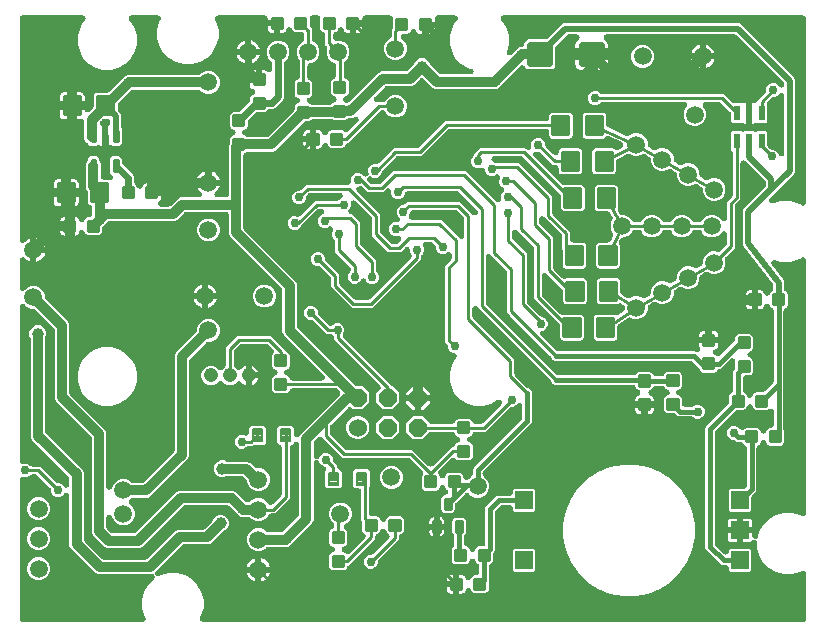
<source format=gbr>
G04 EAGLE Gerber RS-274X export*
G75*
%MOMM*%
%FSLAX34Y34*%
%LPD*%
%INBottom Copper*%
%IPPOS*%
%AMOC8*
5,1,8,0,0,1.08239X$1,22.5*%
G01*
%ADD10C,1.508000*%
%ADD11C,0.330000*%
%ADD12C,0.200000*%
%ADD13R,1.508000X1.508000*%
%ADD14C,1.524000*%
%ADD15P,1.649562X8X22.500000*%
%ADD16C,0.320000*%
%ADD17C,0.416000*%
%ADD18R,0.558000X1.309600*%
%ADD19C,0.532500*%
%ADD20C,0.295000*%
%ADD21C,1.208000*%
%ADD22C,1.500000*%
%ADD23C,0.812800*%
%ADD24C,0.508000*%
%ADD25C,0.254000*%
%ADD26C,0.406400*%
%ADD27C,0.609600*%
%ADD28C,1.006400*%
%ADD29C,0.756400*%

G36*
X673295Y10004D02*
X673295Y10004D01*
X673329Y10002D01*
X673518Y10024D01*
X673709Y10041D01*
X673742Y10050D01*
X673776Y10054D01*
X673959Y10109D01*
X674143Y10159D01*
X674174Y10174D01*
X674207Y10184D01*
X674378Y10271D01*
X674550Y10353D01*
X674578Y10373D01*
X674609Y10388D01*
X674761Y10504D01*
X674916Y10615D01*
X674940Y10640D01*
X674967Y10660D01*
X675096Y10800D01*
X675230Y10937D01*
X675249Y10966D01*
X675273Y10992D01*
X675375Y11153D01*
X675482Y11310D01*
X675496Y11342D01*
X675514Y11371D01*
X675587Y11548D01*
X675664Y11722D01*
X675672Y11756D01*
X675685Y11788D01*
X675725Y11975D01*
X675771Y12160D01*
X675773Y12194D01*
X675780Y12228D01*
X675799Y12540D01*
X675799Y50670D01*
X675798Y50687D01*
X675798Y50698D01*
X675798Y50702D01*
X675799Y50716D01*
X675777Y50917D01*
X675759Y51118D01*
X675753Y51140D01*
X675751Y51163D01*
X675694Y51358D01*
X675641Y51552D01*
X675631Y51573D01*
X675624Y51596D01*
X675534Y51778D01*
X675447Y51959D01*
X675434Y51978D01*
X675424Y51999D01*
X675303Y52161D01*
X675185Y52325D01*
X675169Y52341D01*
X675155Y52360D01*
X675007Y52498D01*
X674863Y52639D01*
X674843Y52652D01*
X674827Y52668D01*
X674657Y52778D01*
X674490Y52891D01*
X674468Y52901D01*
X674449Y52913D01*
X674262Y52992D01*
X674078Y53074D01*
X674055Y53079D01*
X674034Y53088D01*
X673837Y53132D01*
X673640Y53180D01*
X673617Y53182D01*
X673595Y53187D01*
X673393Y53195D01*
X673191Y53208D01*
X673168Y53205D01*
X673145Y53206D01*
X672946Y53179D01*
X672744Y53156D01*
X672721Y53149D01*
X672699Y53146D01*
X672507Y53084D01*
X672313Y53026D01*
X672292Y53015D01*
X672270Y53008D01*
X671990Y52869D01*
X670436Y51971D01*
X663823Y50199D01*
X656977Y50199D01*
X650364Y51971D01*
X644435Y55394D01*
X639594Y60235D01*
X636171Y66164D01*
X634399Y72777D01*
X634399Y77163D01*
X634398Y77174D01*
X634399Y77186D01*
X634378Y77398D01*
X634359Y77611D01*
X634356Y77622D01*
X634355Y77634D01*
X634297Y77840D01*
X634241Y78045D01*
X634236Y78056D01*
X634233Y78067D01*
X634138Y78261D01*
X634047Y78452D01*
X634041Y78461D01*
X634036Y78472D01*
X633909Y78645D01*
X633785Y78818D01*
X633777Y78826D01*
X633770Y78836D01*
X633617Y78982D01*
X633463Y79132D01*
X633453Y79139D01*
X633445Y79147D01*
X633267Y79264D01*
X633090Y79384D01*
X633079Y79389D01*
X633069Y79395D01*
X632873Y79480D01*
X632678Y79567D01*
X632667Y79569D01*
X632656Y79574D01*
X632448Y79623D01*
X632240Y79673D01*
X632229Y79674D01*
X632217Y79677D01*
X632005Y79688D01*
X631791Y79701D01*
X631779Y79700D01*
X631768Y79700D01*
X631557Y79674D01*
X631344Y79649D01*
X631332Y79645D01*
X631321Y79644D01*
X631119Y79581D01*
X630913Y79518D01*
X630902Y79513D01*
X630891Y79510D01*
X630702Y79411D01*
X630511Y79314D01*
X630502Y79307D01*
X630492Y79302D01*
X630322Y79170D01*
X630153Y79042D01*
X630145Y79034D01*
X630136Y79026D01*
X629992Y78868D01*
X629848Y78711D01*
X629841Y78701D01*
X629833Y78693D01*
X629661Y78432D01*
X629573Y78280D01*
X629100Y77807D01*
X628521Y77472D01*
X627875Y77299D01*
X622539Y77299D01*
X622539Y84841D01*
X630081Y84841D01*
X630081Y82794D01*
X630091Y82675D01*
X630092Y82557D01*
X630111Y82452D01*
X630121Y82345D01*
X630152Y82230D01*
X630173Y82114D01*
X630211Y82014D01*
X630239Y81911D01*
X630290Y81804D01*
X630332Y81693D01*
X630387Y81600D01*
X630433Y81504D01*
X630501Y81408D01*
X630562Y81306D01*
X630632Y81225D01*
X630695Y81138D01*
X630780Y81055D01*
X630857Y80966D01*
X630941Y80899D01*
X631017Y80824D01*
X631116Y80758D01*
X631208Y80683D01*
X631302Y80632D01*
X631390Y80572D01*
X631499Y80524D01*
X631603Y80467D01*
X631704Y80433D01*
X631802Y80390D01*
X631918Y80361D01*
X632030Y80324D01*
X632136Y80308D01*
X632240Y80283D01*
X632358Y80276D01*
X632475Y80258D01*
X632582Y80262D01*
X632689Y80255D01*
X632807Y80269D01*
X632925Y80273D01*
X633030Y80295D01*
X633136Y80307D01*
X633250Y80342D01*
X633366Y80366D01*
X633465Y80407D01*
X633567Y80438D01*
X633673Y80491D01*
X633783Y80536D01*
X633873Y80593D01*
X633969Y80642D01*
X634063Y80714D01*
X634163Y80777D01*
X634242Y80849D01*
X634327Y80914D01*
X634408Y81001D01*
X634495Y81081D01*
X634560Y81166D01*
X634632Y81245D01*
X634696Y81345D01*
X634768Y81439D01*
X634817Y81535D01*
X634874Y81625D01*
X634919Y81735D01*
X634973Y81840D01*
X635021Y81983D01*
X635045Y82041D01*
X635053Y82078D01*
X635073Y82136D01*
X636171Y86236D01*
X639594Y92165D01*
X644435Y97006D01*
X650364Y100429D01*
X656977Y102201D01*
X663823Y102201D01*
X670436Y100429D01*
X671990Y99531D01*
X672011Y99522D01*
X672030Y99509D01*
X672215Y99427D01*
X672399Y99342D01*
X672421Y99336D01*
X672442Y99326D01*
X672639Y99279D01*
X672834Y99227D01*
X672857Y99225D01*
X672880Y99220D01*
X673081Y99207D01*
X673283Y99191D01*
X673306Y99193D01*
X673329Y99192D01*
X673530Y99216D01*
X673731Y99235D01*
X673753Y99241D01*
X673776Y99244D01*
X673971Y99303D01*
X674164Y99358D01*
X674185Y99368D01*
X674207Y99374D01*
X674388Y99466D01*
X674569Y99555D01*
X674588Y99568D01*
X674609Y99579D01*
X674769Y99701D01*
X674933Y99820D01*
X674949Y99837D01*
X674967Y99851D01*
X675104Y99999D01*
X675244Y100146D01*
X675257Y100165D01*
X675273Y100182D01*
X675381Y100353D01*
X675493Y100521D01*
X675502Y100542D01*
X675514Y100562D01*
X675591Y100749D01*
X675671Y100934D01*
X675677Y100957D01*
X675685Y100978D01*
X675728Y101177D01*
X675774Y101373D01*
X675775Y101396D01*
X675780Y101418D01*
X675799Y101730D01*
X675799Y316224D01*
X675797Y316247D01*
X675799Y316270D01*
X675777Y316471D01*
X675759Y316673D01*
X675753Y316695D01*
X675751Y316718D01*
X675694Y316912D01*
X675641Y317107D01*
X675631Y317128D01*
X675624Y317150D01*
X675534Y317332D01*
X675447Y317514D01*
X675434Y317533D01*
X675424Y317553D01*
X675303Y317716D01*
X675185Y317880D01*
X675169Y317896D01*
X675155Y317915D01*
X675008Y318053D01*
X674863Y318194D01*
X674843Y318207D01*
X674827Y318223D01*
X674658Y318332D01*
X674490Y318446D01*
X674468Y318455D01*
X674449Y318468D01*
X674263Y318546D01*
X674078Y318628D01*
X674055Y318634D01*
X674034Y318643D01*
X673837Y318687D01*
X673640Y318735D01*
X673617Y318736D01*
X673595Y318741D01*
X673393Y318750D01*
X673191Y318763D01*
X673168Y318760D01*
X673145Y318761D01*
X672945Y318734D01*
X672744Y318711D01*
X672722Y318704D01*
X672699Y318701D01*
X672507Y318639D01*
X672313Y318580D01*
X672292Y318570D01*
X672270Y318563D01*
X671990Y318423D01*
X668436Y316371D01*
X661823Y314599D01*
X654977Y314599D01*
X649622Y316034D01*
X649553Y316046D01*
X649485Y316067D01*
X649331Y316085D01*
X649179Y316112D01*
X649108Y316111D01*
X649038Y316120D01*
X648883Y316110D01*
X648728Y316110D01*
X648659Y316097D01*
X648588Y316093D01*
X648438Y316056D01*
X648286Y316028D01*
X648219Y316003D01*
X648151Y315986D01*
X648009Y315924D01*
X647864Y315870D01*
X647803Y315833D01*
X647739Y315805D01*
X647610Y315718D01*
X647477Y315639D01*
X647424Y315593D01*
X647365Y315553D01*
X647254Y315445D01*
X647137Y315344D01*
X647093Y315289D01*
X647042Y315240D01*
X646952Y315114D01*
X646855Y314993D01*
X646821Y314931D01*
X646779Y314874D01*
X646713Y314735D01*
X646638Y314599D01*
X646616Y314531D01*
X646585Y314468D01*
X646544Y314318D01*
X646495Y314172D01*
X646485Y314102D01*
X646466Y314033D01*
X646452Y313879D01*
X646430Y313726D01*
X646432Y313655D01*
X646426Y313585D01*
X646439Y313431D01*
X646444Y313276D01*
X646459Y313207D01*
X646465Y313136D01*
X646505Y312987D01*
X646538Y312836D01*
X646564Y312770D01*
X646583Y312702D01*
X646649Y312562D01*
X646708Y312419D01*
X646745Y312359D01*
X646776Y312295D01*
X646945Y312044D01*
X646948Y312038D01*
X646949Y312037D01*
X646950Y312036D01*
X655958Y300294D01*
X655964Y300287D01*
X655970Y300278D01*
X656177Y300044D01*
X656497Y299724D01*
X656564Y299596D01*
X656639Y299437D01*
X656673Y299386D01*
X656691Y299353D01*
X656729Y299303D01*
X656797Y299203D01*
X656913Y298768D01*
X656917Y298759D01*
X656919Y298749D01*
X657020Y298453D01*
X657194Y298035D01*
X657206Y297891D01*
X657215Y297716D01*
X657227Y297656D01*
X657231Y297618D01*
X657247Y297557D01*
X657271Y297439D01*
X657213Y296992D01*
X657212Y296983D01*
X657210Y296973D01*
X657191Y296661D01*
X657191Y291945D01*
X657210Y291733D01*
X657226Y291523D01*
X657229Y291510D01*
X657231Y291497D01*
X657287Y291292D01*
X657340Y291087D01*
X657346Y291075D01*
X657349Y291063D01*
X657440Y290872D01*
X657529Y290679D01*
X657537Y290668D01*
X657543Y290656D01*
X657666Y290484D01*
X657788Y290310D01*
X657797Y290301D01*
X657805Y290290D01*
X657957Y290142D01*
X658107Y289992D01*
X658118Y289985D01*
X658127Y289976D01*
X658303Y289857D01*
X658478Y289737D01*
X658492Y289730D01*
X658500Y289724D01*
X658517Y289716D01*
X659587Y288646D01*
X660151Y287286D01*
X660151Y278114D01*
X659587Y276754D01*
X658546Y275713D01*
X658250Y275590D01*
X658062Y275492D01*
X657873Y275396D01*
X657863Y275388D01*
X657851Y275382D01*
X657683Y275251D01*
X657515Y275124D01*
X657506Y275114D01*
X657495Y275106D01*
X657353Y274948D01*
X657209Y274793D01*
X657202Y274781D01*
X657194Y274772D01*
X657082Y274592D01*
X656968Y274413D01*
X656963Y274400D01*
X656956Y274389D01*
X656877Y274192D01*
X656797Y273996D01*
X656794Y273983D01*
X656789Y273971D01*
X656747Y273764D01*
X656702Y273556D01*
X656701Y273540D01*
X656699Y273530D01*
X656698Y273490D01*
X656683Y273244D01*
X656683Y173151D01*
X656693Y173034D01*
X656693Y172918D01*
X656713Y172811D01*
X656723Y172702D01*
X656753Y172589D01*
X656774Y172475D01*
X656825Y172329D01*
X656841Y172268D01*
X656857Y172235D01*
X656876Y172179D01*
X657271Y171226D01*
X657271Y162054D01*
X656707Y160694D01*
X655666Y159653D01*
X654306Y159089D01*
X645134Y159089D01*
X643774Y159653D01*
X642733Y160694D01*
X642066Y162303D01*
X642006Y162419D01*
X641954Y162538D01*
X641902Y162618D01*
X641857Y162702D01*
X641778Y162805D01*
X641706Y162914D01*
X641640Y162983D01*
X641582Y163058D01*
X641485Y163146D01*
X641395Y163240D01*
X641318Y163296D01*
X641247Y163360D01*
X641137Y163429D01*
X641032Y163506D01*
X640946Y163547D01*
X640865Y163598D01*
X640744Y163646D01*
X640628Y163703D01*
X640536Y163729D01*
X640447Y163765D01*
X640319Y163791D01*
X640194Y163826D01*
X640099Y163836D01*
X640006Y163855D01*
X639876Y163858D01*
X639746Y163871D01*
X639651Y163863D01*
X639556Y163865D01*
X639427Y163846D01*
X639297Y163835D01*
X639205Y163811D01*
X639111Y163797D01*
X638988Y163754D01*
X638862Y163721D01*
X638775Y163681D01*
X638685Y163650D01*
X638571Y163587D01*
X638453Y163532D01*
X638375Y163477D01*
X638292Y163431D01*
X638191Y163349D01*
X638084Y163274D01*
X638017Y163206D01*
X637943Y163146D01*
X637859Y163047D01*
X637767Y162954D01*
X637713Y162876D01*
X637651Y162803D01*
X637585Y162691D01*
X637511Y162584D01*
X637454Y162467D01*
X637423Y162415D01*
X637408Y162373D01*
X637374Y162303D01*
X636707Y160694D01*
X635666Y159653D01*
X635370Y159530D01*
X635182Y159432D01*
X634993Y159336D01*
X634983Y159328D01*
X634971Y159322D01*
X634803Y159191D01*
X634635Y159064D01*
X634626Y159054D01*
X634615Y159046D01*
X634473Y158888D01*
X634329Y158733D01*
X634322Y158721D01*
X634314Y158712D01*
X634202Y158532D01*
X634088Y158353D01*
X634083Y158340D01*
X634076Y158329D01*
X633997Y158132D01*
X633917Y157936D01*
X633914Y157923D01*
X633909Y157911D01*
X633867Y157704D01*
X633822Y157496D01*
X633821Y157480D01*
X633819Y157470D01*
X633818Y157430D01*
X633803Y157184D01*
X633803Y121688D01*
X633181Y120187D01*
X630334Y117341D01*
X630229Y117215D01*
X630117Y117094D01*
X630085Y117042D01*
X630046Y116995D01*
X629964Y116853D01*
X629876Y116714D01*
X629852Y116657D01*
X629822Y116604D01*
X629767Y116449D01*
X629705Y116297D01*
X629692Y116238D01*
X629671Y116180D01*
X629645Y116018D01*
X629610Y115857D01*
X629605Y115780D01*
X629598Y115736D01*
X629599Y115675D01*
X629591Y115545D01*
X629591Y104391D01*
X628389Y103189D01*
X611611Y103189D01*
X610409Y104391D01*
X610409Y121169D01*
X611611Y122371D01*
X622765Y122371D01*
X622929Y122385D01*
X623093Y122392D01*
X623153Y122405D01*
X623214Y122411D01*
X623373Y122454D01*
X623533Y122490D01*
X623589Y122513D01*
X623648Y122529D01*
X623796Y122600D01*
X623948Y122663D01*
X624000Y122696D01*
X624055Y122723D01*
X624188Y122818D01*
X624327Y122908D01*
X624384Y122959D01*
X624421Y122985D01*
X624463Y123028D01*
X624561Y123115D01*
X624894Y123447D01*
X624999Y123573D01*
X625111Y123694D01*
X625143Y123746D01*
X625183Y123793D01*
X625264Y123936D01*
X625352Y124074D01*
X625376Y124131D01*
X625406Y124184D01*
X625461Y124339D01*
X625523Y124491D01*
X625536Y124551D01*
X625557Y124608D01*
X625583Y124770D01*
X625618Y124931D01*
X625623Y125008D01*
X625630Y125052D01*
X625629Y125113D01*
X625637Y125243D01*
X625637Y157184D01*
X625618Y157396D01*
X625602Y157607D01*
X625599Y157619D01*
X625597Y157633D01*
X625541Y157838D01*
X625488Y158042D01*
X625482Y158054D01*
X625479Y158067D01*
X625389Y158257D01*
X625299Y158451D01*
X625291Y158462D01*
X625285Y158474D01*
X625163Y158645D01*
X625040Y158820D01*
X625031Y158829D01*
X625023Y158840D01*
X624871Y158987D01*
X624721Y159137D01*
X624710Y159145D01*
X624701Y159154D01*
X624525Y159272D01*
X624351Y159393D01*
X624336Y159400D01*
X624328Y159406D01*
X624291Y159422D01*
X624070Y159530D01*
X623774Y159653D01*
X622733Y160694D01*
X622610Y160990D01*
X622512Y161177D01*
X622416Y161367D01*
X622408Y161377D01*
X622402Y161389D01*
X622271Y161557D01*
X622144Y161725D01*
X622134Y161734D01*
X622126Y161745D01*
X621968Y161887D01*
X621813Y162031D01*
X621801Y162038D01*
X621792Y162046D01*
X621612Y162158D01*
X621433Y162272D01*
X621420Y162277D01*
X621409Y162284D01*
X621213Y162362D01*
X621016Y162443D01*
X621003Y162446D01*
X620991Y162451D01*
X620784Y162493D01*
X620576Y162538D01*
X620560Y162539D01*
X620550Y162541D01*
X620510Y162542D01*
X620264Y162557D01*
X617408Y162557D01*
X615907Y163179D01*
X615483Y163604D01*
X615356Y163709D01*
X615236Y163821D01*
X615184Y163853D01*
X615137Y163892D01*
X614995Y163974D01*
X614856Y164062D01*
X614799Y164086D01*
X614746Y164116D01*
X614591Y164171D01*
X614439Y164233D01*
X614380Y164246D01*
X614322Y164267D01*
X614160Y164293D01*
X613999Y164328D01*
X613922Y164333D01*
X613878Y164340D01*
X613817Y164339D01*
X613687Y164347D01*
X613520Y164347D01*
X611376Y165235D01*
X609735Y166876D01*
X608847Y169020D01*
X608847Y171340D01*
X609735Y173484D01*
X611376Y175125D01*
X613520Y176013D01*
X615840Y176013D01*
X617984Y175125D01*
X619832Y173277D01*
X619859Y173255D01*
X619882Y173228D01*
X620031Y173110D01*
X620177Y172988D01*
X620208Y172971D01*
X620235Y172949D01*
X620403Y172859D01*
X620568Y172764D01*
X620601Y172753D01*
X620632Y172736D01*
X620813Y172677D01*
X620993Y172614D01*
X621027Y172608D01*
X621060Y172597D01*
X621249Y172571D01*
X621437Y172540D01*
X621471Y172541D01*
X621506Y172536D01*
X621696Y172544D01*
X621887Y172546D01*
X621921Y172553D01*
X621956Y172554D01*
X622142Y172595D01*
X622329Y172632D01*
X622361Y172644D01*
X622395Y172652D01*
X622572Y172725D01*
X622749Y172794D01*
X622779Y172812D01*
X622811Y172825D01*
X622971Y172929D01*
X623134Y173028D01*
X623160Y173051D01*
X623189Y173070D01*
X623423Y173277D01*
X623774Y173627D01*
X625134Y174191D01*
X634306Y174191D01*
X635666Y173627D01*
X636707Y172586D01*
X637374Y170977D01*
X637434Y170862D01*
X637486Y170742D01*
X637538Y170662D01*
X637583Y170578D01*
X637662Y170475D01*
X637734Y170366D01*
X637800Y170297D01*
X637858Y170222D01*
X637955Y170135D01*
X638044Y170040D01*
X638122Y169984D01*
X638192Y169920D01*
X638303Y169851D01*
X638408Y169775D01*
X638494Y169733D01*
X638575Y169682D01*
X638695Y169634D01*
X638812Y169577D01*
X638904Y169551D01*
X638993Y169515D01*
X639120Y169489D01*
X639246Y169454D01*
X639341Y169444D01*
X639434Y169425D01*
X639564Y169422D01*
X639694Y169409D01*
X639789Y169417D01*
X639884Y169415D01*
X640013Y169434D01*
X640143Y169445D01*
X640235Y169469D01*
X640329Y169483D01*
X640452Y169526D01*
X640578Y169559D01*
X640665Y169599D01*
X640755Y169630D01*
X640869Y169693D01*
X640987Y169748D01*
X641065Y169803D01*
X641148Y169849D01*
X641249Y169931D01*
X641356Y170006D01*
X641423Y170074D01*
X641497Y170134D01*
X641581Y170233D01*
X641673Y170325D01*
X641727Y170404D01*
X641789Y170477D01*
X641855Y170589D01*
X641929Y170696D01*
X641986Y170813D01*
X642017Y170865D01*
X642032Y170907D01*
X642066Y170977D01*
X642733Y172586D01*
X643774Y173627D01*
X645134Y174191D01*
X645978Y174191D01*
X646013Y174194D01*
X646047Y174192D01*
X646236Y174214D01*
X646427Y174231D01*
X646460Y174240D01*
X646494Y174244D01*
X646677Y174299D01*
X646861Y174349D01*
X646892Y174364D01*
X646925Y174374D01*
X647096Y174461D01*
X647268Y174543D01*
X647296Y174563D01*
X647327Y174578D01*
X647479Y174694D01*
X647634Y174805D01*
X647658Y174830D01*
X647685Y174850D01*
X647814Y174990D01*
X647948Y175127D01*
X647967Y175156D01*
X647991Y175182D01*
X648093Y175343D01*
X648200Y175500D01*
X648214Y175532D01*
X648232Y175561D01*
X648305Y175738D01*
X648382Y175912D01*
X648390Y175946D01*
X648403Y175978D01*
X648443Y176165D01*
X648489Y176350D01*
X648491Y176384D01*
X648498Y176418D01*
X648517Y176730D01*
X648517Y188073D01*
X648506Y188203D01*
X648504Y188333D01*
X648486Y188427D01*
X648477Y188522D01*
X648443Y188647D01*
X648418Y188775D01*
X648384Y188864D01*
X648359Y188956D01*
X648303Y189074D01*
X648256Y189195D01*
X648206Y189277D01*
X648165Y189363D01*
X648090Y189469D01*
X648022Y189580D01*
X647959Y189651D01*
X647903Y189729D01*
X647810Y189820D01*
X647724Y189917D01*
X647649Y189976D01*
X647581Y190043D01*
X647473Y190116D01*
X647371Y190197D01*
X647287Y190242D01*
X647208Y190295D01*
X647089Y190348D01*
X646974Y190409D01*
X646883Y190439D01*
X646796Y190477D01*
X646669Y190508D01*
X646546Y190548D01*
X646451Y190561D01*
X646358Y190584D01*
X646229Y190592D01*
X646100Y190610D01*
X646004Y190606D01*
X645909Y190612D01*
X645780Y190597D01*
X645650Y190591D01*
X645557Y190571D01*
X645462Y190560D01*
X645337Y190522D01*
X645210Y190494D01*
X645122Y190457D01*
X645031Y190429D01*
X644915Y190370D01*
X644795Y190320D01*
X644714Y190268D01*
X644629Y190225D01*
X644526Y190146D01*
X644417Y190076D01*
X644319Y189990D01*
X644271Y189953D01*
X644240Y189920D01*
X644187Y189873D01*
X642826Y189309D01*
X633654Y189309D01*
X632294Y189873D01*
X631253Y190914D01*
X630586Y192523D01*
X630526Y192639D01*
X630474Y192758D01*
X630422Y192838D01*
X630377Y192922D01*
X630298Y193025D01*
X630226Y193134D01*
X630160Y193203D01*
X630102Y193278D01*
X630005Y193366D01*
X629915Y193460D01*
X629838Y193516D01*
X629767Y193580D01*
X629657Y193649D01*
X629552Y193726D01*
X629466Y193767D01*
X629385Y193818D01*
X629264Y193866D01*
X629148Y193923D01*
X629056Y193949D01*
X628967Y193985D01*
X628839Y194011D01*
X628714Y194046D01*
X628619Y194056D01*
X628526Y194075D01*
X628396Y194078D01*
X628266Y194091D01*
X628171Y194083D01*
X628076Y194085D01*
X627947Y194066D01*
X627817Y194055D01*
X627725Y194031D01*
X627631Y194017D01*
X627508Y193974D01*
X627382Y193941D01*
X627295Y193901D01*
X627205Y193870D01*
X627091Y193807D01*
X626973Y193752D01*
X626895Y193697D01*
X626812Y193651D01*
X626711Y193569D01*
X626604Y193494D01*
X626537Y193426D01*
X626463Y193366D01*
X626379Y193267D01*
X626287Y193174D01*
X626233Y193096D01*
X626171Y193023D01*
X626105Y192911D01*
X626031Y192804D01*
X625974Y192687D01*
X625943Y192635D01*
X625928Y192593D01*
X625894Y192523D01*
X625227Y190914D01*
X624186Y189873D01*
X622826Y189309D01*
X617515Y189309D01*
X617351Y189295D01*
X617187Y189288D01*
X617127Y189275D01*
X617066Y189269D01*
X616908Y189226D01*
X616747Y189190D01*
X616691Y189167D01*
X616632Y189151D01*
X616484Y189080D01*
X616332Y189017D01*
X616280Y188984D01*
X616225Y188957D01*
X616092Y188862D01*
X615954Y188772D01*
X615896Y188721D01*
X615859Y188695D01*
X615817Y188652D01*
X615719Y188566D01*
X599186Y172033D01*
X599081Y171906D01*
X598969Y171786D01*
X598937Y171734D01*
X598898Y171687D01*
X598816Y171545D01*
X598728Y171406D01*
X598704Y171349D01*
X598674Y171296D01*
X598619Y171141D01*
X598557Y170989D01*
X598544Y170930D01*
X598523Y170872D01*
X598497Y170710D01*
X598462Y170549D01*
X598457Y170472D01*
X598450Y170428D01*
X598451Y170367D01*
X598443Y170237D01*
X598443Y76403D01*
X598457Y76239D01*
X598464Y76075D01*
X598477Y76015D01*
X598483Y75954D01*
X598526Y75796D01*
X598562Y75635D01*
X598585Y75579D01*
X598601Y75520D01*
X598672Y75372D01*
X598735Y75220D01*
X598768Y75168D01*
X598795Y75113D01*
X598890Y74980D01*
X598980Y74842D01*
X599031Y74784D01*
X599057Y74747D01*
X599100Y74705D01*
X599186Y74607D01*
X606074Y67719D01*
X606174Y67636D01*
X606267Y67545D01*
X606347Y67492D01*
X606420Y67430D01*
X606533Y67366D01*
X606640Y67293D01*
X606728Y67254D01*
X606811Y67207D01*
X606933Y67164D01*
X607052Y67111D01*
X607145Y67088D01*
X607235Y67056D01*
X607363Y67035D01*
X607490Y67004D01*
X607585Y66998D01*
X607679Y66983D01*
X607809Y66985D01*
X607939Y66977D01*
X608034Y66988D01*
X608130Y66989D01*
X608257Y67014D01*
X608386Y67029D01*
X608478Y67056D01*
X608572Y67074D01*
X608693Y67121D01*
X608817Y67159D01*
X608902Y67202D01*
X608992Y67237D01*
X609103Y67304D01*
X609219Y67363D01*
X609295Y67421D01*
X609376Y67471D01*
X609474Y67557D01*
X609577Y67635D01*
X609642Y67706D01*
X609714Y67769D01*
X609794Y67871D01*
X609883Y67966D01*
X609934Y68047D01*
X609993Y68122D01*
X610054Y68236D01*
X610124Y68346D01*
X610161Y68435D01*
X610206Y68519D01*
X610246Y68642D01*
X610295Y68763D01*
X610315Y68856D01*
X610345Y68947D01*
X610363Y69076D01*
X610390Y69203D01*
X610398Y69333D01*
X610406Y69393D01*
X610405Y69438D01*
X610409Y69515D01*
X610409Y70369D01*
X611611Y71571D01*
X628389Y71571D01*
X629591Y70369D01*
X629591Y53591D01*
X628389Y52389D01*
X611611Y52389D01*
X610409Y53591D01*
X610409Y55358D01*
X610406Y55393D01*
X610408Y55427D01*
X610386Y55616D01*
X610369Y55807D01*
X610360Y55840D01*
X610356Y55874D01*
X610301Y56057D01*
X610251Y56241D01*
X610236Y56272D01*
X610226Y56305D01*
X610139Y56476D01*
X610057Y56648D01*
X610037Y56676D01*
X610022Y56707D01*
X609906Y56859D01*
X609795Y57014D01*
X609770Y57038D01*
X609750Y57065D01*
X609610Y57194D01*
X609473Y57328D01*
X609444Y57347D01*
X609418Y57371D01*
X609257Y57473D01*
X609100Y57580D01*
X609068Y57594D01*
X609039Y57612D01*
X608862Y57685D01*
X608688Y57762D01*
X608654Y57770D01*
X608622Y57783D01*
X608435Y57823D01*
X608250Y57869D01*
X608216Y57871D01*
X608182Y57878D01*
X607870Y57897D01*
X605228Y57897D01*
X603727Y58519D01*
X590899Y71347D01*
X590277Y72848D01*
X590277Y173792D01*
X590899Y175293D01*
X609946Y194339D01*
X610051Y194466D01*
X610163Y194586D01*
X610195Y194638D01*
X610234Y194685D01*
X610316Y194827D01*
X610404Y194966D01*
X610428Y195023D01*
X610458Y195076D01*
X610513Y195231D01*
X610575Y195383D01*
X610588Y195442D01*
X610609Y195500D01*
X610635Y195662D01*
X610670Y195823D01*
X610675Y195900D01*
X610682Y195944D01*
X610681Y196005D01*
X610689Y196135D01*
X610689Y201446D01*
X611253Y202806D01*
X612294Y203847D01*
X612590Y203970D01*
X612778Y204068D01*
X612967Y204164D01*
X612977Y204172D01*
X612989Y204178D01*
X613157Y204309D01*
X613325Y204436D01*
X613334Y204446D01*
X613345Y204454D01*
X613487Y204612D01*
X613631Y204767D01*
X613638Y204779D01*
X613646Y204788D01*
X613758Y204968D01*
X613872Y205147D01*
X613877Y205160D01*
X613884Y205171D01*
X613962Y205365D01*
X614043Y205564D01*
X614046Y205577D01*
X614051Y205589D01*
X614093Y205794D01*
X614138Y206004D01*
X614139Y206020D01*
X614141Y206030D01*
X614142Y206070D01*
X614157Y206316D01*
X614157Y221772D01*
X614779Y223273D01*
X615146Y223639D01*
X615251Y223766D01*
X615363Y223886D01*
X615395Y223938D01*
X615434Y223985D01*
X615516Y224127D01*
X615604Y224266D01*
X615628Y224323D01*
X615658Y224376D01*
X615713Y224531D01*
X615775Y224683D01*
X615788Y224742D01*
X615809Y224800D01*
X615835Y224962D01*
X615870Y225123D01*
X615875Y225200D01*
X615882Y225244D01*
X615881Y225305D01*
X615889Y225435D01*
X615889Y230605D01*
X615878Y230735D01*
X615876Y230865D01*
X615858Y230958D01*
X615849Y231054D01*
X615815Y231179D01*
X615790Y231307D01*
X615756Y231396D01*
X615731Y231488D01*
X615675Y231605D01*
X615628Y231727D01*
X615578Y231809D01*
X615537Y231895D01*
X615462Y232000D01*
X615394Y232111D01*
X615331Y232183D01*
X615275Y232261D01*
X615182Y232352D01*
X615096Y232449D01*
X615021Y232508D01*
X614953Y232575D01*
X614845Y232648D01*
X614743Y232728D01*
X614659Y232773D01*
X614580Y232827D01*
X614461Y232879D01*
X614346Y232941D01*
X614255Y232970D01*
X614168Y233009D01*
X614041Y233040D01*
X613918Y233080D01*
X613823Y233093D01*
X613730Y233116D01*
X613601Y233124D01*
X613472Y233141D01*
X613376Y233138D01*
X613281Y233143D01*
X613152Y233128D01*
X613022Y233123D01*
X612929Y233102D01*
X612834Y233091D01*
X612709Y233054D01*
X612582Y233026D01*
X612494Y232989D01*
X612403Y232961D01*
X612287Y232902D01*
X612167Y232852D01*
X612087Y232800D01*
X612001Y232757D01*
X611898Y232678D01*
X611789Y232608D01*
X611691Y232521D01*
X611643Y232485D01*
X611612Y232452D01*
X611554Y232401D01*
X604213Y225059D01*
X602667Y224419D01*
X602664Y224418D01*
X602453Y224402D01*
X602441Y224399D01*
X602427Y224397D01*
X602222Y224341D01*
X602018Y224288D01*
X602006Y224282D01*
X601993Y224279D01*
X601803Y224189D01*
X601609Y224099D01*
X601598Y224091D01*
X601586Y224085D01*
X601415Y223963D01*
X601240Y223840D01*
X601231Y223831D01*
X601220Y223823D01*
X601071Y223670D01*
X600923Y223521D01*
X600915Y223510D01*
X600906Y223501D01*
X600788Y223325D01*
X600667Y223151D01*
X600660Y223136D01*
X600654Y223128D01*
X600638Y223091D01*
X600530Y222870D01*
X600407Y222574D01*
X599366Y221533D01*
X598006Y220969D01*
X588834Y220969D01*
X587474Y221533D01*
X586433Y222574D01*
X585871Y223930D01*
X585817Y224034D01*
X585772Y224141D01*
X585713Y224233D01*
X585662Y224329D01*
X585591Y224421D01*
X585527Y224520D01*
X585425Y224635D01*
X585387Y224685D01*
X585360Y224709D01*
X585320Y224754D01*
X579697Y230378D01*
X579570Y230483D01*
X579450Y230595D01*
X579398Y230627D01*
X579351Y230666D01*
X579209Y230748D01*
X579070Y230836D01*
X579013Y230860D01*
X578960Y230890D01*
X578805Y230945D01*
X578653Y231007D01*
X578594Y231020D01*
X578536Y231041D01*
X578374Y231067D01*
X578213Y231102D01*
X578136Y231107D01*
X578092Y231114D01*
X578031Y231113D01*
X577901Y231121D01*
X463192Y231121D01*
X461691Y231743D01*
X460543Y232891D01*
X459974Y234264D01*
X459920Y234368D01*
X459875Y234476D01*
X459816Y234567D01*
X459766Y234663D01*
X459694Y234756D01*
X459631Y234854D01*
X459528Y234970D01*
X459490Y235019D01*
X459463Y235044D01*
X459424Y235088D01*
X425172Y269340D01*
X422483Y272029D01*
X422483Y306065D01*
X422469Y306228D01*
X422462Y306393D01*
X422449Y306452D01*
X422443Y306513D01*
X422400Y306672D01*
X422364Y306832D01*
X422341Y306889D01*
X422325Y306948D01*
X422254Y307096D01*
X422191Y307248D01*
X422158Y307299D01*
X422131Y307354D01*
X422036Y307488D01*
X421946Y307626D01*
X421895Y307684D01*
X421869Y307720D01*
X421826Y307763D01*
X421740Y307860D01*
X408864Y320736D01*
X408764Y320820D01*
X408671Y320910D01*
X408591Y320964D01*
X408518Y321025D01*
X408405Y321090D01*
X408298Y321162D01*
X408210Y321201D01*
X408127Y321249D01*
X408005Y321292D01*
X407886Y321345D01*
X407793Y321367D01*
X407703Y321399D01*
X407574Y321421D01*
X407448Y321451D01*
X407353Y321457D01*
X407259Y321473D01*
X407128Y321471D01*
X406999Y321479D01*
X406904Y321468D01*
X406808Y321467D01*
X406681Y321442D01*
X406552Y321427D01*
X406460Y321399D01*
X406366Y321381D01*
X406245Y321334D01*
X406121Y321297D01*
X406036Y321253D01*
X405946Y321219D01*
X405835Y321151D01*
X405719Y321092D01*
X405643Y321035D01*
X405562Y320985D01*
X405464Y320899D01*
X405361Y320820D01*
X405296Y320750D01*
X405224Y320687D01*
X405144Y320585D01*
X405055Y320489D01*
X405004Y320409D01*
X404945Y320334D01*
X404884Y320219D01*
X404814Y320109D01*
X404777Y320021D01*
X404732Y319937D01*
X404692Y319813D01*
X404643Y319693D01*
X404623Y319599D01*
X404593Y319509D01*
X404575Y319380D01*
X404548Y319253D01*
X404540Y319123D01*
X404532Y319063D01*
X404533Y319018D01*
X404529Y318941D01*
X404529Y280109D01*
X404543Y279946D01*
X404550Y279781D01*
X404563Y279722D01*
X404569Y279661D01*
X404612Y279502D01*
X404648Y279342D01*
X404671Y279285D01*
X404687Y279226D01*
X404758Y279078D01*
X404821Y278926D01*
X404854Y278875D01*
X404881Y278820D01*
X404976Y278686D01*
X405066Y278548D01*
X405117Y278490D01*
X405143Y278454D01*
X405186Y278411D01*
X405272Y278314D01*
X464130Y219456D01*
X464256Y219351D01*
X464377Y219239D01*
X464428Y219207D01*
X464475Y219168D01*
X464618Y219086D01*
X464757Y218998D01*
X464813Y218974D01*
X464866Y218944D01*
X465021Y218889D01*
X465173Y218827D01*
X465233Y218814D01*
X465290Y218793D01*
X465453Y218767D01*
X465613Y218732D01*
X465690Y218727D01*
X465735Y218720D01*
X465796Y218721D01*
X465925Y218713D01*
X529838Y218713D01*
X530049Y218732D01*
X530261Y218748D01*
X530274Y218751D01*
X530287Y218753D01*
X530492Y218809D01*
X530697Y218862D01*
X530709Y218868D01*
X530721Y218871D01*
X530911Y218962D01*
X531105Y219051D01*
X531116Y219059D01*
X531128Y219065D01*
X531299Y219187D01*
X531474Y219310D01*
X531483Y219319D01*
X531494Y219327D01*
X531641Y219478D01*
X531791Y219629D01*
X531799Y219640D01*
X531808Y219649D01*
X531833Y219687D01*
X533054Y220907D01*
X534414Y221471D01*
X543586Y221471D01*
X544946Y220907D01*
X545987Y219866D01*
X546027Y219770D01*
X546125Y219583D01*
X546222Y219393D01*
X546229Y219383D01*
X546236Y219371D01*
X546367Y219202D01*
X546494Y219035D01*
X546503Y219026D01*
X546511Y219015D01*
X546669Y218873D01*
X546825Y218729D01*
X546836Y218722D01*
X546846Y218714D01*
X547026Y218601D01*
X547204Y218488D01*
X547217Y218483D01*
X547228Y218476D01*
X547425Y218397D01*
X547621Y218317D01*
X547634Y218314D01*
X547646Y218309D01*
X547853Y218267D01*
X548061Y218222D01*
X548077Y218221D01*
X548087Y218219D01*
X548127Y218218D01*
X548373Y218203D01*
X553684Y218203D01*
X553896Y218222D01*
X554107Y218238D01*
X554119Y218241D01*
X554133Y218243D01*
X554338Y218299D01*
X554542Y218352D01*
X554554Y218358D01*
X554567Y218361D01*
X554757Y218451D01*
X554951Y218541D01*
X554962Y218549D01*
X554974Y218555D01*
X555145Y218677D01*
X555320Y218800D01*
X555329Y218809D01*
X555340Y218817D01*
X555487Y218968D01*
X555637Y219119D01*
X555645Y219130D01*
X555654Y219139D01*
X555772Y219314D01*
X555893Y219489D01*
X555900Y219504D01*
X555906Y219512D01*
X555922Y219548D01*
X556030Y219770D01*
X556153Y220066D01*
X557194Y221107D01*
X558554Y221671D01*
X567726Y221671D01*
X569086Y221107D01*
X570127Y220066D01*
X570691Y218706D01*
X570691Y209534D01*
X570127Y208174D01*
X569086Y207133D01*
X567477Y206466D01*
X567361Y206406D01*
X567242Y206354D01*
X567162Y206302D01*
X567078Y206257D01*
X566975Y206178D01*
X566866Y206106D01*
X566797Y206040D01*
X566722Y205982D01*
X566634Y205885D01*
X566540Y205795D01*
X566484Y205718D01*
X566420Y205647D01*
X566351Y205537D01*
X566274Y205432D01*
X566233Y205346D01*
X566182Y205265D01*
X566134Y205144D01*
X566077Y205028D01*
X566051Y204936D01*
X566015Y204847D01*
X565989Y204719D01*
X565954Y204594D01*
X565944Y204499D01*
X565925Y204406D01*
X565922Y204276D01*
X565909Y204146D01*
X565917Y204051D01*
X565915Y203956D01*
X565934Y203827D01*
X565945Y203697D01*
X565969Y203605D01*
X565983Y203511D01*
X566026Y203388D01*
X566059Y203262D01*
X566099Y203175D01*
X566130Y203085D01*
X566193Y202971D01*
X566248Y202853D01*
X566303Y202775D01*
X566349Y202692D01*
X566432Y202591D01*
X566506Y202484D01*
X566574Y202417D01*
X566634Y202343D01*
X566733Y202259D01*
X566826Y202167D01*
X566904Y202113D01*
X566977Y202051D01*
X567089Y201985D01*
X567196Y201911D01*
X567313Y201854D01*
X567365Y201823D01*
X567407Y201808D01*
X567477Y201774D01*
X569086Y201107D01*
X570127Y200066D01*
X570691Y198706D01*
X570691Y194582D01*
X570694Y194547D01*
X570692Y194513D01*
X570714Y194324D01*
X570731Y194133D01*
X570740Y194100D01*
X570744Y194066D01*
X570799Y193883D01*
X570849Y193699D01*
X570864Y193668D01*
X570874Y193635D01*
X570961Y193464D01*
X571043Y193292D01*
X571063Y193264D01*
X571078Y193233D01*
X571194Y193081D01*
X571305Y192926D01*
X571330Y192902D01*
X571350Y192875D01*
X571490Y192746D01*
X571627Y192612D01*
X571656Y192593D01*
X571682Y192569D01*
X571843Y192467D01*
X572000Y192360D01*
X572032Y192346D01*
X572061Y192328D01*
X572238Y192255D01*
X572412Y192178D01*
X572446Y192170D01*
X572478Y192157D01*
X572665Y192117D01*
X572850Y192071D01*
X572884Y192069D01*
X572918Y192062D01*
X573230Y192043D01*
X578982Y192043D01*
X579146Y192057D01*
X579310Y192064D01*
X579370Y192077D01*
X579431Y192083D01*
X579590Y192126D01*
X579750Y192162D01*
X579806Y192185D01*
X579865Y192201D01*
X580013Y192272D01*
X580165Y192335D01*
X580217Y192368D01*
X580272Y192395D01*
X580405Y192490D01*
X580544Y192580D01*
X580601Y192631D01*
X580638Y192657D01*
X580680Y192700D01*
X580778Y192786D01*
X580896Y192905D01*
X583040Y193793D01*
X585360Y193793D01*
X587504Y192905D01*
X589145Y191264D01*
X590033Y189120D01*
X590033Y186800D01*
X589145Y184656D01*
X587504Y183015D01*
X585360Y182127D01*
X583040Y182127D01*
X580896Y183015D01*
X580778Y183134D01*
X580651Y183239D01*
X580531Y183351D01*
X580479Y183383D01*
X580432Y183422D01*
X580290Y183504D01*
X580151Y183592D01*
X580094Y183616D01*
X580041Y183646D01*
X579887Y183701D01*
X579734Y183763D01*
X579675Y183776D01*
X579617Y183797D01*
X579455Y183823D01*
X579294Y183858D01*
X579217Y183863D01*
X579173Y183870D01*
X579112Y183869D01*
X578982Y183877D01*
X568488Y183877D01*
X566987Y184499D01*
X565661Y185826D01*
X565534Y185931D01*
X565414Y186043D01*
X565362Y186075D01*
X565315Y186114D01*
X565173Y186196D01*
X565034Y186284D01*
X564977Y186308D01*
X564924Y186338D01*
X564769Y186393D01*
X564617Y186455D01*
X564558Y186468D01*
X564500Y186489D01*
X564338Y186515D01*
X564177Y186550D01*
X564100Y186555D01*
X564056Y186562D01*
X563995Y186561D01*
X563865Y186569D01*
X558554Y186569D01*
X557194Y187133D01*
X556153Y188174D01*
X555589Y189534D01*
X555589Y198706D01*
X556153Y200066D01*
X557194Y201107D01*
X558803Y201774D01*
X558918Y201834D01*
X559038Y201886D01*
X559118Y201938D01*
X559202Y201983D01*
X559305Y202062D01*
X559414Y202134D01*
X559483Y202200D01*
X559558Y202258D01*
X559645Y202355D01*
X559740Y202444D01*
X559796Y202521D01*
X559860Y202592D01*
X559929Y202703D01*
X560005Y202808D01*
X560047Y202894D01*
X560098Y202975D01*
X560146Y203095D01*
X560203Y203212D01*
X560229Y203304D01*
X560265Y203393D01*
X560291Y203520D01*
X560326Y203646D01*
X560336Y203741D01*
X560355Y203834D01*
X560358Y203964D01*
X560371Y204094D01*
X560363Y204189D01*
X560365Y204284D01*
X560346Y204413D01*
X560335Y204543D01*
X560311Y204635D01*
X560297Y204729D01*
X560254Y204852D01*
X560221Y204978D01*
X560181Y205065D01*
X560150Y205155D01*
X560087Y205269D01*
X560032Y205387D01*
X559977Y205465D01*
X559931Y205548D01*
X559849Y205649D01*
X559774Y205756D01*
X559706Y205823D01*
X559646Y205897D01*
X559547Y205981D01*
X559455Y206073D01*
X559376Y206127D01*
X559303Y206189D01*
X559191Y206255D01*
X559084Y206329D01*
X558967Y206386D01*
X558915Y206417D01*
X558873Y206432D01*
X558803Y206466D01*
X557194Y207133D01*
X556153Y208174D01*
X556030Y208470D01*
X555932Y208658D01*
X555836Y208847D01*
X555828Y208857D01*
X555822Y208869D01*
X555691Y209037D01*
X555564Y209205D01*
X555554Y209214D01*
X555546Y209225D01*
X555388Y209367D01*
X555233Y209511D01*
X555221Y209518D01*
X555212Y209526D01*
X555032Y209638D01*
X554853Y209752D01*
X554840Y209757D01*
X554829Y209764D01*
X554633Y209842D01*
X554436Y209923D01*
X554423Y209926D01*
X554411Y209931D01*
X554204Y209973D01*
X553996Y210018D01*
X553980Y210019D01*
X553970Y210021D01*
X553930Y210022D01*
X553684Y210037D01*
X548539Y210037D01*
X548327Y210018D01*
X548116Y210002D01*
X548104Y209999D01*
X548090Y209997D01*
X547885Y209941D01*
X547681Y209888D01*
X547669Y209882D01*
X547656Y209879D01*
X547465Y209788D01*
X547272Y209699D01*
X547261Y209691D01*
X547249Y209685D01*
X547078Y209563D01*
X546903Y209440D01*
X546894Y209431D01*
X546883Y209423D01*
X546735Y209271D01*
X546586Y209121D01*
X546578Y209110D01*
X546569Y209101D01*
X546450Y208925D01*
X546330Y208751D01*
X546323Y208736D01*
X546317Y208728D01*
X546301Y208691D01*
X546193Y208470D01*
X545987Y207974D01*
X544946Y206933D01*
X543977Y206531D01*
X543862Y206471D01*
X543742Y206420D01*
X543662Y206367D01*
X543578Y206323D01*
X543475Y206243D01*
X543367Y206171D01*
X543297Y206105D01*
X543222Y206047D01*
X543135Y205950D01*
X543041Y205861D01*
X542984Y205784D01*
X542920Y205713D01*
X542851Y205602D01*
X542775Y205497D01*
X542733Y205411D01*
X542682Y205330D01*
X542634Y205210D01*
X542577Y205093D01*
X542551Y205001D01*
X542516Y204912D01*
X542490Y204785D01*
X542454Y204660D01*
X542445Y204564D01*
X542426Y204471D01*
X542422Y204341D01*
X542410Y204211D01*
X542417Y204116D01*
X542415Y204021D01*
X542435Y203893D01*
X542445Y203763D01*
X542469Y203670D01*
X542484Y203576D01*
X542526Y203453D01*
X542559Y203327D01*
X542599Y203240D01*
X542630Y203150D01*
X542693Y203036D01*
X542748Y202918D01*
X542803Y202840D01*
X542849Y202757D01*
X542932Y202656D01*
X543006Y202550D01*
X543074Y202482D01*
X543135Y202408D01*
X543233Y202324D01*
X543326Y202232D01*
X543404Y202178D01*
X543477Y202116D01*
X543589Y202050D01*
X543696Y201976D01*
X543813Y201919D01*
X543866Y201889D01*
X543907Y201873D01*
X543977Y201839D01*
X544835Y201484D01*
X545521Y201025D01*
X546105Y200441D01*
X546564Y199755D01*
X546880Y198992D01*
X547041Y198183D01*
X547041Y196669D01*
X539210Y196669D01*
X539176Y196666D01*
X539141Y196668D01*
X539025Y196655D01*
X538790Y196669D01*
X530959Y196669D01*
X530959Y198183D01*
X531120Y198992D01*
X531436Y199755D01*
X531895Y200441D01*
X532479Y201025D01*
X533165Y201484D01*
X534023Y201839D01*
X534138Y201899D01*
X534258Y201951D01*
X534338Y202004D01*
X534422Y202048D01*
X534525Y202127D01*
X534633Y202199D01*
X534702Y202265D01*
X534778Y202323D01*
X534865Y202420D01*
X534959Y202510D01*
X535016Y202587D01*
X535080Y202658D01*
X535148Y202768D01*
X535225Y202873D01*
X535267Y202959D01*
X535318Y203040D01*
X535366Y203161D01*
X535423Y203278D01*
X535449Y203370D01*
X535484Y203458D01*
X535510Y203586D01*
X535546Y203711D01*
X535555Y203806D01*
X535574Y203899D01*
X535578Y204029D01*
X535590Y204159D01*
X535583Y204254D01*
X535585Y204350D01*
X535565Y204478D01*
X535555Y204608D01*
X535531Y204700D01*
X535516Y204794D01*
X535474Y204918D01*
X535441Y205043D01*
X535401Y205130D01*
X535370Y205220D01*
X535307Y205334D01*
X535252Y205452D01*
X535197Y205530D01*
X535151Y205614D01*
X535068Y205714D01*
X534994Y205821D01*
X534926Y205888D01*
X534865Y205962D01*
X534766Y206046D01*
X534674Y206138D01*
X534596Y206192D01*
X534523Y206254D01*
X534411Y206320D01*
X534304Y206394D01*
X534187Y206451D01*
X534134Y206482D01*
X534092Y206497D01*
X534023Y206531D01*
X533054Y206933D01*
X532013Y207974D01*
X531596Y208980D01*
X531498Y209168D01*
X531402Y209357D01*
X531394Y209367D01*
X531387Y209379D01*
X531257Y209547D01*
X531130Y209715D01*
X531120Y209724D01*
X531112Y209735D01*
X530956Y209876D01*
X530798Y210021D01*
X530787Y210028D01*
X530777Y210036D01*
X530599Y210148D01*
X530419Y210262D01*
X530406Y210267D01*
X530395Y210274D01*
X530198Y210353D01*
X530002Y210433D01*
X529989Y210436D01*
X529977Y210441D01*
X529769Y210484D01*
X529562Y210528D01*
X529546Y210529D01*
X529536Y210531D01*
X529496Y210532D01*
X529250Y210547D01*
X463448Y210547D01*
X461947Y211169D01*
X460799Y212317D01*
X460230Y213690D01*
X460176Y213794D01*
X460131Y213902D01*
X460072Y213993D01*
X460022Y214089D01*
X459950Y214182D01*
X459887Y214280D01*
X459784Y214396D01*
X459746Y214445D01*
X459719Y214470D01*
X459680Y214514D01*
X400576Y273618D01*
X397484Y276710D01*
X397384Y276794D01*
X397291Y276884D01*
X397211Y276938D01*
X397138Y276999D01*
X397025Y277064D01*
X396918Y277136D01*
X396830Y277175D01*
X396747Y277223D01*
X396625Y277266D01*
X396506Y277319D01*
X396413Y277341D01*
X396323Y277373D01*
X396195Y277395D01*
X396068Y277425D01*
X395973Y277431D01*
X395879Y277447D01*
X395749Y277445D01*
X395619Y277453D01*
X395524Y277442D01*
X395428Y277441D01*
X395301Y277416D01*
X395172Y277401D01*
X395080Y277373D01*
X394986Y277355D01*
X394865Y277308D01*
X394741Y277271D01*
X394655Y277227D01*
X394566Y277193D01*
X394455Y277125D01*
X394339Y277066D01*
X394263Y277009D01*
X394182Y276959D01*
X394084Y276873D01*
X393981Y276794D01*
X393916Y276724D01*
X393844Y276661D01*
X393764Y276559D01*
X393675Y276463D01*
X393624Y276383D01*
X393565Y276308D01*
X393504Y276193D01*
X393434Y276083D01*
X393397Y275995D01*
X393352Y275911D01*
X393312Y275787D01*
X393263Y275667D01*
X393243Y275573D01*
X393213Y275483D01*
X393195Y275354D01*
X393168Y275227D01*
X393160Y275097D01*
X393152Y275037D01*
X393153Y274992D01*
X393149Y274915D01*
X393149Y269145D01*
X393163Y268981D01*
X393170Y268817D01*
X393183Y268757D01*
X393189Y268696D01*
X393232Y268537D01*
X393268Y268377D01*
X393291Y268321D01*
X393307Y268262D01*
X393378Y268114D01*
X393441Y267962D01*
X393474Y267910D01*
X393501Y267855D01*
X393596Y267722D01*
X393686Y267583D01*
X393737Y267526D01*
X393763Y267489D01*
X393806Y267447D01*
X393892Y267349D01*
X426186Y235055D01*
X426187Y235055D01*
X428875Y232366D01*
X428875Y220245D01*
X428890Y220081D01*
X428897Y219916D01*
X428910Y219857D01*
X428915Y219796D01*
X428959Y219637D01*
X428994Y219477D01*
X429018Y219421D01*
X429034Y219362D01*
X429104Y219213D01*
X429168Y219061D01*
X429201Y219010D01*
X429227Y218955D01*
X429323Y218822D01*
X429412Y218683D01*
X429463Y218625D01*
X429489Y218589D01*
X429533Y218546D01*
X429619Y218449D01*
X439780Y208288D01*
X439870Y208213D01*
X439952Y208131D01*
X440042Y208069D01*
X440125Y207999D01*
X440227Y207941D01*
X440323Y207875D01*
X440461Y207807D01*
X440516Y207776D01*
X440550Y207764D01*
X440604Y207738D01*
X441977Y207169D01*
X443125Y206021D01*
X443747Y204520D01*
X443747Y179332D01*
X443125Y177831D01*
X402586Y137293D01*
X402481Y137166D01*
X402369Y137046D01*
X402337Y136994D01*
X402298Y136947D01*
X402216Y136805D01*
X402128Y136666D01*
X402104Y136609D01*
X402074Y136556D01*
X402019Y136401D01*
X401957Y136249D01*
X401944Y136190D01*
X401923Y136132D01*
X401897Y135970D01*
X401862Y135809D01*
X401857Y135732D01*
X401850Y135688D01*
X401851Y135627D01*
X401843Y135497D01*
X401843Y135206D01*
X401862Y134995D01*
X401878Y134784D01*
X401881Y134771D01*
X401883Y134758D01*
X401939Y134552D01*
X401992Y134348D01*
X401998Y134336D01*
X402001Y134324D01*
X402092Y134133D01*
X402181Y133940D01*
X402189Y133929D01*
X402195Y133917D01*
X402318Y133744D01*
X402440Y133571D01*
X402449Y133562D01*
X402457Y133551D01*
X402611Y133401D01*
X402759Y133253D01*
X402770Y133246D01*
X402779Y133237D01*
X402956Y133117D01*
X403130Y132998D01*
X403144Y132991D01*
X403152Y132985D01*
X403163Y132980D01*
X405891Y130253D01*
X407351Y126728D01*
X407351Y122912D01*
X405891Y119387D01*
X403193Y116689D01*
X399668Y115229D01*
X395852Y115229D01*
X392327Y116689D01*
X390581Y118436D01*
X390554Y118458D01*
X390531Y118484D01*
X390382Y118602D01*
X390235Y118725D01*
X390205Y118742D01*
X390178Y118763D01*
X390010Y118853D01*
X389844Y118948D01*
X389812Y118960D01*
X389781Y118976D01*
X389600Y119035D01*
X389420Y119099D01*
X389386Y119105D01*
X389353Y119115D01*
X389164Y119141D01*
X388976Y119172D01*
X388942Y119172D01*
X388907Y119177D01*
X388716Y119169D01*
X388526Y119166D01*
X388492Y119160D01*
X388457Y119158D01*
X388271Y119117D01*
X388084Y119081D01*
X388051Y119068D01*
X388018Y119061D01*
X387841Y118987D01*
X387664Y118919D01*
X387634Y118901D01*
X387602Y118887D01*
X387442Y118783D01*
X387279Y118685D01*
X387253Y118662D01*
X387224Y118643D01*
X386990Y118436D01*
X379374Y110821D01*
X379290Y110720D01*
X379207Y110634D01*
X379189Y110607D01*
X379157Y110574D01*
X379125Y110522D01*
X379086Y110475D01*
X379010Y110343D01*
X378955Y110261D01*
X378946Y110241D01*
X378916Y110194D01*
X378892Y110137D01*
X378862Y110084D01*
X378807Y109929D01*
X378798Y109907D01*
X378772Y109849D01*
X378770Y109838D01*
X378745Y109777D01*
X378732Y109718D01*
X378711Y109660D01*
X378684Y109497D01*
X378668Y109421D01*
X378666Y109412D01*
X378666Y109410D01*
X378650Y109337D01*
X378645Y109260D01*
X378638Y109216D01*
X378639Y109155D01*
X378631Y109025D01*
X378631Y105428D01*
X378002Y103910D01*
X376542Y102450D01*
X376434Y102321D01*
X376267Y102315D01*
X376089Y102314D01*
X376042Y102305D01*
X375995Y102303D01*
X375821Y102265D01*
X375646Y102233D01*
X375590Y102214D01*
X375555Y102206D01*
X375497Y102182D01*
X375351Y102131D01*
X375322Y102119D01*
X369736Y102119D01*
X369606Y102108D01*
X369476Y102106D01*
X369383Y102088D01*
X369287Y102079D01*
X369162Y102045D01*
X369034Y102020D01*
X368945Y101986D01*
X368853Y101961D01*
X368736Y101905D01*
X368681Y101884D01*
X368652Y102013D01*
X368625Y102079D01*
X368605Y102148D01*
X368538Y102286D01*
X368479Y102428D01*
X368440Y102489D01*
X368409Y102553D01*
X368318Y102677D01*
X368235Y102807D01*
X368173Y102876D01*
X368143Y102917D01*
X368102Y102956D01*
X368028Y103041D01*
X367158Y103910D01*
X366529Y105428D01*
X366529Y114212D01*
X367158Y115730D01*
X368320Y116892D01*
X369838Y117521D01*
X370135Y117521D01*
X370265Y117532D01*
X370395Y117534D01*
X370489Y117552D01*
X370584Y117561D01*
X370709Y117595D01*
X370837Y117620D01*
X370926Y117654D01*
X371018Y117679D01*
X371136Y117735D01*
X371257Y117782D01*
X371339Y117832D01*
X371425Y117873D01*
X371531Y117948D01*
X371642Y118016D01*
X371713Y118079D01*
X371791Y118135D01*
X371882Y118228D01*
X371979Y118314D01*
X372038Y118389D01*
X372105Y118457D01*
X372178Y118565D01*
X372258Y118667D01*
X372304Y118751D01*
X372357Y118830D01*
X372410Y118949D01*
X372471Y119064D01*
X372501Y119155D01*
X372539Y119242D01*
X372570Y119369D01*
X372610Y119492D01*
X372623Y119587D01*
X372646Y119680D01*
X372654Y119809D01*
X372672Y119938D01*
X372668Y120034D01*
X372674Y120129D01*
X372659Y120258D01*
X372653Y120388D01*
X372633Y120481D01*
X372622Y120576D01*
X372584Y120701D01*
X372556Y120828D01*
X372519Y120916D01*
X372491Y121007D01*
X372432Y121123D01*
X372382Y121243D01*
X372330Y121323D01*
X372287Y121409D01*
X372208Y121512D01*
X372138Y121621D01*
X372052Y121719D01*
X372015Y121767D01*
X371982Y121798D01*
X371931Y121856D01*
X371053Y122734D01*
X370386Y124343D01*
X370326Y124459D01*
X370274Y124578D01*
X370222Y124658D01*
X370177Y124742D01*
X370098Y124845D01*
X370026Y124954D01*
X369960Y125023D01*
X369902Y125098D01*
X369805Y125186D01*
X369715Y125280D01*
X369638Y125336D01*
X369567Y125400D01*
X369457Y125469D01*
X369352Y125546D01*
X369266Y125587D01*
X369185Y125638D01*
X369064Y125686D01*
X368948Y125743D01*
X368856Y125769D01*
X368767Y125805D01*
X368639Y125831D01*
X368514Y125866D01*
X368419Y125876D01*
X368326Y125895D01*
X368196Y125898D01*
X368066Y125911D01*
X367971Y125903D01*
X367876Y125905D01*
X367747Y125886D01*
X367617Y125875D01*
X367525Y125851D01*
X367431Y125837D01*
X367308Y125794D01*
X367182Y125761D01*
X367095Y125721D01*
X367005Y125690D01*
X366891Y125627D01*
X366773Y125572D01*
X366695Y125517D01*
X366612Y125471D01*
X366511Y125389D01*
X366404Y125314D01*
X366337Y125246D01*
X366263Y125186D01*
X366179Y125087D01*
X366087Y124994D01*
X366033Y124916D01*
X365971Y124843D01*
X365905Y124731D01*
X365831Y124624D01*
X365774Y124507D01*
X365743Y124455D01*
X365728Y124413D01*
X365694Y124343D01*
X365027Y122734D01*
X363986Y121693D01*
X362626Y121129D01*
X353454Y121129D01*
X352094Y121693D01*
X351053Y122734D01*
X350489Y124094D01*
X350489Y133266D01*
X351084Y134701D01*
X351147Y134777D01*
X351165Y134808D01*
X351186Y134835D01*
X351276Y135003D01*
X351371Y135168D01*
X351382Y135201D01*
X351399Y135232D01*
X351458Y135413D01*
X351522Y135593D01*
X351527Y135627D01*
X351538Y135660D01*
X351564Y135849D01*
X351595Y136037D01*
X351595Y136071D01*
X351599Y136106D01*
X351592Y136297D01*
X351589Y136487D01*
X351582Y136521D01*
X351581Y136556D01*
X351540Y136742D01*
X351504Y136929D01*
X351491Y136961D01*
X351483Y136995D01*
X351410Y137172D01*
X351341Y137349D01*
X351323Y137379D01*
X351310Y137411D01*
X351206Y137571D01*
X351107Y137734D01*
X351084Y137760D01*
X351066Y137789D01*
X350859Y138023D01*
X340546Y148336D01*
X340420Y148441D01*
X340299Y148553D01*
X340248Y148585D01*
X340201Y148624D01*
X340058Y148706D01*
X339919Y148794D01*
X339863Y148818D01*
X339810Y148848D01*
X339655Y148903D01*
X339503Y148965D01*
X339443Y148978D01*
X339386Y148999D01*
X339223Y149025D01*
X339063Y149060D01*
X338986Y149065D01*
X338941Y149072D01*
X338880Y149071D01*
X338751Y149079D01*
X283105Y149079D01*
X266026Y166158D01*
X266000Y166180D01*
X265977Y166206D01*
X265827Y166324D01*
X265681Y166447D01*
X265651Y166464D01*
X265624Y166485D01*
X265455Y166575D01*
X265290Y166670D01*
X265257Y166681D01*
X265227Y166698D01*
X265045Y166757D01*
X264866Y166821D01*
X264831Y166826D01*
X264798Y166837D01*
X264610Y166863D01*
X264421Y166894D01*
X264387Y166894D01*
X264352Y166898D01*
X264162Y166891D01*
X263971Y166888D01*
X263937Y166881D01*
X263902Y166880D01*
X263716Y166839D01*
X263529Y166802D01*
X263497Y166790D01*
X263463Y166782D01*
X263287Y166709D01*
X263109Y166640D01*
X263079Y166622D01*
X263047Y166609D01*
X262888Y166506D01*
X262724Y166406D01*
X262698Y166383D01*
X262669Y166365D01*
X262435Y166158D01*
X259588Y163311D01*
X259483Y163185D01*
X259371Y163064D01*
X259339Y163012D01*
X259300Y162966D01*
X259218Y162823D01*
X259130Y162684D01*
X259106Y162627D01*
X259076Y162575D01*
X259021Y162420D01*
X258959Y162267D01*
X258946Y162208D01*
X258925Y162150D01*
X258899Y161988D01*
X258864Y161827D01*
X258859Y161750D01*
X258852Y161706D01*
X258853Y161645D01*
X258845Y161515D01*
X258845Y150231D01*
X258860Y150054D01*
X258870Y149877D01*
X258880Y149830D01*
X258885Y149782D01*
X258931Y149611D01*
X258972Y149438D01*
X258991Y149394D01*
X259003Y149348D01*
X259079Y149188D01*
X259150Y149024D01*
X259176Y148984D01*
X259197Y148941D01*
X259300Y148797D01*
X259398Y148649D01*
X259431Y148614D01*
X259459Y148575D01*
X259586Y148451D01*
X259709Y148323D01*
X259747Y148295D01*
X259781Y148261D01*
X259929Y148162D01*
X260072Y148057D01*
X260115Y148036D01*
X260154Y148009D01*
X260317Y147937D01*
X260476Y147859D01*
X260522Y147846D01*
X260566Y147827D01*
X260739Y147785D01*
X260910Y147736D01*
X260957Y147732D01*
X261004Y147720D01*
X261181Y147709D01*
X261358Y147692D01*
X261405Y147696D01*
X261453Y147693D01*
X261630Y147713D01*
X261807Y147727D01*
X261853Y147739D01*
X261900Y147745D01*
X262071Y147796D01*
X262242Y147841D01*
X262285Y147861D01*
X262331Y147875D01*
X262490Y147956D01*
X262651Y148030D01*
X262690Y148058D01*
X262733Y148079D01*
X262874Y148187D01*
X263020Y148289D01*
X263053Y148322D01*
X263091Y148351D01*
X263212Y148482D01*
X263337Y148608D01*
X263364Y148647D01*
X263396Y148682D01*
X263492Y148833D01*
X263593Y148978D01*
X263619Y149032D01*
X263638Y149062D01*
X263662Y149121D01*
X263730Y149259D01*
X264295Y150624D01*
X265936Y152265D01*
X268080Y153153D01*
X270400Y153153D01*
X272544Y152265D01*
X274185Y150624D01*
X275073Y148480D01*
X275073Y147235D01*
X275087Y147072D01*
X275094Y146907D01*
X275107Y146848D01*
X275113Y146787D01*
X275156Y146628D01*
X275192Y146468D01*
X275215Y146411D01*
X275231Y146352D01*
X275302Y146204D01*
X275365Y146052D01*
X275398Y146001D01*
X275425Y145946D01*
X275520Y145812D01*
X275610Y145674D01*
X275661Y145616D01*
X275687Y145580D01*
X275730Y145537D01*
X275816Y145440D01*
X278901Y142355D01*
X278901Y141550D01*
X278904Y141515D01*
X278902Y141481D01*
X278924Y141292D01*
X278941Y141101D01*
X278950Y141068D01*
X278954Y141034D01*
X279009Y140851D01*
X279059Y140667D01*
X279074Y140636D01*
X279084Y140603D01*
X279171Y140432D01*
X279253Y140260D01*
X279273Y140232D01*
X279288Y140201D01*
X279404Y140049D01*
X279515Y139894D01*
X279540Y139870D01*
X279560Y139843D01*
X279700Y139714D01*
X279837Y139580D01*
X279866Y139561D01*
X279892Y139537D01*
X280053Y139435D01*
X280210Y139328D01*
X280242Y139314D01*
X280271Y139296D01*
X280448Y139223D01*
X280622Y139146D01*
X280656Y139138D01*
X280688Y139125D01*
X280741Y139113D01*
X282631Y137224D01*
X282631Y124696D01*
X280844Y122909D01*
X270316Y122909D01*
X268529Y124696D01*
X268529Y137224D01*
X268725Y137420D01*
X268778Y137483D01*
X268838Y137540D01*
X268922Y137655D01*
X269014Y137765D01*
X269055Y137837D01*
X269104Y137903D01*
X269166Y138031D01*
X269238Y138156D01*
X269265Y138234D01*
X269301Y138308D01*
X269340Y138445D01*
X269388Y138580D01*
X269402Y138661D01*
X269424Y138741D01*
X269438Y138883D01*
X269462Y139024D01*
X269461Y139107D01*
X269469Y139189D01*
X269458Y139332D01*
X269456Y139475D01*
X269440Y139556D01*
X269434Y139638D01*
X269397Y139776D01*
X269370Y139917D01*
X269340Y139994D01*
X269320Y140073D01*
X269259Y140203D01*
X269208Y140337D01*
X269165Y140407D01*
X269130Y140482D01*
X269048Y140599D01*
X268974Y140721D01*
X268920Y140783D01*
X268872Y140851D01*
X268770Y140952D01*
X268676Y141059D01*
X268611Y141110D01*
X268553Y141168D01*
X268435Y141249D01*
X268323Y141338D01*
X268250Y141377D01*
X268182Y141424D01*
X267960Y141532D01*
X267926Y141551D01*
X267916Y141554D01*
X267901Y141561D01*
X265936Y142375D01*
X264295Y144016D01*
X263730Y145381D01*
X263648Y145539D01*
X263571Y145699D01*
X263544Y145737D01*
X263521Y145780D01*
X263413Y145920D01*
X263309Y146065D01*
X263275Y146098D01*
X263246Y146136D01*
X263114Y146255D01*
X262987Y146379D01*
X262947Y146406D01*
X262911Y146438D01*
X262761Y146531D01*
X262614Y146631D01*
X262570Y146650D01*
X262529Y146675D01*
X262364Y146741D01*
X262202Y146813D01*
X262155Y146824D01*
X262111Y146842D01*
X261937Y146878D01*
X261764Y146920D01*
X261717Y146923D01*
X261670Y146932D01*
X261492Y146937D01*
X261315Y146947D01*
X261267Y146942D01*
X261220Y146943D01*
X261044Y146916D01*
X260868Y146895D01*
X260822Y146881D01*
X260775Y146874D01*
X260607Y146817D01*
X260437Y146765D01*
X260394Y146743D01*
X260349Y146728D01*
X260194Y146641D01*
X260035Y146561D01*
X259997Y146532D01*
X259956Y146508D01*
X259818Y146396D01*
X259677Y146289D01*
X259644Y146253D01*
X259607Y146223D01*
X259492Y146088D01*
X259371Y145958D01*
X259346Y145917D01*
X259315Y145881D01*
X259225Y145728D01*
X259130Y145578D01*
X259111Y145533D01*
X259087Y145492D01*
X259026Y145326D01*
X258959Y145161D01*
X258949Y145114D01*
X258932Y145070D01*
X258901Y144895D01*
X258864Y144721D01*
X258860Y144662D01*
X258854Y144626D01*
X258854Y144563D01*
X258845Y144409D01*
X258845Y96066D01*
X257914Y93818D01*
X238572Y74476D01*
X236324Y73545D01*
X220560Y73545D01*
X220397Y73531D01*
X220232Y73524D01*
X220173Y73511D01*
X220112Y73505D01*
X219953Y73462D01*
X219793Y73426D01*
X219736Y73403D01*
X219677Y73387D01*
X219529Y73316D01*
X219377Y73253D01*
X219326Y73220D01*
X219271Y73193D01*
X219137Y73098D01*
X218999Y73008D01*
X218941Y72957D01*
X218905Y72931D01*
X218862Y72888D01*
X218765Y72802D01*
X217493Y71529D01*
X213968Y70069D01*
X210152Y70069D01*
X206627Y71529D01*
X203929Y74227D01*
X202469Y77752D01*
X202469Y81568D01*
X203929Y85093D01*
X206627Y87791D01*
X210152Y89251D01*
X213968Y89251D01*
X217493Y87791D01*
X218765Y86518D01*
X218891Y86413D01*
X219012Y86301D01*
X219063Y86269D01*
X219110Y86230D01*
X219253Y86148D01*
X219392Y86060D01*
X219448Y86036D01*
X219501Y86006D01*
X219656Y85951D01*
X219808Y85889D01*
X219868Y85876D01*
X219925Y85855D01*
X220088Y85829D01*
X220248Y85794D01*
X220326Y85789D01*
X220370Y85782D01*
X220430Y85783D01*
X220560Y85775D01*
X231523Y85775D01*
X231687Y85789D01*
X231852Y85796D01*
X231911Y85809D01*
X231972Y85815D01*
X232131Y85858D01*
X232291Y85894D01*
X232347Y85917D01*
X232406Y85933D01*
X232554Y86004D01*
X232707Y86067D01*
X232758Y86100D01*
X232813Y86127D01*
X232946Y86222D01*
X233085Y86312D01*
X233143Y86363D01*
X233179Y86389D01*
X233221Y86432D01*
X233319Y86518D01*
X245872Y99071D01*
X245977Y99197D01*
X246089Y99318D01*
X246121Y99370D01*
X246160Y99416D01*
X246242Y99559D01*
X246330Y99698D01*
X246354Y99755D01*
X246384Y99807D01*
X246439Y99962D01*
X246501Y100115D01*
X246514Y100174D01*
X246535Y100232D01*
X246561Y100394D01*
X246596Y100555D01*
X246601Y100632D01*
X246608Y100676D01*
X246607Y100737D01*
X246615Y100867D01*
X246615Y159971D01*
X246604Y160100D01*
X246602Y160230D01*
X246584Y160324D01*
X246575Y160419D01*
X246541Y160545D01*
X246516Y160672D01*
X246482Y160761D01*
X246457Y160853D01*
X246401Y160971D01*
X246354Y161092D01*
X246304Y161174D01*
X246263Y161260D01*
X246188Y161366D01*
X246120Y161477D01*
X246057Y161549D01*
X246001Y161626D01*
X245908Y161717D01*
X245822Y161814D01*
X245747Y161874D01*
X245679Y161940D01*
X245571Y162013D01*
X245469Y162094D01*
X245385Y162139D01*
X245306Y162192D01*
X245187Y162245D01*
X245072Y162306D01*
X244981Y162336D01*
X244894Y162375D01*
X244767Y162405D01*
X244644Y162446D01*
X244549Y162459D01*
X244456Y162481D01*
X244327Y162489D01*
X244198Y162507D01*
X244102Y162503D01*
X244007Y162509D01*
X243878Y162494D01*
X243748Y162489D01*
X243655Y162468D01*
X243560Y162457D01*
X243435Y162419D01*
X243308Y162391D01*
X243220Y162354D01*
X243129Y162327D01*
X243013Y162267D01*
X242893Y162217D01*
X242813Y162166D01*
X242727Y162122D01*
X242624Y162044D01*
X242515Y161973D01*
X242417Y161887D01*
X242369Y161850D01*
X242338Y161817D01*
X242280Y161766D01*
X240373Y159859D01*
X240197Y159811D01*
X240166Y159796D01*
X240133Y159786D01*
X239962Y159699D01*
X239790Y159617D01*
X239762Y159597D01*
X239731Y159582D01*
X239579Y159466D01*
X239424Y159355D01*
X239400Y159330D01*
X239373Y159310D01*
X239244Y159170D01*
X239110Y159033D01*
X239091Y159004D01*
X239067Y158978D01*
X238965Y158817D01*
X238858Y158660D01*
X238844Y158628D01*
X238826Y158599D01*
X238753Y158422D01*
X238676Y158248D01*
X238668Y158214D01*
X238655Y158182D01*
X238615Y157995D01*
X238569Y157810D01*
X238567Y157776D01*
X238560Y157742D01*
X238541Y157430D01*
X238541Y114465D01*
X225815Y101739D01*
X222762Y101739D01*
X222550Y101720D01*
X222340Y101704D01*
X222327Y101701D01*
X222314Y101699D01*
X222109Y101644D01*
X221904Y101590D01*
X221892Y101584D01*
X221879Y101581D01*
X221689Y101491D01*
X221495Y101401D01*
X221485Y101393D01*
X221473Y101387D01*
X221300Y101264D01*
X221127Y101142D01*
X221117Y101133D01*
X221107Y101125D01*
X220958Y100973D01*
X220809Y100823D01*
X220802Y100812D01*
X220792Y100803D01*
X220674Y100627D01*
X220553Y100453D01*
X220546Y100438D01*
X220540Y100430D01*
X220524Y100394D01*
X220416Y100172D01*
X220191Y99627D01*
X217493Y96929D01*
X213968Y95469D01*
X210152Y95469D01*
X206627Y96929D01*
X205355Y98202D01*
X205229Y98307D01*
X205108Y98419D01*
X205057Y98451D01*
X205010Y98490D01*
X204867Y98572D01*
X204728Y98660D01*
X204672Y98684D01*
X204619Y98714D01*
X204464Y98769D01*
X204312Y98831D01*
X204252Y98844D01*
X204195Y98865D01*
X204032Y98891D01*
X203872Y98926D01*
X203795Y98931D01*
X203750Y98938D01*
X203689Y98937D01*
X203560Y98945D01*
X198144Y98945D01*
X195896Y99876D01*
X187919Y107854D01*
X187793Y107959D01*
X187672Y108071D01*
X187620Y108103D01*
X187574Y108142D01*
X187431Y108224D01*
X187292Y108312D01*
X187235Y108336D01*
X187183Y108366D01*
X187028Y108421D01*
X186875Y108483D01*
X186816Y108496D01*
X186758Y108517D01*
X186596Y108543D01*
X186435Y108578D01*
X186358Y108583D01*
X186314Y108590D01*
X186253Y108589D01*
X186123Y108597D01*
X149793Y108597D01*
X149629Y108583D01*
X149464Y108576D01*
X149405Y108563D01*
X149344Y108557D01*
X149185Y108514D01*
X149025Y108478D01*
X148969Y108455D01*
X148910Y108439D01*
X148762Y108368D01*
X148609Y108305D01*
X148558Y108272D01*
X148503Y108245D01*
X148370Y108150D01*
X148231Y108060D01*
X148173Y108009D01*
X148137Y107983D01*
X148095Y107940D01*
X147997Y107854D01*
X113700Y73556D01*
X111452Y72625D01*
X84382Y72625D01*
X82134Y73556D01*
X72032Y83658D01*
X71101Y85906D01*
X71101Y165579D01*
X71087Y165743D01*
X71080Y165908D01*
X71067Y165967D01*
X71061Y166028D01*
X71018Y166187D01*
X70982Y166347D01*
X70959Y166403D01*
X70943Y166462D01*
X70872Y166610D01*
X70809Y166763D01*
X70776Y166814D01*
X70749Y166869D01*
X70654Y167002D01*
X70564Y167141D01*
X70513Y167199D01*
X70487Y167235D01*
X70444Y167277D01*
X70358Y167375D01*
X40536Y197196D01*
X39605Y199444D01*
X39605Y257215D01*
X39591Y257379D01*
X39584Y257544D01*
X39571Y257603D01*
X39565Y257664D01*
X39522Y257823D01*
X39486Y257983D01*
X39463Y258039D01*
X39447Y258098D01*
X39376Y258246D01*
X39313Y258399D01*
X39280Y258450D01*
X39253Y258505D01*
X39158Y258638D01*
X39068Y258777D01*
X39017Y258835D01*
X38991Y258871D01*
X38948Y258914D01*
X38862Y259011D01*
X23387Y274486D01*
X23261Y274591D01*
X23140Y274703D01*
X23088Y274735D01*
X23042Y274774D01*
X22899Y274856D01*
X22760Y274944D01*
X22704Y274968D01*
X22651Y274998D01*
X22496Y275053D01*
X22344Y275115D01*
X22284Y275128D01*
X22226Y275149D01*
X22064Y275175D01*
X21903Y275210D01*
X21826Y275215D01*
X21782Y275222D01*
X21721Y275221D01*
X21591Y275229D01*
X19792Y275229D01*
X16267Y276689D01*
X14336Y278621D01*
X14236Y278705D01*
X14143Y278795D01*
X14063Y278849D01*
X13990Y278910D01*
X13877Y278975D01*
X13770Y279047D01*
X13682Y279086D01*
X13599Y279133D01*
X13477Y279177D01*
X13358Y279230D01*
X13265Y279252D01*
X13175Y279284D01*
X13047Y279306D01*
X12920Y279336D01*
X12825Y279342D01*
X12731Y279358D01*
X12601Y279356D01*
X12471Y279364D01*
X12376Y279353D01*
X12280Y279352D01*
X12153Y279327D01*
X12024Y279312D01*
X11932Y279284D01*
X11838Y279266D01*
X11717Y279219D01*
X11593Y279182D01*
X11507Y279138D01*
X11418Y279104D01*
X11307Y279036D01*
X11191Y278977D01*
X11115Y278920D01*
X11034Y278870D01*
X10936Y278784D01*
X10833Y278705D01*
X10768Y278635D01*
X10696Y278572D01*
X10616Y278470D01*
X10527Y278374D01*
X10476Y278294D01*
X10417Y278219D01*
X10356Y278104D01*
X10286Y277994D01*
X10249Y277906D01*
X10204Y277822D01*
X10164Y277698D01*
X10115Y277578D01*
X10095Y277484D01*
X10065Y277394D01*
X10047Y277265D01*
X10020Y277138D01*
X10012Y277008D01*
X10004Y276947D01*
X10005Y276903D01*
X10001Y276826D01*
X10001Y146330D01*
X10008Y146248D01*
X10006Y146165D01*
X10028Y146024D01*
X10041Y145881D01*
X10062Y145802D01*
X10075Y145720D01*
X10121Y145585D01*
X10159Y145447D01*
X10195Y145373D01*
X10221Y145295D01*
X10291Y145169D01*
X10353Y145040D01*
X10400Y144973D01*
X10441Y144901D01*
X10531Y144790D01*
X10615Y144674D01*
X10674Y144617D01*
X10726Y144553D01*
X10835Y144460D01*
X10937Y144360D01*
X11006Y144314D01*
X11068Y144261D01*
X11192Y144188D01*
X11310Y144108D01*
X11386Y144075D01*
X11457Y144033D01*
X11591Y143984D01*
X11722Y143926D01*
X11802Y143906D01*
X11880Y143878D01*
X12021Y143853D01*
X12160Y143819D01*
X12242Y143814D01*
X12323Y143800D01*
X12466Y143800D01*
X12609Y143791D01*
X12691Y143801D01*
X12773Y143801D01*
X12914Y143827D01*
X13056Y143844D01*
X13135Y143867D01*
X13216Y143882D01*
X13449Y143962D01*
X13487Y143974D01*
X13497Y143979D01*
X13512Y143984D01*
X13572Y144009D01*
X15892Y144009D01*
X18036Y143121D01*
X18916Y142240D01*
X19043Y142135D01*
X19163Y142023D01*
X19215Y141991D01*
X19262Y141952D01*
X19404Y141870D01*
X19543Y141782D01*
X19600Y141758D01*
X19653Y141728D01*
X19807Y141673D01*
X19960Y141611D01*
X20019Y141598D01*
X20077Y141577D01*
X20239Y141551D01*
X20400Y141516D01*
X20477Y141511D01*
X20521Y141504D01*
X20582Y141505D01*
X20712Y141497D01*
X27029Y141497D01*
X40538Y127988D01*
X40664Y127883D01*
X40785Y127771D01*
X40836Y127739D01*
X40883Y127700D01*
X41026Y127618D01*
X41165Y127530D01*
X41221Y127506D01*
X41274Y127476D01*
X41429Y127421D01*
X41581Y127359D01*
X41641Y127346D01*
X41698Y127325D01*
X41861Y127299D01*
X42021Y127264D01*
X42098Y127259D01*
X42143Y127252D01*
X42204Y127253D01*
X42333Y127245D01*
X43578Y127245D01*
X45722Y126357D01*
X47716Y124362D01*
X47816Y124279D01*
X47909Y124188D01*
X47989Y124135D01*
X48062Y124073D01*
X48175Y124009D01*
X48282Y123936D01*
X48370Y123897D01*
X48453Y123850D01*
X48575Y123806D01*
X48694Y123754D01*
X48787Y123731D01*
X48877Y123699D01*
X49005Y123678D01*
X49132Y123647D01*
X49227Y123641D01*
X49321Y123626D01*
X49451Y123627D01*
X49581Y123619D01*
X49676Y123630D01*
X49772Y123632D01*
X49899Y123656D01*
X50028Y123672D01*
X50120Y123699D01*
X50214Y123717D01*
X50335Y123764D01*
X50459Y123802D01*
X50545Y123845D01*
X50634Y123880D01*
X50745Y123947D01*
X50861Y124006D01*
X50937Y124064D01*
X51018Y124114D01*
X51116Y124200D01*
X51219Y124278D01*
X51284Y124348D01*
X51356Y124412D01*
X51436Y124514D01*
X51525Y124609D01*
X51576Y124690D01*
X51635Y124765D01*
X51696Y124879D01*
X51766Y124989D01*
X51803Y125077D01*
X51848Y125162D01*
X51888Y125285D01*
X51937Y125406D01*
X51957Y125499D01*
X51987Y125590D01*
X52005Y125719D01*
X52032Y125846D01*
X52040Y125975D01*
X52048Y126036D01*
X52047Y126081D01*
X52051Y126158D01*
X52051Y131289D01*
X52037Y131453D01*
X52030Y131618D01*
X52017Y131677D01*
X52011Y131738D01*
X51968Y131897D01*
X51932Y132057D01*
X51909Y132113D01*
X51893Y132172D01*
X51822Y132320D01*
X51759Y132473D01*
X51726Y132524D01*
X51699Y132579D01*
X51604Y132712D01*
X51514Y132851D01*
X51463Y132909D01*
X51437Y132945D01*
X51394Y132987D01*
X51308Y133085D01*
X20216Y164176D01*
X19285Y166424D01*
X19285Y249749D01*
X19275Y249866D01*
X19275Y249982D01*
X19255Y250089D01*
X19245Y250198D01*
X19215Y250310D01*
X19194Y250425D01*
X19143Y250571D01*
X19127Y250632D01*
X19111Y250665D01*
X19092Y250721D01*
X18317Y252591D01*
X18317Y255409D01*
X19396Y258012D01*
X21388Y260004D01*
X23991Y261083D01*
X26809Y261083D01*
X29412Y260004D01*
X31404Y258012D01*
X32483Y255409D01*
X32483Y252591D01*
X31708Y250721D01*
X31673Y250609D01*
X31629Y250501D01*
X31606Y250395D01*
X31573Y250291D01*
X31559Y250175D01*
X31534Y250061D01*
X31524Y249907D01*
X31517Y249844D01*
X31518Y249808D01*
X31515Y249749D01*
X31515Y171225D01*
X31529Y171061D01*
X31536Y170896D01*
X31549Y170837D01*
X31555Y170776D01*
X31598Y170617D01*
X31634Y170457D01*
X31657Y170401D01*
X31673Y170342D01*
X31744Y170194D01*
X31807Y170041D01*
X31840Y169990D01*
X31867Y169935D01*
X31962Y169802D01*
X32052Y169663D01*
X32103Y169605D01*
X32129Y169569D01*
X32172Y169527D01*
X32258Y169429D01*
X63350Y138338D01*
X64281Y136090D01*
X64281Y79785D01*
X64295Y79621D01*
X64302Y79456D01*
X64315Y79397D01*
X64321Y79336D01*
X64364Y79177D01*
X64400Y79017D01*
X64423Y78961D01*
X64439Y78902D01*
X64510Y78754D01*
X64573Y78601D01*
X64606Y78550D01*
X64633Y78495D01*
X64728Y78362D01*
X64818Y78223D01*
X64869Y78165D01*
X64895Y78129D01*
X64938Y78087D01*
X65024Y77989D01*
X79513Y63500D01*
X79639Y63395D01*
X79760Y63283D01*
X79812Y63251D01*
X79858Y63212D01*
X80001Y63130D01*
X80140Y63042D01*
X80197Y63018D01*
X80249Y62988D01*
X80404Y62933D01*
X80557Y62871D01*
X80616Y62858D01*
X80674Y62837D01*
X80836Y62811D01*
X80997Y62776D01*
X81074Y62771D01*
X81118Y62764D01*
X81179Y62765D01*
X81309Y62757D01*
X116811Y62757D01*
X116975Y62771D01*
X117140Y62778D01*
X117199Y62791D01*
X117260Y62797D01*
X117419Y62840D01*
X117579Y62876D01*
X117635Y62899D01*
X117694Y62915D01*
X117842Y62986D01*
X117995Y63049D01*
X118046Y63082D01*
X118101Y63109D01*
X118234Y63204D01*
X118373Y63294D01*
X118431Y63345D01*
X118467Y63371D01*
X118510Y63414D01*
X118607Y63500D01*
X140001Y84895D01*
X142078Y86972D01*
X144326Y87903D01*
X164819Y87903D01*
X164983Y87917D01*
X165147Y87924D01*
X165206Y87937D01*
X165267Y87943D01*
X165426Y87986D01*
X165586Y88022D01*
X165643Y88045D01*
X165701Y88061D01*
X165850Y88132D01*
X166002Y88195D01*
X166053Y88228D01*
X166108Y88255D01*
X166242Y88350D01*
X166380Y88440D01*
X166438Y88491D01*
X166474Y88517D01*
X166517Y88560D01*
X166614Y88647D01*
X172756Y94789D01*
X172831Y94879D01*
X172914Y94962D01*
X172975Y95051D01*
X173045Y95135D01*
X173103Y95236D01*
X173169Y95332D01*
X173237Y95471D01*
X173268Y95526D01*
X173281Y95560D01*
X173307Y95613D01*
X174082Y97484D01*
X176074Y99476D01*
X178677Y100555D01*
X181495Y100555D01*
X184098Y99476D01*
X186090Y97484D01*
X187169Y94881D01*
X187169Y92063D01*
X186090Y89460D01*
X184098Y87468D01*
X182228Y86693D01*
X182125Y86639D01*
X182017Y86594D01*
X181926Y86535D01*
X181829Y86485D01*
X181737Y86413D01*
X181639Y86350D01*
X181523Y86248D01*
X181473Y86209D01*
X181449Y86182D01*
X181404Y86143D01*
X173944Y78682D01*
X173944Y78681D01*
X172767Y77504D01*
X171867Y76604D01*
X170923Y76213D01*
X169620Y75673D01*
X168398Y75673D01*
X166684Y75673D01*
X166682Y75673D01*
X149127Y75673D01*
X148963Y75659D01*
X148798Y75652D01*
X148739Y75639D01*
X148678Y75633D01*
X148519Y75590D01*
X148359Y75554D01*
X148303Y75531D01*
X148244Y75515D01*
X148096Y75444D01*
X147943Y75381D01*
X147892Y75348D01*
X147837Y75321D01*
X147704Y75226D01*
X147565Y75136D01*
X147507Y75085D01*
X147471Y75059D01*
X147428Y75016D01*
X147331Y74930D01*
X125937Y53535D01*
X125241Y52839D01*
X125165Y52748D01*
X125081Y52664D01*
X125021Y52576D01*
X124952Y52494D01*
X124893Y52391D01*
X124826Y52293D01*
X124782Y52196D01*
X124729Y52103D01*
X124689Y51991D01*
X124640Y51883D01*
X124614Y51780D01*
X124578Y51679D01*
X124558Y51562D01*
X124529Y51447D01*
X124522Y51340D01*
X124504Y51235D01*
X124506Y51116D01*
X124497Y50998D01*
X124509Y50891D01*
X124510Y50784D01*
X124533Y50668D01*
X124546Y50550D01*
X124576Y50447D01*
X124596Y50342D01*
X124639Y50232D01*
X124672Y50118D01*
X124720Y50022D01*
X124758Y49922D01*
X124820Y49821D01*
X124873Y49715D01*
X124936Y49629D01*
X124992Y49537D01*
X125071Y49448D01*
X125141Y49354D01*
X125219Y49280D01*
X125290Y49200D01*
X125383Y49126D01*
X125470Y49045D01*
X125559Y48987D01*
X125643Y48921D01*
X125748Y48865D01*
X125847Y48800D01*
X125946Y48759D01*
X126040Y48708D01*
X126153Y48671D01*
X126262Y48625D01*
X126367Y48602D01*
X126468Y48569D01*
X126586Y48553D01*
X126702Y48527D01*
X126809Y48522D01*
X126915Y48507D01*
X127033Y48512D01*
X127151Y48507D01*
X127257Y48521D01*
X127364Y48526D01*
X127480Y48551D01*
X127598Y48567D01*
X127700Y48600D01*
X127804Y48623D01*
X127913Y48669D01*
X128026Y48705D01*
X128161Y48773D01*
X128219Y48797D01*
X128251Y48817D01*
X128306Y48845D01*
X129664Y49629D01*
X136277Y51401D01*
X143123Y51401D01*
X149736Y49629D01*
X155665Y46206D01*
X160506Y41365D01*
X163929Y35436D01*
X165701Y28823D01*
X165701Y21977D01*
X163929Y15364D01*
X163031Y13810D01*
X163022Y13789D01*
X163009Y13770D01*
X162927Y13585D01*
X162842Y13401D01*
X162836Y13379D01*
X162826Y13358D01*
X162779Y13161D01*
X162727Y12966D01*
X162725Y12943D01*
X162720Y12920D01*
X162707Y12719D01*
X162691Y12517D01*
X162693Y12494D01*
X162692Y12471D01*
X162716Y12270D01*
X162735Y12069D01*
X162741Y12047D01*
X162744Y12024D01*
X162803Y11829D01*
X162858Y11636D01*
X162868Y11615D01*
X162874Y11593D01*
X162966Y11412D01*
X163055Y11231D01*
X163068Y11212D01*
X163079Y11191D01*
X163201Y11031D01*
X163320Y10867D01*
X163337Y10851D01*
X163351Y10833D01*
X163499Y10696D01*
X163646Y10556D01*
X163665Y10543D01*
X163682Y10527D01*
X163853Y10419D01*
X164021Y10307D01*
X164042Y10298D01*
X164062Y10286D01*
X164249Y10209D01*
X164434Y10129D01*
X164457Y10123D01*
X164478Y10115D01*
X164677Y10072D01*
X164873Y10026D01*
X164896Y10025D01*
X164918Y10020D01*
X165230Y10001D01*
X673260Y10001D01*
X673295Y10004D01*
G37*
G36*
X357982Y141424D02*
X357982Y141424D01*
X358172Y141426D01*
X358207Y141433D01*
X358241Y141434D01*
X358427Y141476D01*
X358615Y141512D01*
X358647Y141524D01*
X358681Y141532D01*
X358857Y141605D01*
X359035Y141674D01*
X359064Y141692D01*
X359096Y141705D01*
X359256Y141809D01*
X359419Y141908D01*
X359445Y141931D01*
X359474Y141950D01*
X359709Y142157D01*
X375153Y157601D01*
X376108Y157601D01*
X376320Y157620D01*
X376531Y157636D01*
X376544Y157639D01*
X376557Y157641D01*
X376762Y157697D01*
X376967Y157750D01*
X376979Y157756D01*
X376991Y157759D01*
X377181Y157849D01*
X377375Y157939D01*
X377386Y157947D01*
X377398Y157953D01*
X377570Y158075D01*
X377744Y158198D01*
X377753Y158207D01*
X377764Y158215D01*
X377912Y158367D01*
X378061Y158517D01*
X378069Y158528D01*
X378078Y158537D01*
X378196Y158713D01*
X378317Y158887D01*
X378324Y158902D01*
X378330Y158910D01*
X378346Y158947D01*
X378454Y159168D01*
X378893Y160226D01*
X379934Y161267D01*
X381543Y161934D01*
X381659Y161994D01*
X381778Y162046D01*
X381858Y162098D01*
X381942Y162143D01*
X382045Y162222D01*
X382154Y162294D01*
X382223Y162360D01*
X382298Y162418D01*
X382385Y162515D01*
X382480Y162604D01*
X382536Y162682D01*
X382600Y162752D01*
X382669Y162863D01*
X382746Y162968D01*
X382787Y163054D01*
X382838Y163135D01*
X382886Y163256D01*
X382943Y163372D01*
X382969Y163464D01*
X383005Y163553D01*
X383031Y163680D01*
X383066Y163806D01*
X383076Y163901D01*
X383095Y163994D01*
X383098Y164124D01*
X383111Y164254D01*
X383103Y164349D01*
X383106Y164444D01*
X383086Y164573D01*
X383075Y164703D01*
X383051Y164795D01*
X383037Y164889D01*
X382994Y165013D01*
X382961Y165138D01*
X382921Y165225D01*
X382890Y165315D01*
X382827Y165429D01*
X382772Y165547D01*
X382718Y165625D01*
X382671Y165708D01*
X382589Y165809D01*
X382514Y165916D01*
X382446Y165983D01*
X382386Y166057D01*
X382287Y166141D01*
X382195Y166233D01*
X382116Y166287D01*
X382043Y166349D01*
X381931Y166415D01*
X381824Y166489D01*
X381707Y166546D01*
X381655Y166577D01*
X381613Y166592D01*
X381543Y166626D01*
X379934Y167293D01*
X378893Y168334D01*
X378413Y169492D01*
X378315Y169679D01*
X378219Y169869D01*
X378211Y169879D01*
X378205Y169891D01*
X378074Y170059D01*
X377947Y170227D01*
X377937Y170236D01*
X377929Y170247D01*
X377771Y170389D01*
X377615Y170533D01*
X377604Y170540D01*
X377595Y170548D01*
X377414Y170661D01*
X377236Y170774D01*
X377223Y170779D01*
X377212Y170786D01*
X377016Y170865D01*
X376819Y170945D01*
X376806Y170948D01*
X376794Y170953D01*
X376587Y170995D01*
X376379Y171040D01*
X376363Y171041D01*
X376353Y171043D01*
X376313Y171044D01*
X376067Y171059D01*
X358568Y171059D01*
X358404Y171045D01*
X358239Y171038D01*
X358180Y171025D01*
X358119Y171019D01*
X357960Y170976D01*
X357800Y170940D01*
X357744Y170917D01*
X357685Y170901D01*
X357537Y170830D01*
X357384Y170767D01*
X357333Y170734D01*
X357278Y170707D01*
X357145Y170612D01*
X357006Y170522D01*
X356948Y170471D01*
X356912Y170445D01*
X356869Y170402D01*
X356772Y170316D01*
X351166Y164709D01*
X343154Y164709D01*
X337489Y170374D01*
X337489Y178386D01*
X343154Y184051D01*
X351166Y184051D01*
X356772Y178444D01*
X356898Y178339D01*
X357019Y178227D01*
X357071Y178195D01*
X357117Y178156D01*
X357260Y178074D01*
X357399Y177986D01*
X357455Y177962D01*
X357508Y177932D01*
X357663Y177877D01*
X357815Y177815D01*
X357875Y177802D01*
X357933Y177781D01*
X358095Y177755D01*
X358256Y177720D01*
X358333Y177715D01*
X358377Y177708D01*
X358438Y177709D01*
X358568Y177701D01*
X376150Y177701D01*
X376361Y177720D01*
X376572Y177736D01*
X376585Y177739D01*
X376598Y177741D01*
X376803Y177797D01*
X377008Y177850D01*
X377020Y177856D01*
X377033Y177859D01*
X377223Y177950D01*
X377417Y178039D01*
X377428Y178047D01*
X377439Y178053D01*
X377612Y178176D01*
X377785Y178298D01*
X377795Y178307D01*
X377805Y178315D01*
X377954Y178467D01*
X378103Y178617D01*
X378110Y178628D01*
X378120Y178637D01*
X378238Y178813D01*
X378359Y178987D01*
X378366Y179002D01*
X378372Y179010D01*
X378388Y179047D01*
X378496Y179268D01*
X378893Y180226D01*
X379934Y181267D01*
X381294Y181831D01*
X390466Y181831D01*
X391826Y181267D01*
X392867Y180226D01*
X393306Y179168D01*
X393405Y178979D01*
X393500Y178791D01*
X393508Y178781D01*
X393514Y178769D01*
X393644Y178601D01*
X393772Y178433D01*
X393782Y178424D01*
X393790Y178413D01*
X393947Y178272D01*
X394103Y178127D01*
X394114Y178120D01*
X394124Y178112D01*
X394303Y178000D01*
X394483Y177886D01*
X394495Y177881D01*
X394506Y177874D01*
X394703Y177796D01*
X394899Y177715D01*
X394912Y177712D01*
X394925Y177707D01*
X395131Y177665D01*
X395340Y177620D01*
X395355Y177619D01*
X395366Y177617D01*
X395405Y177616D01*
X395652Y177601D01*
X400453Y177601D01*
X400616Y177615D01*
X400781Y177622D01*
X400840Y177635D01*
X400901Y177641D01*
X401060Y177684D01*
X401220Y177720D01*
X401277Y177743D01*
X401336Y177759D01*
X401484Y177830D01*
X401636Y177893D01*
X401687Y177926D01*
X401742Y177953D01*
X401876Y178048D01*
X402014Y178138D01*
X402072Y178189D01*
X402108Y178215D01*
X402151Y178258D01*
X402248Y178344D01*
X417623Y193720D01*
X417700Y193811D01*
X417783Y193895D01*
X417844Y193983D01*
X417912Y194065D01*
X417971Y194168D01*
X418038Y194266D01*
X418083Y194363D01*
X418136Y194456D01*
X418175Y194568D01*
X418224Y194676D01*
X418251Y194779D01*
X418286Y194880D01*
X418306Y194997D01*
X418335Y195112D01*
X418343Y195219D01*
X418360Y195324D01*
X418358Y195443D01*
X418367Y195561D01*
X418355Y195668D01*
X418354Y195775D01*
X418331Y195891D01*
X418319Y196009D01*
X418289Y196112D01*
X418268Y196217D01*
X418226Y196327D01*
X418192Y196441D01*
X418145Y196537D01*
X418106Y196637D01*
X418044Y196738D01*
X417992Y196844D01*
X417928Y196930D01*
X417872Y197021D01*
X417794Y197110D01*
X417723Y197205D01*
X417645Y197279D01*
X417574Y197359D01*
X417481Y197432D01*
X417395Y197514D01*
X417305Y197572D01*
X417221Y197638D01*
X417116Y197694D01*
X417017Y197759D01*
X416918Y197800D01*
X416824Y197851D01*
X416711Y197888D01*
X416602Y197934D01*
X416497Y197957D01*
X416396Y197990D01*
X416278Y198006D01*
X416163Y198032D01*
X416056Y198037D01*
X415950Y198052D01*
X415831Y198047D01*
X415713Y198052D01*
X415607Y198038D01*
X415500Y198033D01*
X415384Y198007D01*
X415267Y197992D01*
X415165Y197959D01*
X415060Y197936D01*
X414951Y197890D01*
X414838Y197854D01*
X414703Y197786D01*
X414645Y197762D01*
X414613Y197742D01*
X414558Y197714D01*
X408650Y194303D01*
X402291Y192599D01*
X395709Y192599D01*
X389350Y194303D01*
X383649Y197594D01*
X378994Y202249D01*
X375703Y207950D01*
X373999Y214309D01*
X373999Y220891D01*
X375703Y227250D01*
X378994Y232951D01*
X379192Y233148D01*
X379276Y233248D01*
X379366Y233341D01*
X379420Y233420D01*
X379481Y233494D01*
X379546Y233607D01*
X379618Y233714D01*
X379657Y233802D01*
X379704Y233885D01*
X379748Y234007D01*
X379801Y234126D01*
X379823Y234219D01*
X379855Y234309D01*
X379876Y234437D01*
X379907Y234564D01*
X379913Y234659D01*
X379929Y234753D01*
X379927Y234883D01*
X379935Y235013D01*
X379924Y235108D01*
X379923Y235203D01*
X379898Y235331D01*
X379883Y235460D01*
X379855Y235552D01*
X379837Y235646D01*
X379790Y235767D01*
X379753Y235891D01*
X379709Y235977D01*
X379675Y236066D01*
X379607Y236177D01*
X379548Y236293D01*
X379490Y236369D01*
X379441Y236450D01*
X379355Y236548D01*
X379276Y236651D01*
X379206Y236716D01*
X379143Y236788D01*
X379041Y236868D01*
X378945Y236957D01*
X378865Y237008D01*
X378790Y237067D01*
X378675Y237129D01*
X378565Y237198D01*
X378477Y237235D01*
X378393Y237280D01*
X378269Y237320D01*
X378149Y237369D01*
X378055Y237389D01*
X377965Y237419D01*
X377836Y237437D01*
X377709Y237464D01*
X377579Y237472D01*
X377518Y237480D01*
X377474Y237479D01*
X377397Y237483D01*
X377282Y237483D01*
X375138Y238371D01*
X373497Y240012D01*
X372609Y242156D01*
X372609Y243401D01*
X372595Y243564D01*
X372588Y243729D01*
X372575Y243788D01*
X372569Y243849D01*
X372526Y244008D01*
X372490Y244168D01*
X372467Y244225D01*
X372451Y244284D01*
X372380Y244432D01*
X372317Y244584D01*
X372284Y244635D01*
X372257Y244690D01*
X372162Y244824D01*
X372072Y244962D01*
X372021Y245020D01*
X371995Y245056D01*
X371952Y245099D01*
X371866Y245196D01*
X370313Y246749D01*
X370313Y311509D01*
X375158Y316354D01*
X375263Y316480D01*
X375375Y316601D01*
X375407Y316652D01*
X375446Y316699D01*
X375528Y316842D01*
X375616Y316981D01*
X375640Y317037D01*
X375670Y317090D01*
X375725Y317245D01*
X375787Y317397D01*
X375800Y317457D01*
X375821Y317514D01*
X375847Y317677D01*
X375882Y317837D01*
X375887Y317914D01*
X375894Y317959D01*
X375893Y318020D01*
X375901Y318149D01*
X375901Y320536D01*
X375890Y320666D01*
X375888Y320796D01*
X375870Y320889D01*
X375861Y320985D01*
X375827Y321110D01*
X375802Y321238D01*
X375768Y321327D01*
X375743Y321419D01*
X375687Y321536D01*
X375640Y321658D01*
X375590Y321740D01*
X375549Y321826D01*
X375474Y321931D01*
X375406Y322043D01*
X375343Y322114D01*
X375287Y322192D01*
X375194Y322283D01*
X375108Y322380D01*
X375033Y322439D01*
X374965Y322506D01*
X374857Y322579D01*
X374755Y322659D01*
X374671Y322705D01*
X374592Y322758D01*
X374473Y322811D01*
X374358Y322872D01*
X374267Y322902D01*
X374180Y322940D01*
X374053Y322971D01*
X373930Y323011D01*
X373835Y323024D01*
X373742Y323047D01*
X373613Y323055D01*
X373484Y323073D01*
X373388Y323069D01*
X373293Y323075D01*
X373164Y323060D01*
X373034Y323054D01*
X372941Y323034D01*
X372846Y323022D01*
X372721Y322985D01*
X372594Y322957D01*
X372506Y322920D01*
X372415Y322892D01*
X372299Y322833D01*
X372179Y322783D01*
X372099Y322731D01*
X372013Y322688D01*
X371910Y322609D01*
X371801Y322539D01*
X371703Y322453D01*
X371655Y322416D01*
X371624Y322383D01*
X371566Y322332D01*
X371512Y322277D01*
X369368Y321389D01*
X367048Y321389D01*
X364904Y322277D01*
X363263Y323918D01*
X362375Y326062D01*
X362375Y327307D01*
X362361Y327470D01*
X362354Y327635D01*
X362341Y327694D01*
X362335Y327755D01*
X362292Y327914D01*
X362256Y328074D01*
X362233Y328131D01*
X362217Y328190D01*
X362146Y328338D01*
X362083Y328490D01*
X362050Y328541D01*
X362023Y328596D01*
X361928Y328730D01*
X361838Y328868D01*
X361787Y328926D01*
X361761Y328962D01*
X361718Y329005D01*
X361632Y329102D01*
X360026Y330708D01*
X359900Y330813D01*
X359779Y330925D01*
X359728Y330957D01*
X359681Y330996D01*
X359538Y331078D01*
X359399Y331166D01*
X359343Y331190D01*
X359290Y331220D01*
X359135Y331275D01*
X358983Y331337D01*
X358923Y331350D01*
X358866Y331371D01*
X358703Y331397D01*
X358543Y331432D01*
X358466Y331437D01*
X358421Y331444D01*
X358360Y331443D01*
X358231Y331451D01*
X353596Y331451D01*
X353514Y331444D01*
X353431Y331446D01*
X353290Y331424D01*
X353147Y331411D01*
X353068Y331390D01*
X352986Y331377D01*
X352851Y331331D01*
X352713Y331293D01*
X352639Y331258D01*
X352561Y331231D01*
X352435Y331161D01*
X352306Y331099D01*
X352239Y331052D01*
X352167Y331011D01*
X352057Y330921D01*
X351940Y330837D01*
X351883Y330778D01*
X351819Y330726D01*
X351726Y330617D01*
X351626Y330515D01*
X351580Y330446D01*
X351526Y330384D01*
X351454Y330260D01*
X351374Y330142D01*
X351341Y330066D01*
X351299Y329995D01*
X351250Y329861D01*
X351192Y329730D01*
X351172Y329650D01*
X351144Y329572D01*
X351119Y329431D01*
X351085Y329292D01*
X351080Y329210D01*
X351066Y329129D01*
X351066Y328986D01*
X351057Y328843D01*
X351067Y328761D01*
X351067Y328679D01*
X351093Y328538D01*
X351110Y328396D01*
X351133Y328317D01*
X351148Y328236D01*
X351228Y328003D01*
X351240Y327965D01*
X351245Y327955D01*
X351250Y327940D01*
X352003Y326122D01*
X352003Y323802D01*
X351115Y321658D01*
X350235Y320778D01*
X350129Y320652D01*
X350018Y320531D01*
X349985Y320479D01*
X349946Y320433D01*
X349864Y320290D01*
X349776Y320151D01*
X349753Y320095D01*
X349722Y320042D01*
X349667Y319886D01*
X349605Y319734D01*
X349592Y319675D01*
X349572Y319617D01*
X349545Y319455D01*
X349510Y319294D01*
X349505Y319217D01*
X349498Y319173D01*
X349499Y319112D01*
X349491Y318982D01*
X349491Y316855D01*
X308715Y276079D01*
X291007Y276079D01*
X273920Y293166D01*
X273920Y300214D01*
X273906Y300377D01*
X273899Y300542D01*
X273886Y300601D01*
X273880Y300662D01*
X273837Y300821D01*
X273801Y300981D01*
X273778Y301038D01*
X273762Y301097D01*
X273691Y301245D01*
X273628Y301397D01*
X273595Y301448D01*
X273568Y301503D01*
X273473Y301637D01*
X273383Y301775D01*
X273332Y301833D01*
X273306Y301869D01*
X273263Y301912D01*
X273177Y302009D01*
X264516Y310670D01*
X264390Y310775D01*
X264269Y310887D01*
X264218Y310919D01*
X264171Y310958D01*
X264028Y311040D01*
X263889Y311128D01*
X263833Y311152D01*
X263780Y311182D01*
X263625Y311237D01*
X263473Y311299D01*
X263413Y311312D01*
X263356Y311333D01*
X263193Y311359D01*
X263033Y311394D01*
X262956Y311399D01*
X262911Y311406D01*
X262850Y311405D01*
X262721Y311413D01*
X261476Y311413D01*
X259332Y312301D01*
X257691Y313942D01*
X256803Y316086D01*
X256803Y318406D01*
X257691Y320550D01*
X259332Y322191D01*
X261476Y323079D01*
X263796Y323079D01*
X265940Y322191D01*
X267581Y320550D01*
X268469Y318406D01*
X268469Y317161D01*
X268483Y316998D01*
X268490Y316833D01*
X268503Y316774D01*
X268509Y316713D01*
X268552Y316554D01*
X268588Y316394D01*
X268611Y316337D01*
X268627Y316278D01*
X268698Y316130D01*
X268761Y315978D01*
X268794Y315927D01*
X268821Y315872D01*
X268916Y315738D01*
X269006Y315600D01*
X269057Y315542D01*
X269083Y315506D01*
X269126Y315463D01*
X269212Y315366D01*
X280562Y304016D01*
X280562Y296969D01*
X280576Y296805D01*
X280583Y296641D01*
X280596Y296581D01*
X280602Y296520D01*
X280645Y296362D01*
X280681Y296201D01*
X280704Y296145D01*
X280720Y296086D01*
X280791Y295938D01*
X280854Y295786D01*
X280887Y295734D01*
X280914Y295679D01*
X281009Y295546D01*
X281099Y295407D01*
X281150Y295350D01*
X281176Y295313D01*
X281219Y295271D01*
X281241Y295247D01*
X281254Y295229D01*
X281267Y295217D01*
X281305Y295173D01*
X293014Y283464D01*
X293141Y283359D01*
X293261Y283247D01*
X293313Y283215D01*
X293360Y283176D01*
X293502Y283094D01*
X293641Y283006D01*
X293698Y282982D01*
X293751Y282952D01*
X293906Y282897D01*
X294058Y282835D01*
X294117Y282822D01*
X294175Y282801D01*
X294337Y282775D01*
X294498Y282740D01*
X294575Y282735D01*
X294619Y282728D01*
X294680Y282729D01*
X294810Y282721D01*
X304913Y282721D01*
X305076Y282735D01*
X305241Y282742D01*
X305300Y282755D01*
X305361Y282761D01*
X305520Y282804D01*
X305680Y282840D01*
X305737Y282863D01*
X305796Y282879D01*
X305944Y282950D01*
X306096Y283013D01*
X306147Y283046D01*
X306202Y283073D01*
X306336Y283168D01*
X306474Y283258D01*
X306532Y283309D01*
X306568Y283335D01*
X306611Y283378D01*
X306708Y283464D01*
X341268Y318024D01*
X341290Y318051D01*
X341316Y318074D01*
X341379Y318153D01*
X341412Y318187D01*
X341444Y318235D01*
X341557Y318370D01*
X341574Y318400D01*
X341596Y318427D01*
X341686Y318595D01*
X341780Y318761D01*
X341792Y318793D01*
X341808Y318824D01*
X341867Y319005D01*
X341931Y319185D01*
X341937Y319219D01*
X341948Y319252D01*
X341974Y319441D01*
X342005Y319629D01*
X342004Y319664D01*
X342009Y319698D01*
X342001Y319888D01*
X341999Y320079D01*
X341992Y320114D01*
X341991Y320148D01*
X341949Y320334D01*
X341913Y320521D01*
X341900Y320554D01*
X341893Y320588D01*
X341820Y320763D01*
X341751Y320941D01*
X341733Y320971D01*
X341719Y321003D01*
X341616Y321163D01*
X341517Y321326D01*
X341494Y321352D01*
X341475Y321381D01*
X341268Y321615D01*
X341225Y321658D01*
X340337Y323802D01*
X340337Y324939D01*
X340326Y325069D01*
X340324Y325198D01*
X340306Y325292D01*
X340297Y325387D01*
X340263Y325513D01*
X340239Y325641D01*
X340204Y325730D01*
X340179Y325822D01*
X340123Y325939D01*
X340076Y326061D01*
X340027Y326142D01*
X339986Y326228D01*
X339910Y326334D01*
X339842Y326445D01*
X339779Y326517D01*
X339723Y326594D01*
X339630Y326685D01*
X339544Y326783D01*
X339469Y326842D01*
X339401Y326909D01*
X339293Y326981D01*
X339191Y327062D01*
X339107Y327107D01*
X339028Y327161D01*
X338909Y327213D01*
X338794Y327275D01*
X338703Y327304D01*
X338616Y327343D01*
X338490Y327374D01*
X338366Y327414D01*
X338271Y327427D01*
X338178Y327449D01*
X338049Y327457D01*
X337920Y327475D01*
X337824Y327471D01*
X337729Y327477D01*
X337600Y327462D01*
X337470Y327457D01*
X337377Y327436D01*
X337282Y327425D01*
X337157Y327387D01*
X337030Y327359D01*
X336942Y327322D01*
X336851Y327295D01*
X336735Y327236D01*
X336615Y327186D01*
X336535Y327134D01*
X336450Y327090D01*
X336346Y327012D01*
X336237Y326941D01*
X336139Y326855D01*
X336091Y326818D01*
X336060Y326785D01*
X336003Y326734D01*
X335281Y326012D01*
X335280Y326012D01*
X332591Y323323D01*
X322221Y323323D01*
X308541Y337003D01*
X308541Y351091D01*
X308527Y351254D01*
X308520Y351419D01*
X308507Y351478D01*
X308501Y351539D01*
X308458Y351698D01*
X308422Y351858D01*
X308399Y351915D01*
X308383Y351974D01*
X308312Y352122D01*
X308249Y352274D01*
X308216Y352325D01*
X308189Y352380D01*
X308094Y352514D01*
X308004Y352652D01*
X307953Y352710D01*
X307927Y352746D01*
X307884Y352789D01*
X307798Y352886D01*
X294648Y366036D01*
X294548Y366120D01*
X294455Y366210D01*
X294375Y366264D01*
X294302Y366325D01*
X294189Y366390D01*
X294082Y366462D01*
X293994Y366501D01*
X293911Y366549D01*
X293789Y366592D01*
X293670Y366645D01*
X293577Y366667D01*
X293487Y366699D01*
X293358Y366721D01*
X293232Y366751D01*
X293137Y366757D01*
X293043Y366773D01*
X292912Y366771D01*
X292783Y366779D01*
X292688Y366768D01*
X292592Y366767D01*
X292465Y366742D01*
X292336Y366727D01*
X292244Y366699D01*
X292150Y366681D01*
X292029Y366634D01*
X291905Y366597D01*
X291820Y366553D01*
X291730Y366519D01*
X291619Y366451D01*
X291503Y366392D01*
X291427Y366335D01*
X291346Y366285D01*
X291248Y366199D01*
X291145Y366120D01*
X291080Y366050D01*
X291008Y365987D01*
X290928Y365885D01*
X290839Y365789D01*
X290788Y365709D01*
X290729Y365634D01*
X290668Y365519D01*
X290598Y365409D01*
X290561Y365321D01*
X290516Y365237D01*
X290476Y365113D01*
X290427Y364993D01*
X290407Y364899D01*
X290377Y364809D01*
X290359Y364680D01*
X290332Y364553D01*
X290324Y364423D01*
X290316Y364363D01*
X290317Y364318D01*
X290313Y364241D01*
X290313Y362060D01*
X289425Y359916D01*
X288954Y359446D01*
X288871Y359346D01*
X288780Y359253D01*
X288727Y359173D01*
X288665Y359100D01*
X288601Y358987D01*
X288528Y358880D01*
X288489Y358792D01*
X288442Y358709D01*
X288398Y358587D01*
X288346Y358468D01*
X288323Y358375D01*
X288291Y358285D01*
X288270Y358157D01*
X288239Y358030D01*
X288233Y357935D01*
X288218Y357841D01*
X288219Y357711D01*
X288211Y357581D01*
X288222Y357486D01*
X288224Y357391D01*
X288248Y357263D01*
X288264Y357134D01*
X288291Y357042D01*
X288309Y356948D01*
X288356Y356827D01*
X288394Y356703D01*
X288437Y356618D01*
X288472Y356528D01*
X288539Y356417D01*
X288598Y356301D01*
X288656Y356225D01*
X288706Y356144D01*
X288792Y356046D01*
X288870Y355943D01*
X288940Y355878D01*
X289004Y355806D01*
X289106Y355726D01*
X289201Y355637D01*
X289282Y355586D01*
X289357Y355527D01*
X289471Y355466D01*
X289581Y355396D01*
X289670Y355359D01*
X289754Y355314D01*
X289877Y355274D01*
X289998Y355225D01*
X290091Y355205D01*
X290182Y355175D01*
X290311Y355157D01*
X290438Y355130D01*
X290568Y355122D01*
X290628Y355114D01*
X290673Y355115D01*
X290750Y355111D01*
X291189Y355111D01*
X298215Y348085D01*
X298215Y330849D01*
X298229Y330686D01*
X298236Y330521D01*
X298249Y330462D01*
X298255Y330401D01*
X298298Y330242D01*
X298334Y330082D01*
X298357Y330025D01*
X298373Y329966D01*
X298444Y329818D01*
X298507Y329666D01*
X298540Y329615D01*
X298567Y329560D01*
X298662Y329426D01*
X298752Y329288D01*
X298803Y329230D01*
X298829Y329194D01*
X298872Y329151D01*
X298958Y329054D01*
X311871Y316141D01*
X311871Y307792D01*
X311885Y307628D01*
X311892Y307464D01*
X311905Y307404D01*
X311911Y307343D01*
X311954Y307184D01*
X311990Y307024D01*
X312013Y306968D01*
X312029Y306909D01*
X312100Y306761D01*
X312163Y306609D01*
X312197Y306557D01*
X312223Y306502D01*
X312318Y306369D01*
X312408Y306230D01*
X312459Y306173D01*
X312485Y306136D01*
X312528Y306094D01*
X312615Y305996D01*
X313495Y305116D01*
X314383Y302972D01*
X314383Y300652D01*
X313495Y298508D01*
X311854Y296867D01*
X309710Y295979D01*
X307390Y295979D01*
X305246Y296867D01*
X303605Y298508D01*
X303340Y299148D01*
X303280Y299263D01*
X303229Y299383D01*
X303176Y299462D01*
X303132Y299547D01*
X303052Y299650D01*
X302980Y299758D01*
X302915Y299827D01*
X302856Y299903D01*
X302759Y299990D01*
X302670Y300084D01*
X302593Y300141D01*
X302522Y300205D01*
X302411Y300273D01*
X302306Y300350D01*
X302221Y300392D01*
X302139Y300443D01*
X302019Y300491D01*
X301902Y300548D01*
X301810Y300574D01*
X301721Y300609D01*
X301594Y300635D01*
X301469Y300671D01*
X301374Y300680D01*
X301280Y300699D01*
X301150Y300703D01*
X301021Y300715D01*
X300925Y300708D01*
X300830Y300710D01*
X300701Y300690D01*
X300572Y300680D01*
X300479Y300656D01*
X300385Y300641D01*
X300262Y300599D01*
X300136Y300566D01*
X300050Y300526D01*
X299959Y300495D01*
X299845Y300432D01*
X299728Y300377D01*
X299649Y300322D01*
X299566Y300276D01*
X299465Y300193D01*
X299359Y300119D01*
X299291Y300051D01*
X299218Y299990D01*
X299133Y299892D01*
X299041Y299799D01*
X298987Y299721D01*
X298925Y299648D01*
X298859Y299536D01*
X298785Y299429D01*
X298728Y299312D01*
X298698Y299259D01*
X298682Y299217D01*
X298648Y299148D01*
X298569Y298956D01*
X296928Y297315D01*
X294784Y296427D01*
X292464Y296427D01*
X290320Y297315D01*
X288679Y298956D01*
X287791Y301100D01*
X287791Y303420D01*
X288679Y305564D01*
X289560Y306444D01*
X289665Y306571D01*
X289777Y306691D01*
X289809Y306743D01*
X289848Y306790D01*
X289930Y306932D01*
X290018Y307071D01*
X290042Y307128D01*
X290072Y307181D01*
X290127Y307335D01*
X290189Y307488D01*
X290202Y307547D01*
X290223Y307605D01*
X290249Y307767D01*
X290284Y307928D01*
X290289Y308005D01*
X290296Y308049D01*
X290295Y308110D01*
X290303Y308240D01*
X290303Y308723D01*
X290289Y308886D01*
X290282Y309051D01*
X290269Y309110D01*
X290263Y309171D01*
X290220Y309330D01*
X290184Y309490D01*
X290161Y309547D01*
X290145Y309606D01*
X290074Y309754D01*
X290011Y309906D01*
X289978Y309957D01*
X289951Y310012D01*
X289856Y310146D01*
X289766Y310284D01*
X289715Y310342D01*
X289689Y310378D01*
X289646Y310421D01*
X289560Y310518D01*
X276841Y323237D01*
X276841Y332602D01*
X276827Y332766D01*
X276820Y332930D01*
X276807Y332990D01*
X276801Y333051D01*
X276758Y333210D01*
X276722Y333370D01*
X276699Y333426D01*
X276683Y333485D01*
X276612Y333633D01*
X276549Y333785D01*
X276516Y333837D01*
X276489Y333892D01*
X276394Y334025D01*
X276304Y334164D01*
X276253Y334221D01*
X276227Y334258D01*
X276184Y334300D01*
X276098Y334398D01*
X275217Y335278D01*
X274329Y337422D01*
X274329Y339742D01*
X274972Y341294D01*
X275011Y341418D01*
X275059Y341539D01*
X275078Y341632D01*
X275107Y341724D01*
X275123Y341853D01*
X275149Y341980D01*
X275151Y342075D01*
X275164Y342170D01*
X275157Y342300D01*
X275160Y342430D01*
X275145Y342524D01*
X275140Y342620D01*
X275111Y342747D01*
X275091Y342875D01*
X275060Y342965D01*
X275038Y343058D01*
X274987Y343178D01*
X274945Y343301D01*
X274898Y343384D01*
X274860Y343472D01*
X274789Y343581D01*
X274725Y343694D01*
X274665Y343768D01*
X274612Y343848D01*
X274523Y343942D01*
X274440Y344042D01*
X274367Y344105D01*
X274302Y344174D01*
X274197Y344250D01*
X274098Y344335D01*
X274015Y344383D01*
X273938Y344440D01*
X273822Y344497D01*
X273709Y344562D01*
X273619Y344595D01*
X273534Y344637D01*
X273409Y344673D01*
X273286Y344718D01*
X273192Y344734D01*
X273100Y344760D01*
X272971Y344773D01*
X272843Y344796D01*
X272748Y344795D01*
X272652Y344805D01*
X272523Y344795D01*
X272393Y344794D01*
X272299Y344777D01*
X272204Y344769D01*
X272078Y344737D01*
X271950Y344713D01*
X271827Y344671D01*
X271768Y344656D01*
X271727Y344637D01*
X271654Y344612D01*
X269384Y343671D01*
X267064Y343671D01*
X264920Y344559D01*
X263279Y346200D01*
X262391Y348344D01*
X262391Y350664D01*
X263279Y352808D01*
X264920Y354449D01*
X266285Y355014D01*
X266443Y355096D01*
X266603Y355173D01*
X266641Y355200D01*
X266684Y355223D01*
X266824Y355331D01*
X266969Y355435D01*
X267002Y355469D01*
X267040Y355498D01*
X267159Y355630D01*
X267283Y355757D01*
X267310Y355797D01*
X267342Y355833D01*
X267435Y355983D01*
X267535Y356130D01*
X267554Y356174D01*
X267579Y356215D01*
X267645Y356380D01*
X267717Y356542D01*
X267728Y356589D01*
X267746Y356633D01*
X267782Y356807D01*
X267824Y356980D01*
X267827Y357027D01*
X267836Y357074D01*
X267841Y357252D01*
X267851Y357429D01*
X267846Y357477D01*
X267847Y357524D01*
X267820Y357700D01*
X267799Y357876D01*
X267785Y357922D01*
X267778Y357969D01*
X267721Y358137D01*
X267669Y358307D01*
X267647Y358350D01*
X267632Y358395D01*
X267545Y358550D01*
X267465Y358709D01*
X267436Y358747D01*
X267412Y358788D01*
X267300Y358926D01*
X267193Y359067D01*
X267157Y359100D01*
X267127Y359137D01*
X266992Y359252D01*
X266862Y359373D01*
X266821Y359398D01*
X266785Y359429D01*
X266632Y359519D01*
X266482Y359614D01*
X266437Y359633D01*
X266396Y359657D01*
X266230Y359718D01*
X266065Y359785D01*
X266018Y359795D01*
X265974Y359812D01*
X265799Y359843D01*
X265625Y359880D01*
X265566Y359884D01*
X265530Y359890D01*
X265467Y359890D01*
X265313Y359899D01*
X263793Y359899D01*
X263630Y359885D01*
X263465Y359878D01*
X263406Y359865D01*
X263345Y359859D01*
X263186Y359816D01*
X263026Y359780D01*
X262969Y359757D01*
X262910Y359741D01*
X262762Y359670D01*
X262610Y359607D01*
X262559Y359574D01*
X262504Y359547D01*
X262370Y359452D01*
X262232Y359362D01*
X262174Y359311D01*
X262138Y359285D01*
X262095Y359242D01*
X261998Y359156D01*
X248662Y345820D01*
X248587Y345730D01*
X248505Y345647D01*
X248443Y345558D01*
X248373Y345475D01*
X248315Y345373D01*
X248249Y345277D01*
X248181Y345138D01*
X248150Y345084D01*
X248138Y345050D01*
X248112Y344996D01*
X247769Y344168D01*
X246128Y342527D01*
X243984Y341639D01*
X241664Y341639D01*
X239520Y342527D01*
X237879Y344168D01*
X236991Y346312D01*
X236991Y348632D01*
X237879Y350776D01*
X239520Y352417D01*
X241664Y353305D01*
X243984Y353305D01*
X244376Y353143D01*
X244578Y353079D01*
X244779Y353014D01*
X244792Y353012D01*
X244805Y353008D01*
X245017Y352981D01*
X245226Y352952D01*
X245239Y352953D01*
X245252Y352951D01*
X245462Y352962D01*
X245675Y352971D01*
X245688Y352974D01*
X245702Y352974D01*
X245907Y353022D01*
X246115Y353068D01*
X246127Y353073D01*
X246140Y353076D01*
X246334Y353160D01*
X246530Y353242D01*
X246542Y353249D01*
X246554Y353254D01*
X246730Y353371D01*
X246909Y353486D01*
X246920Y353496D01*
X246929Y353502D01*
X246958Y353530D01*
X247143Y353693D01*
X259991Y366541D01*
X278500Y366541D01*
X278664Y366555D01*
X278828Y366562D01*
X278888Y366575D01*
X278949Y366581D01*
X279108Y366624D01*
X279268Y366660D01*
X279324Y366683D01*
X279383Y366699D01*
X279531Y366770D01*
X279683Y366833D01*
X279735Y366866D01*
X279790Y366893D01*
X279923Y366988D01*
X280062Y367078D01*
X280119Y367129D01*
X280156Y367155D01*
X280198Y367198D01*
X280296Y367284D01*
X281176Y368165D01*
X281903Y368466D01*
X282061Y368548D01*
X282221Y368625D01*
X282260Y368652D01*
X282303Y368675D01*
X282443Y368783D01*
X282587Y368887D01*
X282621Y368921D01*
X282659Y368950D01*
X282777Y369082D01*
X282901Y369209D01*
X282928Y369249D01*
X282960Y369285D01*
X283054Y369435D01*
X283153Y369582D01*
X283173Y369626D01*
X283198Y369667D01*
X283264Y369832D01*
X283336Y369994D01*
X283347Y370041D01*
X283365Y370085D01*
X283400Y370259D01*
X283442Y370432D01*
X283445Y370479D01*
X283455Y370526D01*
X283459Y370704D01*
X283470Y370881D01*
X283465Y370929D01*
X283466Y370976D01*
X283439Y371152D01*
X283418Y371328D01*
X283404Y371374D01*
X283397Y371421D01*
X283339Y371589D01*
X283288Y371759D01*
X283266Y371802D01*
X283250Y371847D01*
X283164Y372002D01*
X283083Y372161D01*
X283055Y372199D01*
X283031Y372240D01*
X282918Y372378D01*
X282811Y372519D01*
X282776Y372552D01*
X282746Y372589D01*
X282611Y372704D01*
X282480Y372825D01*
X282440Y372850D01*
X282404Y372881D01*
X282250Y372971D01*
X282100Y373066D01*
X282056Y373085D01*
X282015Y373109D01*
X281848Y373170D01*
X281684Y373237D01*
X281637Y373247D01*
X281592Y373264D01*
X281417Y373295D01*
X281244Y373332D01*
X281185Y373336D01*
X281149Y373342D01*
X281086Y373342D01*
X280932Y373351D01*
X256226Y373351D01*
X256062Y373337D01*
X255898Y373330D01*
X255838Y373317D01*
X255777Y373311D01*
X255618Y373268D01*
X255458Y373232D01*
X255402Y373209D01*
X255343Y373193D01*
X255195Y373122D01*
X255043Y373059D01*
X254991Y373026D01*
X254936Y372999D01*
X254803Y372904D01*
X254664Y372814D01*
X254607Y372763D01*
X254570Y372737D01*
X254528Y372694D01*
X254430Y372608D01*
X253009Y371186D01*
X252903Y371060D01*
X252792Y370939D01*
X252759Y370888D01*
X252720Y370841D01*
X252638Y370698D01*
X252550Y370559D01*
X252527Y370503D01*
X252497Y370450D01*
X252442Y370295D01*
X252379Y370143D01*
X252366Y370083D01*
X252346Y370026D01*
X252319Y369863D01*
X252284Y369703D01*
X252280Y369626D01*
X252272Y369581D01*
X252273Y369520D01*
X252265Y369391D01*
X252265Y368146D01*
X251377Y366002D01*
X249736Y364361D01*
X247593Y363473D01*
X245272Y363473D01*
X243128Y364361D01*
X241488Y366002D01*
X240600Y368146D01*
X240600Y370466D01*
X241488Y372610D01*
X243128Y374251D01*
X245272Y375139D01*
X246517Y375139D01*
X246681Y375153D01*
X246845Y375160D01*
X246905Y375173D01*
X246966Y375179D01*
X247124Y375222D01*
X247285Y375258D01*
X247341Y375281D01*
X247400Y375297D01*
X247548Y375368D01*
X247700Y375431D01*
X247752Y375464D01*
X247807Y375491D01*
X247940Y375586D01*
X248079Y375676D01*
X248136Y375727D01*
X248173Y375753D01*
X248215Y375796D01*
X248313Y375882D01*
X252423Y379993D01*
X287940Y379993D01*
X288022Y380000D01*
X288104Y379998D01*
X288246Y380020D01*
X288388Y380033D01*
X288468Y380054D01*
X288549Y380067D01*
X288685Y380114D01*
X288823Y380151D01*
X288897Y380187D01*
X288975Y380213D01*
X289100Y380283D01*
X289229Y380345D01*
X289296Y380393D01*
X289368Y380433D01*
X289479Y380523D01*
X289595Y380607D01*
X289653Y380666D01*
X289717Y380718D01*
X289809Y380827D01*
X289909Y380929D01*
X289956Y380998D01*
X290009Y381061D01*
X290081Y381184D01*
X290161Y381302D01*
X290195Y381378D01*
X290237Y381449D01*
X290286Y381583D01*
X290344Y381714D01*
X290363Y381794D01*
X290392Y381872D01*
X290416Y382013D01*
X290450Y382152D01*
X290455Y382234D01*
X290470Y382315D01*
X290469Y382458D01*
X290478Y382601D01*
X290468Y382683D01*
X290468Y382766D01*
X290443Y382906D01*
X290426Y383048D01*
X290402Y383127D01*
X290387Y383208D01*
X290369Y383261D01*
X290369Y385622D01*
X291257Y387766D01*
X292898Y389407D01*
X295042Y390295D01*
X297362Y390295D01*
X299506Y389407D01*
X301157Y387756D01*
X301293Y387642D01*
X301425Y387523D01*
X301466Y387497D01*
X301502Y387467D01*
X301657Y387379D01*
X301807Y387285D01*
X301852Y387267D01*
X301893Y387243D01*
X302061Y387184D01*
X302226Y387118D01*
X302272Y387109D01*
X302318Y387093D01*
X302493Y387064D01*
X302667Y387028D01*
X302715Y387027D01*
X302762Y387019D01*
X302940Y387022D01*
X303117Y387017D01*
X303164Y387025D01*
X303212Y387025D01*
X303387Y387059D01*
X303562Y387086D01*
X303607Y387102D01*
X303654Y387111D01*
X303820Y387175D01*
X303988Y387233D01*
X304030Y387256D01*
X304074Y387273D01*
X304226Y387365D01*
X304381Y387452D01*
X304418Y387482D01*
X304459Y387507D01*
X304592Y387625D01*
X304729Y387737D01*
X304760Y387773D01*
X304796Y387805D01*
X304907Y387945D01*
X305022Y388079D01*
X305046Y388121D01*
X305076Y388158D01*
X305160Y388315D01*
X305249Y388468D01*
X305266Y388513D01*
X305288Y388555D01*
X305343Y388724D01*
X305404Y388891D01*
X305413Y388938D01*
X305428Y388983D01*
X305452Y389159D01*
X305483Y389334D01*
X305482Y389382D01*
X305489Y389429D01*
X305482Y389607D01*
X305481Y389784D01*
X305473Y389831D01*
X305471Y389879D01*
X305432Y390053D01*
X305400Y390227D01*
X305381Y390283D01*
X305373Y390319D01*
X305349Y390377D01*
X305299Y390523D01*
X305167Y390840D01*
X305167Y393160D01*
X306055Y395304D01*
X307696Y396945D01*
X309840Y397833D01*
X312245Y397833D01*
X312408Y397847D01*
X312573Y397854D01*
X312632Y397867D01*
X312693Y397873D01*
X312852Y397916D01*
X313012Y397952D01*
X313069Y397975D01*
X313128Y397991D01*
X313276Y398062D01*
X313428Y398125D01*
X313479Y398158D01*
X313534Y398185D01*
X313668Y398280D01*
X313806Y398370D01*
X313864Y398421D01*
X313900Y398447D01*
X313943Y398490D01*
X314040Y398576D01*
X326705Y411241D01*
X346313Y411241D01*
X346476Y411255D01*
X346641Y411262D01*
X346700Y411275D01*
X346761Y411281D01*
X346920Y411324D01*
X347080Y411360D01*
X347137Y411383D01*
X347196Y411399D01*
X347344Y411470D01*
X347496Y411533D01*
X347547Y411566D01*
X347602Y411593D01*
X347736Y411688D01*
X347874Y411778D01*
X347932Y411829D01*
X347968Y411855D01*
X348011Y411898D01*
X348108Y411984D01*
X370113Y433989D01*
X455636Y433989D01*
X455671Y433992D01*
X455705Y433990D01*
X455894Y434012D01*
X456085Y434029D01*
X456118Y434038D01*
X456152Y434042D01*
X456335Y434097D01*
X456519Y434147D01*
X456550Y434162D01*
X456583Y434172D01*
X456754Y434259D01*
X456926Y434341D01*
X456954Y434361D01*
X456985Y434376D01*
X457137Y434492D01*
X457292Y434603D01*
X457316Y434628D01*
X457343Y434648D01*
X457472Y434788D01*
X457606Y434925D01*
X457625Y434954D01*
X457649Y434980D01*
X457751Y435141D01*
X457858Y435298D01*
X457872Y435330D01*
X457890Y435359D01*
X457963Y435536D01*
X458040Y435710D01*
X458048Y435744D01*
X458061Y435776D01*
X458101Y435963D01*
X458147Y436148D01*
X458149Y436182D01*
X458156Y436216D01*
X458175Y436528D01*
X458175Y438301D01*
X458731Y439643D01*
X459758Y440670D01*
X461100Y441226D01*
X475352Y441226D01*
X476694Y440670D01*
X477721Y439643D01*
X478277Y438301D01*
X478277Y422019D01*
X477721Y420677D01*
X476694Y419650D01*
X475352Y419094D01*
X461100Y419094D01*
X459758Y419650D01*
X458731Y420677D01*
X458175Y422019D01*
X458175Y424808D01*
X458172Y424842D01*
X458174Y424877D01*
X458152Y425066D01*
X458135Y425257D01*
X458126Y425290D01*
X458122Y425324D01*
X458067Y425507D01*
X458017Y425691D01*
X458002Y425722D01*
X457992Y425755D01*
X457905Y425926D01*
X457823Y426098D01*
X457803Y426126D01*
X457788Y426157D01*
X457672Y426309D01*
X457561Y426464D01*
X457536Y426488D01*
X457516Y426515D01*
X457376Y426644D01*
X457239Y426778D01*
X457210Y426797D01*
X457184Y426821D01*
X457023Y426923D01*
X456866Y427030D01*
X456834Y427044D01*
X456805Y427062D01*
X456628Y427135D01*
X456454Y427212D01*
X456420Y427220D01*
X456388Y427233D01*
X456201Y427273D01*
X456016Y427319D01*
X455982Y427321D01*
X455948Y427328D01*
X455636Y427347D01*
X373915Y427347D01*
X373752Y427333D01*
X373587Y427326D01*
X373528Y427313D01*
X373467Y427307D01*
X373308Y427264D01*
X373148Y427228D01*
X373091Y427205D01*
X373032Y427189D01*
X372884Y427118D01*
X372732Y427055D01*
X372681Y427022D01*
X372626Y426995D01*
X372492Y426900D01*
X372354Y426810D01*
X372296Y426759D01*
X372260Y426733D01*
X372217Y426690D01*
X372120Y426604D01*
X350115Y404599D01*
X330507Y404599D01*
X330344Y404585D01*
X330179Y404578D01*
X330120Y404565D01*
X330059Y404559D01*
X329900Y404516D01*
X329740Y404480D01*
X329683Y404457D01*
X329624Y404441D01*
X329476Y404370D01*
X329324Y404307D01*
X329273Y404274D01*
X329218Y404247D01*
X329084Y404152D01*
X328946Y404062D01*
X328888Y404011D01*
X328852Y403985D01*
X328809Y403942D01*
X328712Y403856D01*
X317576Y392720D01*
X317471Y392594D01*
X317359Y392473D01*
X317327Y392422D01*
X317288Y392375D01*
X317206Y392232D01*
X317118Y392093D01*
X317094Y392037D01*
X317064Y391984D01*
X317009Y391829D01*
X316947Y391677D01*
X316934Y391617D01*
X316913Y391560D01*
X316887Y391397D01*
X316852Y391237D01*
X316847Y391160D01*
X316840Y391115D01*
X316841Y391054D01*
X316833Y390925D01*
X316833Y390840D01*
X315945Y388696D01*
X314304Y387055D01*
X312160Y386167D01*
X309840Y386167D01*
X307794Y387014D01*
X307625Y387068D01*
X307458Y387127D01*
X307410Y387135D01*
X307365Y387149D01*
X307189Y387172D01*
X307013Y387201D01*
X306966Y387200D01*
X306918Y387206D01*
X306741Y387197D01*
X306563Y387195D01*
X306516Y387185D01*
X306469Y387183D01*
X306296Y387143D01*
X306121Y387109D01*
X306076Y387092D01*
X306030Y387081D01*
X305867Y387011D01*
X305701Y386947D01*
X305660Y386922D01*
X305616Y386903D01*
X305468Y386805D01*
X305316Y386713D01*
X305281Y386681D01*
X305241Y386655D01*
X305112Y386532D01*
X304979Y386415D01*
X304950Y386377D01*
X304915Y386344D01*
X304809Y386200D01*
X304700Y386061D01*
X304677Y386019D01*
X304649Y385981D01*
X304571Y385821D01*
X304487Y385665D01*
X304472Y385619D01*
X304451Y385576D01*
X304403Y385405D01*
X304348Y385236D01*
X304341Y385189D01*
X304328Y385143D01*
X304311Y384966D01*
X304286Y384790D01*
X304288Y384743D01*
X304284Y384695D01*
X304298Y384518D01*
X304305Y384340D01*
X304315Y384294D01*
X304319Y384246D01*
X304364Y384074D01*
X304402Y383901D01*
X304421Y383857D01*
X304433Y383810D01*
X304507Y383649D01*
X304576Y383485D01*
X304602Y383445D01*
X304622Y383402D01*
X304724Y383256D01*
X304820Y383107D01*
X304860Y383063D01*
X304880Y383033D01*
X304925Y382988D01*
X305027Y382873D01*
X306486Y381414D01*
X306612Y381309D01*
X306733Y381197D01*
X306784Y381165D01*
X306831Y381126D01*
X306974Y381044D01*
X307113Y380956D01*
X307169Y380932D01*
X307222Y380902D01*
X307377Y380847D01*
X307529Y380785D01*
X307589Y380772D01*
X307646Y380751D01*
X307809Y380725D01*
X307969Y380690D01*
X308046Y380685D01*
X308091Y380678D01*
X308152Y380679D01*
X308281Y380671D01*
X314159Y380671D01*
X314322Y380685D01*
X314487Y380692D01*
X314546Y380705D01*
X314607Y380711D01*
X314766Y380754D01*
X314926Y380790D01*
X314983Y380813D01*
X315042Y380829D01*
X315190Y380900D01*
X315342Y380963D01*
X315393Y380996D01*
X315448Y381023D01*
X315582Y381118D01*
X315720Y381208D01*
X315778Y381259D01*
X315814Y381285D01*
X315857Y381328D01*
X315954Y381414D01*
X326497Y391957D01*
X387439Y391957D01*
X390128Y389268D01*
X412348Y367048D01*
X413198Y366198D01*
X413298Y366114D01*
X413391Y366024D01*
X413471Y365970D01*
X413544Y365909D01*
X413657Y365844D01*
X413764Y365772D01*
X413852Y365733D01*
X413935Y365685D01*
X414057Y365642D01*
X414176Y365589D01*
X414269Y365567D01*
X414359Y365535D01*
X414487Y365513D01*
X414614Y365483D01*
X414709Y365477D01*
X414803Y365461D01*
X414933Y365463D01*
X415063Y365455D01*
X415158Y365466D01*
X415253Y365467D01*
X415381Y365492D01*
X415510Y365507D01*
X415602Y365535D01*
X415696Y365553D01*
X415817Y365600D01*
X415941Y365637D01*
X416026Y365681D01*
X416116Y365715D01*
X416227Y365783D01*
X416343Y365842D01*
X416419Y365899D01*
X416500Y365949D01*
X416598Y366035D01*
X416701Y366114D01*
X416766Y366184D01*
X416838Y366247D01*
X416918Y366349D01*
X417007Y366445D01*
X417058Y366525D01*
X417117Y366600D01*
X417178Y366715D01*
X417248Y366825D01*
X417285Y366913D01*
X417330Y366997D01*
X417370Y367121D01*
X417419Y367241D01*
X417439Y367335D01*
X417469Y367425D01*
X417487Y367554D01*
X417514Y367681D01*
X417522Y367811D01*
X417530Y367871D01*
X417529Y367916D01*
X417533Y367993D01*
X417533Y370622D01*
X418421Y372766D01*
X419510Y373855D01*
X419563Y373918D01*
X419623Y373975D01*
X419676Y374048D01*
X419678Y374050D01*
X419685Y374061D01*
X419707Y374090D01*
X419799Y374200D01*
X419840Y374272D01*
X419889Y374338D01*
X419929Y374421D01*
X419930Y374423D01*
X419933Y374430D01*
X419951Y374467D01*
X420022Y374591D01*
X420050Y374669D01*
X420086Y374743D01*
X420112Y374833D01*
X420113Y374835D01*
X420115Y374843D01*
X420125Y374881D01*
X420173Y375015D01*
X420187Y375097D01*
X420209Y375176D01*
X420218Y375269D01*
X420219Y375272D01*
X420220Y375287D01*
X420223Y375318D01*
X420247Y375460D01*
X420245Y375542D01*
X420254Y375624D01*
X420246Y375715D01*
X420247Y375722D01*
X420244Y375747D01*
X420242Y375767D01*
X420240Y375910D01*
X420225Y375991D01*
X420218Y376073D01*
X420196Y376158D01*
X420195Y376169D01*
X420183Y376209D01*
X420182Y376211D01*
X420155Y376352D01*
X420125Y376429D01*
X420104Y376509D01*
X420069Y376584D01*
X420065Y376600D01*
X420042Y376645D01*
X419993Y376772D01*
X419950Y376842D01*
X419915Y376917D01*
X419871Y376981D01*
X419860Y377001D01*
X419825Y377048D01*
X419759Y377157D01*
X419704Y377218D01*
X419657Y377286D01*
X419607Y377336D01*
X419588Y377360D01*
X419538Y377406D01*
X419461Y377494D01*
X419396Y377545D01*
X419337Y377603D01*
X419285Y377639D01*
X419257Y377665D01*
X419191Y377707D01*
X419107Y377773D01*
X419035Y377812D01*
X418967Y377859D01*
X418905Y377889D01*
X418877Y377907D01*
X418825Y377929D01*
X418745Y377967D01*
X418711Y377986D01*
X418700Y377989D01*
X418686Y377996D01*
X418452Y378093D01*
X416811Y379734D01*
X415923Y381878D01*
X415923Y384198D01*
X416396Y385340D01*
X416435Y385464D01*
X416483Y385585D01*
X416502Y385678D01*
X416531Y385769D01*
X416547Y385898D01*
X416573Y386026D01*
X416576Y386121D01*
X416588Y386216D01*
X416581Y386346D01*
X416584Y386476D01*
X416570Y386570D01*
X416565Y386666D01*
X416535Y386793D01*
X416515Y386921D01*
X416484Y387011D01*
X416463Y387104D01*
X416411Y387224D01*
X416369Y387347D01*
X416322Y387430D01*
X416285Y387518D01*
X416213Y387626D01*
X416150Y387740D01*
X416089Y387814D01*
X416036Y387894D01*
X415947Y387988D01*
X415864Y388088D01*
X415792Y388150D01*
X415726Y388220D01*
X415621Y388296D01*
X415522Y388381D01*
X415439Y388429D01*
X415362Y388485D01*
X415246Y388542D01*
X415133Y388608D01*
X415043Y388641D01*
X414958Y388683D01*
X414833Y388719D01*
X414711Y388763D01*
X414616Y388780D01*
X414525Y388806D01*
X414395Y388819D01*
X414267Y388842D01*
X414172Y388841D01*
X414077Y388851D01*
X413947Y388840D01*
X413817Y388840D01*
X413723Y388823D01*
X413628Y388815D01*
X413502Y388783D01*
X413374Y388759D01*
X413251Y388717D01*
X413192Y388701D01*
X413152Y388683D01*
X413078Y388658D01*
X411016Y387803D01*
X408696Y387803D01*
X406552Y388691D01*
X404911Y390332D01*
X403985Y392568D01*
X403983Y392586D01*
X403962Y392665D01*
X403949Y392747D01*
X403903Y392882D01*
X403865Y393020D01*
X403830Y393094D01*
X403803Y393172D01*
X403733Y393298D01*
X403671Y393427D01*
X403624Y393494D01*
X403583Y393566D01*
X403493Y393676D01*
X403409Y393793D01*
X403350Y393850D01*
X403298Y393914D01*
X403189Y394007D01*
X403087Y394107D01*
X403018Y394153D01*
X402956Y394207D01*
X402832Y394279D01*
X402714Y394359D01*
X402638Y394392D01*
X402567Y394434D01*
X402433Y394483D01*
X402302Y394541D01*
X402222Y394561D01*
X402144Y394589D01*
X402003Y394614D01*
X401864Y394648D01*
X401782Y394653D01*
X401701Y394667D01*
X401558Y394667D01*
X401415Y394676D01*
X401333Y394666D01*
X401251Y394666D01*
X401110Y394640D01*
X400968Y394623D01*
X400889Y394600D01*
X400808Y394585D01*
X400575Y394505D01*
X400537Y394493D01*
X400527Y394488D01*
X400512Y394483D01*
X399252Y393961D01*
X396932Y393961D01*
X394788Y394849D01*
X393147Y396490D01*
X392259Y398634D01*
X392259Y400954D01*
X393147Y403098D01*
X394028Y403978D01*
X394133Y404105D01*
X394245Y404225D01*
X394277Y404277D01*
X394316Y404324D01*
X394398Y404466D01*
X394486Y404605D01*
X394510Y404662D01*
X394540Y404715D01*
X394595Y404869D01*
X394657Y405022D01*
X394670Y405081D01*
X394691Y405139D01*
X394717Y405301D01*
X394752Y405462D01*
X394757Y405539D01*
X394764Y405583D01*
X394763Y405644D01*
X394771Y405774D01*
X394771Y406249D01*
X399511Y410989D01*
X438257Y410989D01*
X438902Y410345D01*
X439038Y410230D01*
X439170Y410111D01*
X439210Y410086D01*
X439247Y410056D01*
X439402Y409967D01*
X439552Y409874D01*
X439597Y409856D01*
X439638Y409832D01*
X439805Y409773D01*
X439971Y409707D01*
X440017Y409697D01*
X440062Y409681D01*
X440238Y409652D01*
X440412Y409617D01*
X440459Y409616D01*
X440506Y409608D01*
X440685Y409610D01*
X440862Y409606D01*
X440909Y409613D01*
X440957Y409614D01*
X441131Y409648D01*
X441307Y409675D01*
X441352Y409691D01*
X441399Y409700D01*
X441565Y409764D01*
X441733Y409822D01*
X441774Y409845D01*
X441819Y409862D01*
X441971Y409954D01*
X442126Y410041D01*
X442163Y410071D01*
X442204Y410096D01*
X442336Y410213D01*
X442474Y410326D01*
X442505Y410363D01*
X442541Y410394D01*
X442651Y410533D01*
X442767Y410669D01*
X442791Y410710D01*
X442820Y410747D01*
X442904Y410904D01*
X442994Y411057D01*
X443010Y411102D01*
X443033Y411144D01*
X443088Y411313D01*
X443149Y411480D01*
X443157Y411527D01*
X443172Y411572D01*
X443196Y411748D01*
X443227Y411923D01*
X443227Y411971D01*
X443234Y412018D01*
X443226Y412196D01*
X443226Y412374D01*
X443217Y412420D01*
X443215Y412468D01*
X443177Y412642D01*
X443163Y412715D01*
X443163Y415142D01*
X444051Y417286D01*
X445692Y418927D01*
X447836Y419815D01*
X450156Y419815D01*
X452300Y418927D01*
X453941Y417286D01*
X454829Y415142D01*
X454829Y413971D01*
X454843Y413808D01*
X454850Y413643D01*
X454863Y413584D01*
X454869Y413523D01*
X454912Y413364D01*
X454948Y413204D01*
X454971Y413147D01*
X454987Y413088D01*
X455058Y412940D01*
X455121Y412788D01*
X455154Y412737D01*
X455181Y412682D01*
X455276Y412548D01*
X455366Y412410D01*
X455417Y412352D01*
X455443Y412316D01*
X455486Y412273D01*
X455572Y412176D01*
X461968Y405780D01*
X462068Y405696D01*
X462161Y405606D01*
X462241Y405552D01*
X462314Y405491D01*
X462427Y405426D01*
X462534Y405354D01*
X462622Y405315D01*
X462705Y405267D01*
X462827Y405224D01*
X462946Y405171D01*
X463039Y405149D01*
X463129Y405117D01*
X463257Y405095D01*
X463384Y405065D01*
X463479Y405059D01*
X463573Y405043D01*
X463703Y405045D01*
X463833Y405037D01*
X463928Y405048D01*
X464024Y405049D01*
X464151Y405074D01*
X464280Y405089D01*
X464372Y405117D01*
X464466Y405135D01*
X464587Y405182D01*
X464711Y405219D01*
X464796Y405263D01*
X464886Y405297D01*
X464997Y405365D01*
X465113Y405424D01*
X465189Y405481D01*
X465270Y405531D01*
X465368Y405617D01*
X465471Y405696D01*
X465536Y405766D01*
X465608Y405829D01*
X465688Y405931D01*
X465777Y406027D01*
X465828Y406107D01*
X465887Y406182D01*
X465948Y406297D01*
X466018Y406407D01*
X466055Y406495D01*
X466100Y406579D01*
X466140Y406703D01*
X466189Y406823D01*
X466209Y406917D01*
X466239Y407007D01*
X466257Y407136D01*
X466284Y407263D01*
X466292Y407393D01*
X466300Y407453D01*
X466299Y407498D01*
X466303Y407575D01*
X466303Y408047D01*
X466859Y409389D01*
X467886Y410416D01*
X469228Y410972D01*
X483480Y410972D01*
X484822Y410416D01*
X485849Y409389D01*
X486405Y408047D01*
X486405Y391765D01*
X485849Y390423D01*
X484822Y389396D01*
X483480Y388840D01*
X469228Y388840D01*
X467886Y389396D01*
X466859Y390423D01*
X466303Y391765D01*
X466303Y394046D01*
X466300Y394081D01*
X466302Y394115D01*
X466280Y394304D01*
X466263Y394495D01*
X466254Y394528D01*
X466250Y394562D01*
X466195Y394745D01*
X466145Y394929D01*
X466130Y394960D01*
X466120Y394993D01*
X466033Y395164D01*
X465951Y395336D01*
X465931Y395364D01*
X465916Y395395D01*
X465800Y395547D01*
X465689Y395702D01*
X465664Y395726D01*
X465644Y395753D01*
X465504Y395882D01*
X465367Y396016D01*
X465338Y396035D01*
X465312Y396059D01*
X465151Y396161D01*
X464994Y396268D01*
X464962Y396282D01*
X464933Y396300D01*
X464756Y396373D01*
X464582Y396450D01*
X464548Y396458D01*
X464516Y396471D01*
X464329Y396511D01*
X464144Y396557D01*
X464110Y396559D01*
X464076Y396566D01*
X463764Y396585D01*
X461771Y396585D01*
X450950Y407406D01*
X450824Y407511D01*
X450703Y407623D01*
X450652Y407655D01*
X450605Y407694D01*
X450462Y407776D01*
X450323Y407864D01*
X450267Y407888D01*
X450214Y407918D01*
X450059Y407973D01*
X449907Y408035D01*
X449847Y408048D01*
X449790Y408069D01*
X449627Y408095D01*
X449467Y408130D01*
X449390Y408135D01*
X449345Y408142D01*
X449284Y408141D01*
X449155Y408149D01*
X447744Y408149D01*
X447742Y408150D01*
X447697Y408164D01*
X447521Y408186D01*
X447345Y408215D01*
X447297Y408215D01*
X447250Y408221D01*
X447073Y408212D01*
X446895Y408209D01*
X446848Y408200D01*
X446800Y408198D01*
X446627Y408157D01*
X446452Y408124D01*
X446408Y408106D01*
X446362Y408096D01*
X446199Y408025D01*
X446032Y407961D01*
X445992Y407937D01*
X445948Y407918D01*
X445799Y407820D01*
X445648Y407727D01*
X445612Y407696D01*
X445572Y407670D01*
X445443Y407547D01*
X445310Y407429D01*
X445281Y407392D01*
X445246Y407359D01*
X445141Y407215D01*
X445031Y407076D01*
X445009Y407034D01*
X444980Y406996D01*
X444902Y406835D01*
X444818Y406679D01*
X444804Y406634D01*
X444783Y406591D01*
X444734Y406420D01*
X444679Y406251D01*
X444673Y406204D01*
X444660Y406158D01*
X444642Y405981D01*
X444618Y405805D01*
X444620Y405757D01*
X444615Y405710D01*
X444629Y405533D01*
X444636Y405355D01*
X444646Y405309D01*
X444650Y405261D01*
X444695Y405089D01*
X444734Y404915D01*
X444752Y404872D01*
X444764Y404825D01*
X444839Y404664D01*
X444907Y404500D01*
X444933Y404460D01*
X444953Y404417D01*
X445055Y404271D01*
X445152Y404122D01*
X445191Y404078D01*
X445211Y404048D01*
X445256Y404004D01*
X445359Y403888D01*
X468847Y380399D01*
X469011Y380262D01*
X469171Y380125D01*
X469182Y380119D01*
X469193Y380110D01*
X469377Y380005D01*
X469560Y379898D01*
X469572Y379893D01*
X469584Y379887D01*
X469783Y379816D01*
X469982Y379743D01*
X469995Y379740D01*
X470008Y379736D01*
X470217Y379701D01*
X470426Y379665D01*
X470439Y379665D01*
X470452Y379662D01*
X470666Y379665D01*
X470876Y379666D01*
X470889Y379668D01*
X470902Y379669D01*
X471073Y379702D01*
X485512Y379702D01*
X486854Y379146D01*
X487881Y378119D01*
X488437Y376777D01*
X488437Y360495D01*
X487881Y359153D01*
X486854Y358126D01*
X485512Y357570D01*
X471260Y357570D01*
X469918Y358126D01*
X468891Y359153D01*
X468335Y360495D01*
X468335Y370467D01*
X468321Y370630D01*
X468314Y370795D01*
X468301Y370854D01*
X468295Y370915D01*
X468252Y371074D01*
X468216Y371234D01*
X468193Y371291D01*
X468177Y371350D01*
X468106Y371498D01*
X468043Y371650D01*
X468010Y371701D01*
X467983Y371756D01*
X467888Y371890D01*
X467798Y372028D01*
X467747Y372086D01*
X467721Y372122D01*
X467678Y372165D01*
X467592Y372262D01*
X436250Y403604D01*
X436124Y403709D01*
X436003Y403821D01*
X435952Y403853D01*
X435905Y403892D01*
X435762Y403974D01*
X435623Y404062D01*
X435567Y404086D01*
X435514Y404116D01*
X435359Y404171D01*
X435207Y404233D01*
X435147Y404246D01*
X435090Y404267D01*
X434927Y404293D01*
X434767Y404328D01*
X434690Y404333D01*
X434645Y404340D01*
X434584Y404339D01*
X434455Y404347D01*
X412004Y404347D01*
X411827Y404332D01*
X411650Y404322D01*
X411603Y404312D01*
X411555Y404307D01*
X411384Y404261D01*
X411211Y404220D01*
X411167Y404201D01*
X411121Y404189D01*
X410961Y404113D01*
X410798Y404042D01*
X410758Y404016D01*
X410714Y403995D01*
X410570Y403892D01*
X410422Y403794D01*
X410387Y403761D01*
X410348Y403733D01*
X410225Y403606D01*
X410096Y403484D01*
X410068Y403445D01*
X410034Y403411D01*
X409935Y403263D01*
X409830Y403120D01*
X409809Y403077D01*
X409782Y403038D01*
X409710Y402875D01*
X409632Y402716D01*
X409619Y402670D01*
X409600Y402626D01*
X409558Y402453D01*
X409509Y402282D01*
X409505Y402235D01*
X409493Y402188D01*
X409482Y402011D01*
X409465Y401834D01*
X409469Y401787D01*
X409466Y401739D01*
X409486Y401562D01*
X409500Y401385D01*
X409512Y401339D01*
X409518Y401292D01*
X409569Y401121D01*
X409614Y400950D01*
X409634Y400907D01*
X409648Y400861D01*
X409729Y400702D01*
X409803Y400541D01*
X409831Y400502D01*
X409852Y400459D01*
X409960Y400318D01*
X410062Y400172D01*
X410096Y400139D01*
X410124Y400101D01*
X410255Y399980D01*
X410381Y399855D01*
X410420Y399828D01*
X410456Y399796D01*
X410605Y399700D01*
X410751Y399599D01*
X410805Y399573D01*
X410835Y399554D01*
X410894Y399530D01*
X411032Y399462D01*
X413548Y398420D01*
X413660Y398385D01*
X413768Y398341D01*
X413874Y398318D01*
X413978Y398285D01*
X414094Y398271D01*
X414208Y398246D01*
X414362Y398236D01*
X414424Y398229D01*
X414461Y398230D01*
X414520Y398227D01*
X432567Y398227D01*
X460879Y369915D01*
X460879Y356415D01*
X460893Y356252D01*
X460900Y356087D01*
X460913Y356028D01*
X460919Y355967D01*
X460962Y355808D01*
X460998Y355648D01*
X461021Y355591D01*
X461037Y355532D01*
X461108Y355384D01*
X461171Y355232D01*
X461204Y355181D01*
X461231Y355126D01*
X461326Y354992D01*
X461416Y354854D01*
X461467Y354796D01*
X461493Y354760D01*
X461536Y354717D01*
X461622Y354620D01*
X475865Y340377D01*
X475865Y333699D01*
X475868Y333664D01*
X475866Y333630D01*
X475888Y333440D01*
X475905Y333250D01*
X475914Y333217D01*
X475918Y333183D01*
X475973Y333000D01*
X476023Y332816D01*
X476038Y332785D01*
X476048Y332752D01*
X476135Y332581D01*
X476217Y332409D01*
X476237Y332381D01*
X476252Y332350D01*
X476368Y332198D01*
X476479Y332043D01*
X476504Y332019D01*
X476524Y331992D01*
X476664Y331863D01*
X476801Y331729D01*
X476830Y331710D01*
X476856Y331686D01*
X477017Y331584D01*
X477174Y331477D01*
X477206Y331463D01*
X477235Y331445D01*
X477412Y331372D01*
X477586Y331295D01*
X477620Y331287D01*
X477652Y331274D01*
X477839Y331234D01*
X478024Y331188D01*
X478058Y331186D01*
X478092Y331179D01*
X478404Y331160D01*
X486782Y331160D01*
X488124Y330604D01*
X489151Y329577D01*
X489707Y328235D01*
X489707Y311953D01*
X489151Y310611D01*
X488124Y309584D01*
X486782Y309028D01*
X472530Y309028D01*
X471188Y309584D01*
X470161Y310611D01*
X469605Y311953D01*
X469605Y324397D01*
X469591Y324560D01*
X469584Y324725D01*
X469571Y324784D01*
X469565Y324845D01*
X469522Y325004D01*
X469486Y325164D01*
X469463Y325221D01*
X469447Y325280D01*
X469376Y325428D01*
X469313Y325580D01*
X469280Y325631D01*
X469253Y325686D01*
X469223Y325728D01*
X469223Y336575D01*
X469209Y336738D01*
X469202Y336903D01*
X469189Y336962D01*
X469183Y337023D01*
X469140Y337182D01*
X469104Y337342D01*
X469081Y337399D01*
X469065Y337458D01*
X468994Y337606D01*
X468931Y337758D01*
X468898Y337809D01*
X468871Y337864D01*
X468776Y337998D01*
X468686Y338136D01*
X468635Y338194D01*
X468609Y338230D01*
X468566Y338273D01*
X468480Y338370D01*
X456926Y349924D01*
X454198Y352652D01*
X454098Y352736D01*
X454005Y352826D01*
X453925Y352880D01*
X453852Y352941D01*
X453739Y353006D01*
X453632Y353078D01*
X453544Y353117D01*
X453461Y353165D01*
X453339Y353208D01*
X453220Y353261D01*
X453127Y353283D01*
X453037Y353315D01*
X452909Y353337D01*
X452782Y353367D01*
X452687Y353373D01*
X452593Y353389D01*
X452463Y353387D01*
X452333Y353395D01*
X452238Y353384D01*
X452142Y353383D01*
X452015Y353358D01*
X451886Y353343D01*
X451794Y353315D01*
X451700Y353297D01*
X451579Y353250D01*
X451455Y353213D01*
X451369Y353169D01*
X451280Y353135D01*
X451169Y353067D01*
X451053Y353008D01*
X450977Y352951D01*
X450896Y352901D01*
X450798Y352815D01*
X450695Y352736D01*
X450630Y352666D01*
X450558Y352603D01*
X450478Y352501D01*
X450389Y352405D01*
X450338Y352325D01*
X450279Y352250D01*
X450218Y352135D01*
X450148Y352025D01*
X450111Y351937D01*
X450066Y351853D01*
X450026Y351729D01*
X449977Y351609D01*
X449957Y351515D01*
X449927Y351425D01*
X449909Y351296D01*
X449882Y351169D01*
X449874Y351039D01*
X449866Y350979D01*
X449867Y350934D01*
X449863Y350857D01*
X449863Y348365D01*
X449877Y348202D01*
X449884Y348037D01*
X449897Y347978D01*
X449903Y347917D01*
X449946Y347758D01*
X449982Y347598D01*
X450005Y347541D01*
X450021Y347482D01*
X450092Y347334D01*
X450155Y347182D01*
X450188Y347131D01*
X450215Y347076D01*
X450310Y346942D01*
X450400Y346804D01*
X450451Y346746D01*
X450477Y346710D01*
X450520Y346667D01*
X450606Y346570D01*
X461475Y335701D01*
X461475Y309959D01*
X461489Y309796D01*
X461496Y309631D01*
X461509Y309572D01*
X461515Y309511D01*
X461558Y309352D01*
X461594Y309192D01*
X461617Y309135D01*
X461633Y309076D01*
X461704Y308928D01*
X461767Y308776D01*
X461800Y308725D01*
X461827Y308670D01*
X461922Y308536D01*
X462012Y308398D01*
X462063Y308340D01*
X462089Y308304D01*
X462132Y308261D01*
X462218Y308164D01*
X469320Y301062D01*
X469484Y300925D01*
X469644Y300789D01*
X469655Y300782D01*
X469665Y300773D01*
X469850Y300668D01*
X470032Y300561D01*
X470045Y300557D01*
X470056Y300550D01*
X470256Y300479D01*
X470455Y300406D01*
X470468Y300404D01*
X470480Y300399D01*
X470690Y300365D01*
X470898Y300328D01*
X470912Y300328D01*
X470925Y300326D01*
X471138Y300329D01*
X471349Y300329D01*
X471361Y300332D01*
X471375Y300332D01*
X471584Y300372D01*
X471792Y300410D01*
X471807Y300415D01*
X471817Y300417D01*
X471854Y300432D01*
X472087Y300512D01*
X473038Y300906D01*
X487290Y300906D01*
X488632Y300350D01*
X489659Y299323D01*
X490215Y297981D01*
X490215Y281699D01*
X489659Y280357D01*
X488632Y279330D01*
X487290Y278774D01*
X473038Y278774D01*
X471696Y279330D01*
X470669Y280357D01*
X470113Y281699D01*
X470113Y289825D01*
X470099Y289988D01*
X470092Y290153D01*
X470079Y290212D01*
X470073Y290273D01*
X470030Y290432D01*
X469994Y290592D01*
X469971Y290649D01*
X469955Y290708D01*
X469884Y290856D01*
X469821Y291008D01*
X469788Y291059D01*
X469761Y291114D01*
X469666Y291248D01*
X469576Y291386D01*
X469525Y291444D01*
X469499Y291480D01*
X469456Y291523D01*
X469370Y291620D01*
X457522Y303468D01*
X456220Y304770D01*
X456120Y304854D01*
X456027Y304944D01*
X455947Y304998D01*
X455874Y305059D01*
X455761Y305124D01*
X455654Y305196D01*
X455566Y305235D01*
X455483Y305283D01*
X455361Y305326D01*
X455242Y305379D01*
X455149Y305401D01*
X455059Y305433D01*
X454931Y305455D01*
X454804Y305485D01*
X454709Y305491D01*
X454615Y305507D01*
X454485Y305505D01*
X454355Y305513D01*
X454260Y305502D01*
X454164Y305501D01*
X454037Y305476D01*
X453908Y305461D01*
X453816Y305433D01*
X453722Y305415D01*
X453601Y305368D01*
X453477Y305331D01*
X453391Y305287D01*
X453302Y305253D01*
X453191Y305185D01*
X453075Y305126D01*
X452999Y305069D01*
X452918Y305019D01*
X452820Y304933D01*
X452717Y304854D01*
X452652Y304784D01*
X452580Y304721D01*
X452500Y304619D01*
X452411Y304523D01*
X452360Y304443D01*
X452301Y304368D01*
X452239Y304253D01*
X452170Y304143D01*
X452133Y304055D01*
X452088Y303971D01*
X452048Y303847D01*
X451999Y303727D01*
X451979Y303633D01*
X451949Y303543D01*
X451931Y303414D01*
X451904Y303287D01*
X451896Y303157D01*
X451888Y303097D01*
X451889Y303052D01*
X451885Y302975D01*
X451885Y287771D01*
X451899Y287608D01*
X451906Y287443D01*
X451919Y287384D01*
X451925Y287323D01*
X451968Y287164D01*
X452004Y287004D01*
X452027Y286947D01*
X452043Y286888D01*
X452114Y286740D01*
X452177Y286588D01*
X452210Y286537D01*
X452237Y286482D01*
X452332Y286348D01*
X452422Y286210D01*
X452473Y286152D01*
X452499Y286116D01*
X452542Y286073D01*
X452628Y285976D01*
X467857Y270747D01*
X468022Y270609D01*
X468181Y270473D01*
X468193Y270466D01*
X468203Y270458D01*
X468388Y270352D01*
X468570Y270245D01*
X468582Y270241D01*
X468594Y270234D01*
X468795Y270163D01*
X468993Y270090D01*
X469006Y270088D01*
X469018Y270084D01*
X469230Y270049D01*
X469436Y270012D01*
X469449Y270012D01*
X469462Y270010D01*
X469676Y270013D01*
X469887Y270014D01*
X469899Y270016D01*
X469913Y270016D01*
X470121Y270057D01*
X470329Y270095D01*
X470344Y270100D01*
X470355Y270102D01*
X470391Y270116D01*
X470472Y270144D01*
X484750Y270144D01*
X486092Y269588D01*
X487119Y268561D01*
X487675Y267219D01*
X487675Y250937D01*
X487119Y249595D01*
X486092Y248568D01*
X484750Y248012D01*
X470498Y248012D01*
X469156Y248568D01*
X468129Y249595D01*
X467573Y250937D01*
X467573Y260587D01*
X467559Y260750D01*
X467552Y260915D01*
X467539Y260974D01*
X467533Y261035D01*
X467490Y261194D01*
X467454Y261354D01*
X467431Y261411D01*
X467415Y261470D01*
X467344Y261618D01*
X467281Y261770D01*
X467248Y261821D01*
X467221Y261876D01*
X467126Y262010D01*
X467036Y262148D01*
X466985Y262206D01*
X466959Y262242D01*
X466916Y262285D01*
X466830Y262382D01*
X445243Y283969D01*
X445243Y326249D01*
X445229Y326412D01*
X445222Y326577D01*
X445209Y326636D01*
X445203Y326697D01*
X445160Y326856D01*
X445124Y327016D01*
X445101Y327073D01*
X445085Y327132D01*
X445014Y327280D01*
X444951Y327432D01*
X444918Y327483D01*
X444891Y327538D01*
X444796Y327672D01*
X444706Y327810D01*
X444655Y327868D01*
X444629Y327904D01*
X444586Y327947D01*
X444500Y328044D01*
X431328Y341216D01*
X431228Y341300D01*
X431135Y341390D01*
X431055Y341444D01*
X430982Y341505D01*
X430869Y341570D01*
X430762Y341642D01*
X430674Y341681D01*
X430591Y341729D01*
X430469Y341772D01*
X430350Y341825D01*
X430257Y341847D01*
X430167Y341879D01*
X430038Y341901D01*
X429912Y341931D01*
X429817Y341937D01*
X429723Y341953D01*
X429592Y341951D01*
X429463Y341959D01*
X429368Y341948D01*
X429272Y341947D01*
X429145Y341922D01*
X429016Y341907D01*
X428924Y341879D01*
X428830Y341861D01*
X428709Y341814D01*
X428585Y341777D01*
X428500Y341733D01*
X428410Y341699D01*
X428299Y341631D01*
X428183Y341572D01*
X428107Y341515D01*
X428026Y341465D01*
X427928Y341379D01*
X427825Y341300D01*
X427760Y341230D01*
X427688Y341167D01*
X427608Y341065D01*
X427519Y340969D01*
X427468Y340889D01*
X427409Y340814D01*
X427348Y340699D01*
X427278Y340589D01*
X427241Y340501D01*
X427196Y340417D01*
X427156Y340293D01*
X427107Y340173D01*
X427087Y340079D01*
X427057Y339989D01*
X427039Y339860D01*
X427012Y339733D01*
X427004Y339603D01*
X426996Y339543D01*
X426997Y339498D01*
X426993Y339421D01*
X426993Y335167D01*
X427007Y335004D01*
X427014Y334839D01*
X427027Y334780D01*
X427033Y334719D01*
X427076Y334560D01*
X427112Y334400D01*
X427135Y334343D01*
X427151Y334284D01*
X427222Y334136D01*
X427285Y333984D01*
X427318Y333933D01*
X427345Y333878D01*
X427440Y333744D01*
X427530Y333606D01*
X427581Y333548D01*
X427607Y333512D01*
X427650Y333469D01*
X427736Y333372D01*
X439185Y321923D01*
X439185Y281545D01*
X439199Y281382D01*
X439206Y281217D01*
X439219Y281158D01*
X439225Y281097D01*
X439268Y280938D01*
X439304Y280778D01*
X439327Y280721D01*
X439343Y280662D01*
X439414Y280514D01*
X439477Y280362D01*
X439510Y280311D01*
X439537Y280256D01*
X439632Y280122D01*
X439722Y279984D01*
X439773Y279926D01*
X439799Y279890D01*
X439842Y279847D01*
X439928Y279750D01*
X450720Y268958D01*
X450846Y268853D01*
X450967Y268741D01*
X451018Y268709D01*
X451065Y268670D01*
X451208Y268588D01*
X451347Y268500D01*
X451403Y268476D01*
X451456Y268446D01*
X451611Y268391D01*
X451763Y268329D01*
X451823Y268316D01*
X451880Y268295D01*
X452043Y268269D01*
X452203Y268234D01*
X452220Y268233D01*
X454408Y267327D01*
X456049Y265686D01*
X456937Y263542D01*
X456937Y261222D01*
X456049Y259078D01*
X454408Y257437D01*
X452304Y256566D01*
X452231Y256528D01*
X452154Y256498D01*
X452032Y256423D01*
X451905Y256357D01*
X451840Y256307D01*
X451769Y256264D01*
X451662Y256169D01*
X451549Y256081D01*
X451493Y256020D01*
X451432Y255966D01*
X451343Y255854D01*
X451247Y255747D01*
X451204Y255677D01*
X451152Y255613D01*
X451085Y255486D01*
X451009Y255365D01*
X450979Y255288D01*
X450940Y255216D01*
X450896Y255080D01*
X450843Y254947D01*
X450826Y254866D01*
X450801Y254788D01*
X450781Y254646D01*
X450752Y254505D01*
X450750Y254423D01*
X450739Y254341D01*
X450745Y254198D01*
X450742Y254055D01*
X450754Y253974D01*
X450758Y253892D01*
X450789Y253752D01*
X450810Y253610D01*
X450837Y253532D01*
X450855Y253452D01*
X450910Y253320D01*
X450957Y253185D01*
X450997Y253113D01*
X451029Y253037D01*
X451107Y252916D01*
X451176Y252791D01*
X451228Y252728D01*
X451273Y252658D01*
X451437Y252473D01*
X451461Y252443D01*
X451469Y252436D01*
X451480Y252424D01*
X463874Y240030D01*
X464000Y239925D01*
X464121Y239813D01*
X464172Y239781D01*
X464219Y239742D01*
X464362Y239660D01*
X464501Y239572D01*
X464557Y239548D01*
X464610Y239518D01*
X464765Y239463D01*
X464917Y239401D01*
X464977Y239388D01*
X465034Y239367D01*
X465197Y239341D01*
X465357Y239306D01*
X465434Y239301D01*
X465479Y239294D01*
X465540Y239295D01*
X465669Y239287D01*
X581456Y239287D01*
X582946Y238670D01*
X583093Y238623D01*
X583237Y238569D01*
X583307Y238556D01*
X583376Y238535D01*
X583528Y238515D01*
X583680Y238487D01*
X583751Y238487D01*
X583822Y238478D01*
X583976Y238486D01*
X584130Y238485D01*
X584200Y238497D01*
X584272Y238501D01*
X584422Y238536D01*
X584573Y238562D01*
X584641Y238587D01*
X584711Y238603D01*
X584852Y238664D01*
X584996Y238717D01*
X585058Y238753D01*
X585124Y238781D01*
X585252Y238866D01*
X585385Y238943D01*
X585440Y238990D01*
X585500Y239029D01*
X585611Y239135D01*
X585728Y239235D01*
X585774Y239291D01*
X585826Y239340D01*
X585916Y239464D01*
X586014Y239583D01*
X586049Y239646D01*
X586092Y239703D01*
X586159Y239842D01*
X586234Y239976D01*
X586258Y240043D01*
X586289Y240108D01*
X586331Y240256D01*
X586382Y240401D01*
X586393Y240472D01*
X586412Y240541D01*
X586428Y240694D01*
X586451Y240846D01*
X586450Y240918D01*
X586457Y240989D01*
X586445Y241143D01*
X586441Y241296D01*
X586427Y241367D01*
X586422Y241438D01*
X586383Y241587D01*
X586352Y241738D01*
X586326Y241804D01*
X586308Y241874D01*
X586243Y242013D01*
X586186Y242156D01*
X586140Y242236D01*
X586118Y242282D01*
X586086Y242329D01*
X586029Y242426D01*
X585856Y242685D01*
X585540Y243448D01*
X585379Y244257D01*
X585379Y245771D01*
X593210Y245771D01*
X593244Y245774D01*
X593279Y245772D01*
X593395Y245785D01*
X593630Y245771D01*
X601461Y245771D01*
X601461Y244257D01*
X601300Y243448D01*
X600984Y242685D01*
X600525Y241999D01*
X599941Y241415D01*
X599255Y240956D01*
X598397Y240601D01*
X598282Y240541D01*
X598162Y240489D01*
X598082Y240436D01*
X597998Y240392D01*
X597895Y240313D01*
X597787Y240241D01*
X597718Y240175D01*
X597642Y240117D01*
X597555Y240020D01*
X597461Y239930D01*
X597404Y239853D01*
X597340Y239782D01*
X597272Y239672D01*
X597195Y239567D01*
X597153Y239481D01*
X597102Y239400D01*
X597054Y239279D01*
X596997Y239162D01*
X596971Y239070D01*
X596936Y238982D01*
X596910Y238854D01*
X596874Y238729D01*
X596865Y238634D01*
X596846Y238541D01*
X596842Y238411D01*
X596830Y238281D01*
X596837Y238186D01*
X596835Y238090D01*
X596855Y237962D01*
X596865Y237832D01*
X596889Y237740D01*
X596904Y237646D01*
X596946Y237522D01*
X596979Y237397D01*
X597019Y237310D01*
X597050Y237220D01*
X597113Y237106D01*
X597168Y236988D01*
X597223Y236910D01*
X597269Y236826D01*
X597352Y236726D01*
X597426Y236619D01*
X597494Y236552D01*
X597555Y236478D01*
X597654Y236394D01*
X597746Y236302D01*
X597824Y236248D01*
X597897Y236186D01*
X598009Y236120D01*
X598116Y236046D01*
X598233Y235989D01*
X598286Y235958D01*
X598328Y235943D01*
X598397Y235909D01*
X599366Y235507D01*
X599444Y235429D01*
X599471Y235407D01*
X599494Y235381D01*
X599643Y235263D01*
X599790Y235140D01*
X599820Y235123D01*
X599847Y235102D01*
X600015Y235012D01*
X600181Y234917D01*
X600213Y234905D01*
X600244Y234889D01*
X600425Y234830D01*
X600605Y234766D01*
X600639Y234761D01*
X600672Y234750D01*
X600861Y234724D01*
X601049Y234693D01*
X601084Y234693D01*
X601118Y234688D01*
X601309Y234696D01*
X601499Y234699D01*
X601533Y234705D01*
X601568Y234707D01*
X601754Y234748D01*
X601941Y234784D01*
X601974Y234797D01*
X602008Y234804D01*
X602184Y234878D01*
X602361Y234947D01*
X602391Y234965D01*
X602423Y234978D01*
X602584Y235082D01*
X602746Y235181D01*
X602772Y235203D01*
X602801Y235222D01*
X603035Y235429D01*
X615146Y247539D01*
X615251Y247666D01*
X615363Y247786D01*
X615395Y247838D01*
X615434Y247885D01*
X615516Y248027D01*
X615604Y248166D01*
X615628Y248223D01*
X615658Y248276D01*
X615713Y248431D01*
X615775Y248583D01*
X615788Y248642D01*
X615809Y248700D01*
X615835Y248862D01*
X615870Y249023D01*
X615875Y249100D01*
X615882Y249144D01*
X615881Y249205D01*
X615889Y249335D01*
X615889Y250746D01*
X616453Y252106D01*
X617494Y253147D01*
X618854Y253711D01*
X628026Y253711D01*
X629386Y253147D01*
X630427Y252106D01*
X630991Y250746D01*
X630991Y241574D01*
X630427Y240214D01*
X629386Y239173D01*
X627777Y238506D01*
X627661Y238446D01*
X627542Y238394D01*
X627462Y238342D01*
X627378Y238297D01*
X627275Y238218D01*
X627166Y238146D01*
X627097Y238080D01*
X627022Y238022D01*
X626934Y237925D01*
X626840Y237835D01*
X626784Y237758D01*
X626720Y237687D01*
X626651Y237577D01*
X626574Y237472D01*
X626533Y237386D01*
X626482Y237305D01*
X626434Y237184D01*
X626377Y237068D01*
X626351Y236976D01*
X626315Y236887D01*
X626289Y236759D01*
X626254Y236634D01*
X626244Y236539D01*
X626225Y236446D01*
X626222Y236316D01*
X626209Y236186D01*
X626217Y236091D01*
X626215Y235996D01*
X626234Y235867D01*
X626245Y235737D01*
X626269Y235645D01*
X626283Y235551D01*
X626326Y235428D01*
X626359Y235302D01*
X626399Y235215D01*
X626430Y235125D01*
X626493Y235011D01*
X626548Y234893D01*
X626603Y234815D01*
X626649Y234732D01*
X626731Y234631D01*
X626806Y234524D01*
X626874Y234457D01*
X626934Y234383D01*
X627033Y234299D01*
X627126Y234207D01*
X627204Y234153D01*
X627277Y234091D01*
X627389Y234025D01*
X627496Y233951D01*
X627613Y233894D01*
X627665Y233863D01*
X627707Y233848D01*
X627777Y233814D01*
X629386Y233147D01*
X630427Y232106D01*
X630991Y230746D01*
X630991Y221574D01*
X630427Y220214D01*
X629386Y219173D01*
X628026Y218609D01*
X624862Y218609D01*
X624827Y218606D01*
X624793Y218608D01*
X624604Y218586D01*
X624413Y218569D01*
X624380Y218560D01*
X624346Y218556D01*
X624163Y218501D01*
X623979Y218451D01*
X623948Y218436D01*
X623915Y218426D01*
X623744Y218339D01*
X623572Y218257D01*
X623544Y218237D01*
X623513Y218222D01*
X623361Y218106D01*
X623206Y217995D01*
X623182Y217970D01*
X623155Y217950D01*
X623026Y217810D01*
X622892Y217673D01*
X622873Y217644D01*
X622849Y217618D01*
X622747Y217457D01*
X622640Y217300D01*
X622626Y217268D01*
X622608Y217239D01*
X622535Y217062D01*
X622458Y216888D01*
X622450Y216854D01*
X622437Y216822D01*
X622397Y216635D01*
X622351Y216450D01*
X622349Y216416D01*
X622342Y216382D01*
X622323Y216070D01*
X622323Y206316D01*
X622342Y206104D01*
X622358Y205893D01*
X622361Y205881D01*
X622363Y205867D01*
X622419Y205662D01*
X622472Y205458D01*
X622478Y205446D01*
X622481Y205433D01*
X622571Y205243D01*
X622661Y205049D01*
X622669Y205038D01*
X622675Y205026D01*
X622797Y204855D01*
X622920Y204680D01*
X622929Y204671D01*
X622937Y204660D01*
X623089Y204513D01*
X623239Y204363D01*
X623250Y204355D01*
X623259Y204346D01*
X623435Y204228D01*
X623609Y204107D01*
X623624Y204100D01*
X623632Y204094D01*
X623669Y204078D01*
X623890Y203970D01*
X624186Y203847D01*
X625227Y202806D01*
X625894Y201197D01*
X625954Y201082D01*
X626006Y200962D01*
X626058Y200882D01*
X626103Y200798D01*
X626182Y200695D01*
X626254Y200586D01*
X626320Y200517D01*
X626378Y200442D01*
X626475Y200355D01*
X626564Y200260D01*
X626642Y200204D01*
X626712Y200140D01*
X626823Y200071D01*
X626928Y199995D01*
X627014Y199953D01*
X627095Y199902D01*
X627215Y199854D01*
X627332Y199797D01*
X627424Y199771D01*
X627513Y199735D01*
X627640Y199709D01*
X627766Y199674D01*
X627861Y199664D01*
X627954Y199645D01*
X628084Y199642D01*
X628214Y199629D01*
X628309Y199637D01*
X628404Y199635D01*
X628533Y199654D01*
X628663Y199665D01*
X628755Y199689D01*
X628849Y199703D01*
X628972Y199746D01*
X629098Y199779D01*
X629185Y199819D01*
X629275Y199850D01*
X629389Y199913D01*
X629507Y199968D01*
X629585Y200023D01*
X629668Y200069D01*
X629769Y200151D01*
X629876Y200226D01*
X629943Y200294D01*
X630017Y200354D01*
X630101Y200453D01*
X630193Y200545D01*
X630247Y200624D01*
X630309Y200697D01*
X630375Y200809D01*
X630449Y200916D01*
X630506Y201033D01*
X630537Y201085D01*
X630552Y201127D01*
X630586Y201197D01*
X631253Y202806D01*
X632294Y203847D01*
X633654Y204411D01*
X638965Y204411D01*
X639129Y204425D01*
X639293Y204432D01*
X639353Y204445D01*
X639414Y204451D01*
X639572Y204494D01*
X639733Y204530D01*
X639789Y204553D01*
X639848Y204569D01*
X639996Y204640D01*
X640148Y204703D01*
X640200Y204736D01*
X640255Y204763D01*
X640388Y204858D01*
X640526Y204948D01*
X640584Y204999D01*
X640621Y205025D01*
X640663Y205068D01*
X640761Y205154D01*
X647774Y212167D01*
X647879Y212294D01*
X647991Y212414D01*
X648023Y212466D01*
X648062Y212513D01*
X648144Y212655D01*
X648232Y212794D01*
X648256Y212851D01*
X648286Y212904D01*
X648341Y213059D01*
X648403Y213211D01*
X648416Y213270D01*
X648437Y213328D01*
X648463Y213490D01*
X648498Y213651D01*
X648503Y213728D01*
X648510Y213772D01*
X648509Y213833D01*
X648517Y213963D01*
X648517Y273244D01*
X648498Y273456D01*
X648482Y273667D01*
X648479Y273679D01*
X648477Y273693D01*
X648421Y273898D01*
X648368Y274102D01*
X648362Y274114D01*
X648359Y274127D01*
X648269Y274317D01*
X648179Y274511D01*
X648171Y274522D01*
X648165Y274534D01*
X648043Y274705D01*
X647920Y274880D01*
X647911Y274889D01*
X647903Y274900D01*
X647751Y275047D01*
X647601Y275197D01*
X647590Y275205D01*
X647581Y275214D01*
X647405Y275332D01*
X647231Y275453D01*
X647216Y275460D01*
X647208Y275466D01*
X647171Y275482D01*
X646950Y275590D01*
X646654Y275713D01*
X645613Y276754D01*
X645211Y277723D01*
X645151Y277839D01*
X645099Y277958D01*
X645047Y278037D01*
X645003Y278122D01*
X644923Y278225D01*
X644851Y278334D01*
X644785Y278403D01*
X644727Y278478D01*
X644630Y278565D01*
X644541Y278659D01*
X644463Y278716D01*
X644393Y278780D01*
X644282Y278848D01*
X644177Y278925D01*
X644091Y278967D01*
X644010Y279018D01*
X643890Y279066D01*
X643773Y279123D01*
X643681Y279149D01*
X643592Y279184D01*
X643465Y279210D01*
X643340Y279246D01*
X643244Y279255D01*
X643151Y279274D01*
X643021Y279278D01*
X642891Y279290D01*
X642796Y279283D01*
X642701Y279285D01*
X642572Y279265D01*
X642443Y279255D01*
X642350Y279231D01*
X642256Y279216D01*
X642133Y279174D01*
X642007Y279141D01*
X641920Y279101D01*
X641830Y279070D01*
X641717Y279007D01*
X641598Y278952D01*
X641520Y278897D01*
X641437Y278851D01*
X641336Y278768D01*
X641230Y278694D01*
X641162Y278626D01*
X641088Y278565D01*
X641004Y278467D01*
X640912Y278374D01*
X640858Y278296D01*
X640796Y278223D01*
X640730Y278111D01*
X640656Y278004D01*
X640599Y277887D01*
X640569Y277834D01*
X640553Y277792D01*
X640519Y277723D01*
X640164Y276865D01*
X639705Y276179D01*
X639121Y275595D01*
X638435Y275136D01*
X637672Y274820D01*
X636863Y274659D01*
X635349Y274659D01*
X635349Y282490D01*
X635346Y282524D01*
X635348Y282559D01*
X635335Y282675D01*
X635349Y282910D01*
X635349Y290741D01*
X636863Y290741D01*
X637672Y290580D01*
X638435Y290264D01*
X639121Y289805D01*
X639705Y289221D01*
X640164Y288535D01*
X640519Y287677D01*
X640580Y287562D01*
X640631Y287442D01*
X640683Y287363D01*
X640728Y287278D01*
X640807Y287175D01*
X640879Y287067D01*
X640945Y286997D01*
X641003Y286922D01*
X641100Y286835D01*
X641190Y286741D01*
X641267Y286684D01*
X641338Y286620D01*
X641448Y286552D01*
X641553Y286475D01*
X641639Y286433D01*
X641720Y286382D01*
X641841Y286334D01*
X641958Y286277D01*
X642049Y286251D01*
X642138Y286216D01*
X642266Y286190D01*
X642391Y286154D01*
X642486Y286145D01*
X642579Y286126D01*
X642709Y286122D01*
X642839Y286110D01*
X642934Y286117D01*
X643029Y286115D01*
X643158Y286135D01*
X643288Y286145D01*
X643380Y286169D01*
X643474Y286184D01*
X643597Y286226D01*
X643723Y286259D01*
X643810Y286299D01*
X643900Y286330D01*
X644014Y286393D01*
X644132Y286448D01*
X644210Y286503D01*
X644294Y286549D01*
X644394Y286632D01*
X644501Y286706D01*
X644568Y286774D01*
X644642Y286835D01*
X644726Y286933D01*
X644818Y287026D01*
X644872Y287104D01*
X644934Y287177D01*
X645000Y287289D01*
X645074Y287396D01*
X645131Y287513D01*
X645162Y287565D01*
X645177Y287607D01*
X645211Y287677D01*
X645613Y288646D01*
X646700Y289733D01*
X646819Y289794D01*
X646829Y289802D01*
X646841Y289808D01*
X647009Y289938D01*
X647177Y290066D01*
X647186Y290076D01*
X647197Y290084D01*
X647339Y290241D01*
X647483Y290397D01*
X647490Y290408D01*
X647498Y290418D01*
X647610Y290597D01*
X647724Y290777D01*
X647729Y290789D01*
X647736Y290800D01*
X647815Y290997D01*
X647895Y291193D01*
X647898Y291206D01*
X647903Y291218D01*
X647945Y291425D01*
X647990Y291634D01*
X647991Y291649D01*
X647993Y291660D01*
X647994Y291699D01*
X648009Y291945D01*
X648009Y294709D01*
X647990Y294928D01*
X647970Y295154D01*
X647970Y295155D01*
X647969Y295157D01*
X647912Y295367D01*
X647852Y295588D01*
X647851Y295590D01*
X647851Y295592D01*
X647766Y295770D01*
X647659Y295995D01*
X647658Y295997D01*
X647657Y295998D01*
X647654Y296004D01*
X647485Y296254D01*
X623342Y327726D01*
X623336Y327733D01*
X623330Y327741D01*
X623123Y327976D01*
X622803Y328296D01*
X622736Y328423D01*
X622661Y328582D01*
X622627Y328633D01*
X622609Y328667D01*
X622571Y328716D01*
X622503Y328817D01*
X622387Y329252D01*
X622383Y329261D01*
X622381Y329271D01*
X622280Y329566D01*
X622106Y329985D01*
X622108Y330015D01*
X622093Y330151D01*
X622085Y330303D01*
X622073Y330364D01*
X622069Y330401D01*
X622059Y330440D01*
X622056Y330463D01*
X622045Y330498D01*
X622029Y330581D01*
X622087Y331027D01*
X622088Y331037D01*
X622090Y331047D01*
X622109Y331359D01*
X622109Y357613D01*
X622808Y359300D01*
X641216Y377708D01*
X641321Y377834D01*
X641433Y377955D01*
X641465Y378006D01*
X641504Y378053D01*
X641586Y378196D01*
X641674Y378335D01*
X641698Y378391D01*
X641728Y378444D01*
X641783Y378599D01*
X641845Y378751D01*
X641858Y378811D01*
X641879Y378868D01*
X641905Y379031D01*
X641940Y379191D01*
X641945Y379268D01*
X641952Y379313D01*
X641951Y379374D01*
X641959Y379503D01*
X641959Y381597D01*
X641945Y381760D01*
X641938Y381925D01*
X641925Y381984D01*
X641919Y382045D01*
X641876Y382204D01*
X641840Y382364D01*
X641817Y382421D01*
X641801Y382480D01*
X641730Y382628D01*
X641667Y382780D01*
X641634Y382831D01*
X641607Y382886D01*
X641512Y383020D01*
X641422Y383158D01*
X641371Y383216D01*
X641345Y383252D01*
X641302Y383295D01*
X641216Y383392D01*
X625485Y399123D01*
X624614Y399994D01*
X624514Y400078D01*
X624421Y400168D01*
X624341Y400222D01*
X624268Y400283D01*
X624155Y400348D01*
X624048Y400420D01*
X623960Y400459D01*
X623877Y400506D01*
X623755Y400550D01*
X623636Y400603D01*
X623543Y400625D01*
X623453Y400657D01*
X623325Y400678D01*
X623198Y400709D01*
X623103Y400715D01*
X623009Y400731D01*
X622879Y400729D01*
X622749Y400737D01*
X622654Y400726D01*
X622559Y400725D01*
X622431Y400700D01*
X622302Y400685D01*
X622210Y400657D01*
X622116Y400639D01*
X621995Y400592D01*
X621871Y400555D01*
X621786Y400511D01*
X621696Y400477D01*
X621585Y400409D01*
X621469Y400350D01*
X621393Y400293D01*
X621312Y400243D01*
X621214Y400157D01*
X621111Y400078D01*
X621046Y400008D01*
X620974Y399945D01*
X620894Y399843D01*
X620805Y399747D01*
X620754Y399666D01*
X620695Y399592D01*
X620634Y399477D01*
X620564Y399367D01*
X620527Y399279D01*
X620482Y399195D01*
X620442Y399071D01*
X620393Y398951D01*
X620373Y398857D01*
X620343Y398767D01*
X620325Y398638D01*
X620298Y398511D01*
X620290Y398381D01*
X620282Y398321D01*
X620283Y398276D01*
X620279Y398199D01*
X620279Y367837D01*
X616286Y363844D01*
X616181Y363718D01*
X616069Y363597D01*
X616037Y363546D01*
X615998Y363499D01*
X615916Y363356D01*
X615828Y363217D01*
X615804Y363161D01*
X615774Y363108D01*
X615719Y362953D01*
X615657Y362801D01*
X615644Y362741D01*
X615623Y362684D01*
X615597Y362521D01*
X615562Y362361D01*
X615557Y362284D01*
X615550Y362239D01*
X615551Y362178D01*
X615543Y362049D01*
X615543Y326901D01*
X607911Y319269D01*
X607774Y319106D01*
X607637Y318946D01*
X607631Y318934D01*
X607622Y318924D01*
X607517Y318740D01*
X607410Y318557D01*
X607405Y318544D01*
X607399Y318533D01*
X607328Y318334D01*
X607255Y318134D01*
X607253Y318121D01*
X607248Y318109D01*
X607213Y317899D01*
X607177Y317691D01*
X607177Y317678D01*
X607175Y317665D01*
X607178Y317451D01*
X607178Y317241D01*
X607181Y317228D01*
X607181Y317214D01*
X607222Y317003D01*
X607259Y316798D01*
X607264Y316783D01*
X607266Y316772D01*
X607281Y316735D01*
X607361Y316502D01*
X607586Y315958D01*
X607586Y312142D01*
X606126Y308617D01*
X603428Y305919D01*
X599903Y304459D01*
X596088Y304459D01*
X592550Y305925D01*
X592450Y305956D01*
X592353Y305997D01*
X592235Y306023D01*
X592121Y306059D01*
X592016Y306073D01*
X591913Y306096D01*
X591793Y306101D01*
X591674Y306116D01*
X591569Y306111D01*
X591463Y306115D01*
X591344Y306099D01*
X591224Y306093D01*
X591122Y306069D01*
X591017Y306055D01*
X590903Y306018D01*
X590786Y305991D01*
X590689Y305949D01*
X590589Y305917D01*
X590429Y305837D01*
X590372Y305813D01*
X590349Y305798D01*
X590309Y305778D01*
X586859Y303786D01*
X586821Y303759D01*
X586780Y303738D01*
X586637Y303630D01*
X586490Y303527D01*
X586458Y303494D01*
X586421Y303466D01*
X586300Y303335D01*
X586173Y303207D01*
X586147Y303169D01*
X586116Y303135D01*
X586020Y302984D01*
X585918Y302836D01*
X585899Y302794D01*
X585874Y302755D01*
X585806Y302590D01*
X585732Y302426D01*
X585721Y302382D01*
X585703Y302339D01*
X585665Y302163D01*
X585621Y301990D01*
X585618Y301944D01*
X585608Y301899D01*
X585589Y301587D01*
X585589Y299442D01*
X584129Y295917D01*
X581431Y293219D01*
X577906Y291759D01*
X574091Y291759D01*
X570553Y293225D01*
X570453Y293256D01*
X570356Y293297D01*
X570238Y293323D01*
X570124Y293359D01*
X570019Y293373D01*
X569916Y293396D01*
X569796Y293401D01*
X569677Y293416D01*
X569572Y293411D01*
X569466Y293415D01*
X569347Y293399D01*
X569227Y293393D01*
X569125Y293369D01*
X569020Y293355D01*
X568906Y293318D01*
X568789Y293291D01*
X568692Y293249D01*
X568592Y293217D01*
X568432Y293137D01*
X568375Y293113D01*
X568352Y293098D01*
X568312Y293078D01*
X564862Y291086D01*
X564824Y291059D01*
X564783Y291038D01*
X564640Y290930D01*
X564493Y290827D01*
X564461Y290794D01*
X564424Y290766D01*
X564302Y290634D01*
X564176Y290507D01*
X564150Y290469D01*
X564119Y290435D01*
X564022Y290284D01*
X563921Y290136D01*
X563902Y290094D01*
X563877Y290055D01*
X563809Y289889D01*
X563735Y289726D01*
X563724Y289682D01*
X563706Y289639D01*
X563668Y289464D01*
X563624Y289290D01*
X563621Y289244D01*
X563611Y289199D01*
X563592Y288887D01*
X563592Y286742D01*
X562132Y283217D01*
X559434Y280519D01*
X555909Y279059D01*
X552094Y279059D01*
X548556Y280525D01*
X548456Y280556D01*
X548359Y280597D01*
X548241Y280623D01*
X548127Y280659D01*
X548022Y280673D01*
X547919Y280696D01*
X547799Y280701D01*
X547680Y280716D01*
X547574Y280711D01*
X547469Y280715D01*
X547350Y280699D01*
X547230Y280693D01*
X547128Y280669D01*
X547023Y280655D01*
X546909Y280618D01*
X546792Y280591D01*
X546695Y280549D01*
X546595Y280517D01*
X546434Y280437D01*
X546378Y280413D01*
X546355Y280398D01*
X546315Y280378D01*
X542865Y278386D01*
X542827Y278359D01*
X542786Y278338D01*
X542643Y278230D01*
X542496Y278127D01*
X542464Y278094D01*
X542427Y278066D01*
X542306Y277935D01*
X542179Y277807D01*
X542153Y277769D01*
X542122Y277735D01*
X542026Y277584D01*
X541924Y277436D01*
X541905Y277394D01*
X541880Y277355D01*
X541812Y277190D01*
X541738Y277026D01*
X541727Y276982D01*
X541709Y276939D01*
X541671Y276763D01*
X541627Y276590D01*
X541624Y276544D01*
X541614Y276499D01*
X541595Y276187D01*
X541595Y274042D01*
X540135Y270517D01*
X537437Y267819D01*
X533912Y266359D01*
X530097Y266359D01*
X527210Y267555D01*
X527045Y267607D01*
X526883Y267665D01*
X526831Y267674D01*
X526780Y267690D01*
X526609Y267712D01*
X526439Y267740D01*
X526386Y267740D01*
X526334Y267747D01*
X526161Y267738D01*
X525989Y267736D01*
X525937Y267726D01*
X525884Y267724D01*
X525716Y267684D01*
X525546Y267652D01*
X525497Y267633D01*
X525445Y267621D01*
X525287Y267553D01*
X525126Y267492D01*
X525068Y267459D01*
X525032Y267443D01*
X524980Y267409D01*
X524854Y267338D01*
X517269Y262405D01*
X517108Y262278D01*
X516947Y262156D01*
X516932Y262140D01*
X516915Y262127D01*
X516779Y261974D01*
X516641Y261825D01*
X516630Y261807D01*
X516616Y261791D01*
X516509Y261617D01*
X516400Y261445D01*
X516392Y261425D01*
X516380Y261407D01*
X516306Y261217D01*
X516229Y261028D01*
X516224Y261007D01*
X516216Y260988D01*
X516177Y260788D01*
X516134Y260588D01*
X516132Y260562D01*
X516129Y260546D01*
X516128Y260494D01*
X516115Y260276D01*
X516115Y250937D01*
X515559Y249595D01*
X514532Y248568D01*
X513190Y248012D01*
X498938Y248012D01*
X497596Y248568D01*
X496569Y249595D01*
X496013Y250937D01*
X496013Y267219D01*
X496569Y268561D01*
X497596Y269588D01*
X498938Y270144D01*
X513190Y270144D01*
X514274Y269695D01*
X514439Y269643D01*
X514601Y269585D01*
X514654Y269576D01*
X514704Y269560D01*
X514875Y269538D01*
X515045Y269509D01*
X515098Y269510D01*
X515151Y269503D01*
X515323Y269512D01*
X515496Y269514D01*
X515547Y269523D01*
X515600Y269526D01*
X515769Y269565D01*
X515938Y269597D01*
X515987Y269616D01*
X516039Y269628D01*
X516197Y269696D01*
X516359Y269758D01*
X516416Y269791D01*
X516452Y269806D01*
X516505Y269841D01*
X516631Y269912D01*
X521259Y272922D01*
X521420Y273049D01*
X521582Y273171D01*
X521596Y273187D01*
X521613Y273200D01*
X521749Y273353D01*
X521887Y273502D01*
X521898Y273521D01*
X521913Y273537D01*
X522019Y273710D01*
X522129Y273882D01*
X522137Y273902D01*
X522148Y273920D01*
X522222Y274110D01*
X522300Y274299D01*
X522304Y274320D01*
X522312Y274340D01*
X522351Y274539D01*
X522394Y274739D01*
X522396Y274765D01*
X522399Y274781D01*
X522400Y274833D01*
X522414Y275051D01*
X522414Y276336D01*
X522411Y276366D01*
X522413Y276397D01*
X522391Y276589D01*
X522374Y276784D01*
X522366Y276814D01*
X522362Y276844D01*
X522306Y277031D01*
X522255Y277218D01*
X522242Y277246D01*
X522233Y277276D01*
X522145Y277450D01*
X522062Y277625D01*
X522044Y277650D01*
X522030Y277678D01*
X521913Y277833D01*
X521800Y277991D01*
X521778Y278013D01*
X521759Y278037D01*
X521617Y278169D01*
X521477Y278305D01*
X521451Y278322D01*
X521429Y278343D01*
X521171Y278519D01*
X519775Y279348D01*
X519666Y279400D01*
X519562Y279461D01*
X519463Y279497D01*
X519369Y279542D01*
X519252Y279574D01*
X519139Y279616D01*
X519036Y279634D01*
X518934Y279662D01*
X518814Y279673D01*
X518695Y279694D01*
X518591Y279694D01*
X518486Y279703D01*
X518366Y279693D01*
X518245Y279693D01*
X518142Y279674D01*
X518037Y279665D01*
X517921Y279633D01*
X517802Y279612D01*
X517663Y279564D01*
X517603Y279548D01*
X517568Y279531D01*
X517507Y279510D01*
X515730Y278774D01*
X501478Y278774D01*
X500136Y279330D01*
X499109Y280357D01*
X498553Y281699D01*
X498553Y297981D01*
X499109Y299323D01*
X500136Y300350D01*
X501478Y300906D01*
X515730Y300906D01*
X517072Y300350D01*
X518099Y299323D01*
X518655Y297981D01*
X518655Y289181D01*
X518657Y289151D01*
X518655Y289120D01*
X518677Y288927D01*
X518695Y288733D01*
X518703Y288703D01*
X518706Y288673D01*
X518762Y288486D01*
X518813Y288299D01*
X518826Y288271D01*
X518835Y288241D01*
X518923Y288067D01*
X519007Y287892D01*
X519024Y287867D01*
X519038Y287839D01*
X519155Y287684D01*
X519269Y287526D01*
X519291Y287504D01*
X519309Y287480D01*
X519452Y287348D01*
X519591Y287212D01*
X519617Y287195D01*
X519639Y287174D01*
X519898Y286998D01*
X524442Y284300D01*
X524551Y284248D01*
X524655Y284187D01*
X524754Y284151D01*
X524848Y284106D01*
X524965Y284074D01*
X525078Y284032D01*
X525181Y284014D01*
X525282Y283986D01*
X525403Y283975D01*
X525521Y283954D01*
X525626Y283954D01*
X525731Y283945D01*
X525851Y283955D01*
X525972Y283955D01*
X526075Y283974D01*
X526179Y283983D01*
X526296Y284015D01*
X526415Y284036D01*
X526554Y284084D01*
X526614Y284100D01*
X526649Y284117D01*
X526710Y284138D01*
X530097Y285541D01*
X533912Y285541D01*
X537450Y284075D01*
X537550Y284044D01*
X537647Y284003D01*
X537765Y283977D01*
X537879Y283941D01*
X537984Y283927D01*
X538087Y283904D01*
X538207Y283899D01*
X538326Y283884D01*
X538431Y283889D01*
X538537Y283885D01*
X538656Y283901D01*
X538776Y283907D01*
X538878Y283931D01*
X538983Y283945D01*
X539097Y283982D01*
X539214Y284009D01*
X539311Y284051D01*
X539411Y284083D01*
X539571Y284163D01*
X539628Y284187D01*
X539651Y284202D01*
X539691Y284222D01*
X543141Y286214D01*
X543179Y286241D01*
X543220Y286262D01*
X543363Y286370D01*
X543510Y286473D01*
X543542Y286506D01*
X543579Y286534D01*
X543700Y286665D01*
X543827Y286793D01*
X543853Y286831D01*
X543884Y286865D01*
X543980Y287016D01*
X544082Y287164D01*
X544101Y287206D01*
X544126Y287245D01*
X544194Y287410D01*
X544268Y287574D01*
X544279Y287618D01*
X544297Y287661D01*
X544335Y287837D01*
X544379Y288010D01*
X544382Y288056D01*
X544392Y288101D01*
X544411Y288413D01*
X544411Y290558D01*
X545871Y294083D01*
X548569Y296781D01*
X552094Y298241D01*
X555909Y298241D01*
X559447Y296775D01*
X559547Y296744D01*
X559644Y296703D01*
X559762Y296677D01*
X559876Y296641D01*
X559981Y296627D01*
X560084Y296604D01*
X560204Y296599D01*
X560323Y296584D01*
X560428Y296589D01*
X560534Y296585D01*
X560653Y296601D01*
X560773Y296607D01*
X560875Y296631D01*
X560980Y296645D01*
X561094Y296682D01*
X561211Y296709D01*
X561308Y296751D01*
X561408Y296783D01*
X561568Y296863D01*
X561625Y296887D01*
X561648Y296902D01*
X561688Y296922D01*
X565138Y298914D01*
X565176Y298941D01*
X565217Y298962D01*
X565360Y299070D01*
X565507Y299173D01*
X565539Y299206D01*
X565576Y299234D01*
X565698Y299366D01*
X565824Y299493D01*
X565850Y299531D01*
X565881Y299565D01*
X565978Y299716D01*
X566079Y299864D01*
X566098Y299906D01*
X566123Y299945D01*
X566191Y300111D01*
X566265Y300274D01*
X566276Y300318D01*
X566294Y300361D01*
X566332Y300536D01*
X566376Y300710D01*
X566379Y300756D01*
X566389Y300801D01*
X566408Y301113D01*
X566408Y303258D01*
X567868Y306783D01*
X570566Y309481D01*
X574091Y310941D01*
X577906Y310941D01*
X581444Y309475D01*
X581544Y309444D01*
X581641Y309403D01*
X581759Y309377D01*
X581873Y309341D01*
X581978Y309327D01*
X582081Y309304D01*
X582201Y309299D01*
X582320Y309284D01*
X582425Y309289D01*
X582531Y309285D01*
X582650Y309301D01*
X582770Y309307D01*
X582872Y309331D01*
X582977Y309345D01*
X583091Y309382D01*
X583208Y309409D01*
X583305Y309451D01*
X583405Y309483D01*
X583565Y309563D01*
X583622Y309587D01*
X583645Y309602D01*
X583685Y309622D01*
X587135Y311614D01*
X587173Y311641D01*
X587214Y311662D01*
X587357Y311770D01*
X587504Y311873D01*
X587536Y311906D01*
X587573Y311934D01*
X587694Y312065D01*
X587821Y312193D01*
X587847Y312231D01*
X587878Y312265D01*
X587974Y312416D01*
X588076Y312564D01*
X588095Y312606D01*
X588120Y312645D01*
X588188Y312810D01*
X588262Y312974D01*
X588273Y313018D01*
X588291Y313061D01*
X588329Y313237D01*
X588373Y313410D01*
X588376Y313456D01*
X588386Y313501D01*
X588405Y313813D01*
X588405Y315958D01*
X589865Y319483D01*
X592563Y322181D01*
X596088Y323641D01*
X599903Y323641D01*
X600448Y323415D01*
X600649Y323352D01*
X600852Y323286D01*
X600865Y323284D01*
X600877Y323280D01*
X601087Y323254D01*
X601298Y323225D01*
X601311Y323225D01*
X601324Y323224D01*
X601536Y323235D01*
X601748Y323243D01*
X601760Y323246D01*
X601774Y323247D01*
X601980Y323295D01*
X602187Y323341D01*
X602199Y323346D01*
X602212Y323349D01*
X602405Y323432D01*
X602603Y323514D01*
X602614Y323522D01*
X602626Y323527D01*
X602803Y323644D01*
X602981Y323759D01*
X602993Y323769D01*
X603002Y323775D01*
X603030Y323802D01*
X603215Y323966D01*
X608158Y328908D01*
X608263Y329035D01*
X608375Y329155D01*
X608407Y329207D01*
X608446Y329254D01*
X608528Y329396D01*
X608616Y329535D01*
X608640Y329592D01*
X608670Y329645D01*
X608725Y329799D01*
X608787Y329952D01*
X608800Y330011D01*
X608821Y330069D01*
X608847Y330231D01*
X608882Y330392D01*
X608887Y330469D01*
X608894Y330513D01*
X608893Y330574D01*
X608901Y330704D01*
X608901Y338108D01*
X608890Y338237D01*
X608888Y338367D01*
X608870Y338461D01*
X608861Y338556D01*
X608827Y338682D01*
X608802Y338809D01*
X608768Y338898D01*
X608743Y338991D01*
X608687Y339108D01*
X608640Y339229D01*
X608590Y339311D01*
X608549Y339397D01*
X608474Y339503D01*
X608406Y339614D01*
X608343Y339686D01*
X608287Y339763D01*
X608194Y339854D01*
X608108Y339951D01*
X608033Y340011D01*
X607965Y340077D01*
X607857Y340150D01*
X607755Y340231D01*
X607671Y340276D01*
X607592Y340329D01*
X607473Y340382D01*
X607358Y340443D01*
X607267Y340473D01*
X607180Y340512D01*
X607053Y340542D01*
X606930Y340583D01*
X606835Y340596D01*
X606742Y340618D01*
X606613Y340626D01*
X606484Y340644D01*
X606388Y340640D01*
X606293Y340646D01*
X606164Y340631D01*
X606034Y340626D01*
X605941Y340605D01*
X605846Y340594D01*
X605721Y340556D01*
X605594Y340528D01*
X605506Y340491D01*
X605415Y340464D01*
X605299Y340405D01*
X605179Y340354D01*
X605099Y340303D01*
X605013Y340259D01*
X604910Y340181D01*
X604801Y340110D01*
X604703Y340024D01*
X604655Y339987D01*
X604624Y339954D01*
X604566Y339903D01*
X601533Y336869D01*
X598008Y335409D01*
X594192Y335409D01*
X590667Y336869D01*
X587969Y339567D01*
X587744Y340112D01*
X587645Y340300D01*
X587549Y340489D01*
X587541Y340499D01*
X587535Y340511D01*
X587406Y340678D01*
X587277Y340847D01*
X587268Y340856D01*
X587260Y340867D01*
X587102Y341009D01*
X586946Y341153D01*
X586935Y341160D01*
X586925Y341168D01*
X586747Y341279D01*
X586567Y341394D01*
X586554Y341399D01*
X586543Y341406D01*
X586347Y341485D01*
X586150Y341565D01*
X586137Y341568D01*
X586125Y341573D01*
X585917Y341615D01*
X585710Y341660D01*
X585694Y341661D01*
X585684Y341663D01*
X585644Y341664D01*
X585398Y341679D01*
X581402Y341679D01*
X581190Y341660D01*
X580980Y341644D01*
X580967Y341641D01*
X580954Y341639D01*
X580749Y341584D01*
X580544Y341530D01*
X580532Y341524D01*
X580519Y341521D01*
X580329Y341431D01*
X580135Y341341D01*
X580125Y341333D01*
X580113Y341327D01*
X579940Y341204D01*
X579767Y341082D01*
X579757Y341073D01*
X579747Y341065D01*
X579598Y340913D01*
X579449Y340763D01*
X579442Y340752D01*
X579432Y340743D01*
X579313Y340565D01*
X579193Y340393D01*
X579186Y340378D01*
X579180Y340370D01*
X579164Y340334D01*
X579056Y340112D01*
X578831Y339567D01*
X576133Y336869D01*
X572608Y335409D01*
X568792Y335409D01*
X565267Y336869D01*
X562569Y339567D01*
X562344Y340112D01*
X562245Y340300D01*
X562149Y340489D01*
X562141Y340499D01*
X562135Y340511D01*
X562006Y340678D01*
X561877Y340847D01*
X561868Y340856D01*
X561860Y340867D01*
X561702Y341009D01*
X561546Y341153D01*
X561535Y341160D01*
X561525Y341168D01*
X561347Y341279D01*
X561167Y341394D01*
X561154Y341399D01*
X561143Y341406D01*
X560947Y341485D01*
X560750Y341565D01*
X560737Y341568D01*
X560725Y341573D01*
X560517Y341615D01*
X560310Y341660D01*
X560294Y341661D01*
X560284Y341663D01*
X560244Y341664D01*
X559998Y341679D01*
X556002Y341679D01*
X555790Y341660D01*
X555580Y341644D01*
X555567Y341641D01*
X555554Y341639D01*
X555349Y341584D01*
X555144Y341530D01*
X555132Y341524D01*
X555119Y341521D01*
X554929Y341431D01*
X554735Y341341D01*
X554725Y341333D01*
X554713Y341327D01*
X554540Y341204D01*
X554367Y341082D01*
X554357Y341073D01*
X554347Y341065D01*
X554198Y340913D01*
X554049Y340763D01*
X554042Y340752D01*
X554032Y340743D01*
X553913Y340565D01*
X553793Y340393D01*
X553786Y340378D01*
X553780Y340370D01*
X553764Y340334D01*
X553656Y340112D01*
X553431Y339567D01*
X550733Y336869D01*
X547208Y335409D01*
X543392Y335409D01*
X539867Y336869D01*
X537169Y339567D01*
X536944Y340112D01*
X536845Y340300D01*
X536749Y340489D01*
X536741Y340499D01*
X536735Y340511D01*
X536606Y340678D01*
X536477Y340847D01*
X536468Y340856D01*
X536460Y340867D01*
X536302Y341009D01*
X536146Y341153D01*
X536135Y341160D01*
X536125Y341168D01*
X535947Y341279D01*
X535767Y341394D01*
X535754Y341399D01*
X535743Y341406D01*
X535547Y341485D01*
X535350Y341565D01*
X535337Y341568D01*
X535325Y341573D01*
X535117Y341615D01*
X534910Y341660D01*
X534894Y341661D01*
X534884Y341663D01*
X534844Y341664D01*
X534598Y341679D01*
X530602Y341679D01*
X530390Y341660D01*
X530180Y341644D01*
X530167Y341641D01*
X530154Y341639D01*
X529949Y341584D01*
X529744Y341530D01*
X529732Y341524D01*
X529719Y341521D01*
X529529Y341431D01*
X529335Y341341D01*
X529325Y341333D01*
X529313Y341327D01*
X529140Y341204D01*
X528967Y341082D01*
X528957Y341073D01*
X528947Y341065D01*
X528798Y340913D01*
X528649Y340763D01*
X528642Y340752D01*
X528632Y340743D01*
X528513Y340565D01*
X528393Y340393D01*
X528386Y340378D01*
X528380Y340370D01*
X528364Y340334D01*
X528256Y340112D01*
X528031Y339567D01*
X525333Y336869D01*
X521808Y335409D01*
X520636Y335409D01*
X520488Y335396D01*
X520339Y335392D01*
X520264Y335376D01*
X520187Y335369D01*
X520044Y335330D01*
X519898Y335300D01*
X519827Y335271D01*
X519753Y335251D01*
X519619Y335187D01*
X519480Y335131D01*
X519416Y335090D01*
X519346Y335057D01*
X519225Y334971D01*
X519099Y334892D01*
X519043Y334840D01*
X518980Y334795D01*
X518876Y334688D01*
X518766Y334588D01*
X518720Y334528D01*
X518666Y334473D01*
X518583Y334349D01*
X518492Y334231D01*
X518444Y334144D01*
X518414Y334100D01*
X518392Y334049D01*
X518341Y333958D01*
X517455Y332088D01*
X517454Y332086D01*
X517453Y332083D01*
X517373Y331865D01*
X517299Y331665D01*
X517299Y331663D01*
X517298Y331661D01*
X517258Y331432D01*
X517220Y331222D01*
X517220Y331220D01*
X517220Y331217D01*
X517221Y330989D01*
X517221Y330772D01*
X517221Y330770D01*
X517221Y330767D01*
X517263Y330537D01*
X517301Y330329D01*
X517302Y330327D01*
X517302Y330324D01*
X517404Y330029D01*
X518147Y328235D01*
X518147Y311953D01*
X517591Y310611D01*
X516564Y309584D01*
X515222Y309028D01*
X500970Y309028D01*
X499628Y309584D01*
X498601Y310611D01*
X498045Y311953D01*
X498045Y328235D01*
X498601Y329577D01*
X499628Y330604D01*
X500970Y331160D01*
X508059Y331160D01*
X508208Y331173D01*
X508356Y331177D01*
X508431Y331193D01*
X508508Y331200D01*
X508651Y331239D01*
X508797Y331269D01*
X508868Y331298D01*
X508942Y331318D01*
X509076Y331382D01*
X509215Y331438D01*
X509280Y331479D01*
X509349Y331512D01*
X509469Y331598D01*
X509596Y331677D01*
X509652Y331729D01*
X509715Y331774D01*
X509819Y331880D01*
X509929Y331981D01*
X509975Y332041D01*
X510029Y332096D01*
X510112Y332220D01*
X510203Y332338D01*
X510251Y332425D01*
X510281Y332469D01*
X510303Y332520D01*
X510354Y332611D01*
X512279Y336674D01*
X512296Y336721D01*
X512320Y336765D01*
X512374Y336932D01*
X512435Y337096D01*
X512444Y337146D01*
X512459Y337193D01*
X512483Y337367D01*
X512514Y337539D01*
X512514Y337590D01*
X512521Y337639D01*
X512514Y337815D01*
X512513Y337990D01*
X512504Y338039D01*
X512502Y338089D01*
X512464Y338260D01*
X512433Y338433D01*
X512416Y338480D01*
X512405Y338529D01*
X512337Y338690D01*
X512276Y338855D01*
X512251Y338898D01*
X512231Y338944D01*
X512136Y339092D01*
X512047Y339242D01*
X512014Y339280D01*
X511987Y339323D01*
X511780Y339557D01*
X511769Y339567D01*
X510309Y343092D01*
X510309Y346908D01*
X511871Y350678D01*
X511896Y350756D01*
X511929Y350831D01*
X511963Y350971D01*
X512006Y351108D01*
X512016Y351189D01*
X512036Y351269D01*
X512044Y351412D01*
X512063Y351554D01*
X512058Y351636D01*
X512063Y351718D01*
X512047Y351861D01*
X512039Y352004D01*
X512021Y352084D01*
X512011Y352166D01*
X511970Y352303D01*
X511937Y352443D01*
X511905Y352518D01*
X511881Y352597D01*
X511775Y352821D01*
X511759Y352856D01*
X511754Y352865D01*
X511747Y352879D01*
X509877Y356260D01*
X509838Y356318D01*
X509806Y356380D01*
X509712Y356504D01*
X509625Y356633D01*
X509576Y356683D01*
X509534Y356738D01*
X509419Y356844D01*
X509311Y356956D01*
X509254Y356996D01*
X509203Y357044D01*
X509072Y357127D01*
X508945Y357218D01*
X508882Y357248D01*
X508823Y357285D01*
X508679Y357345D01*
X508538Y357412D01*
X508471Y357430D01*
X508407Y357456D01*
X508254Y357489D01*
X508104Y357530D01*
X508035Y357536D01*
X507967Y357551D01*
X507657Y357570D01*
X507655Y357570D01*
X499700Y357570D01*
X498358Y358126D01*
X497331Y359153D01*
X496775Y360495D01*
X496775Y376777D01*
X497331Y378119D01*
X498358Y379146D01*
X499700Y379702D01*
X513952Y379702D01*
X515294Y379146D01*
X516321Y378119D01*
X516877Y376777D01*
X516877Y360495D01*
X516594Y359813D01*
X516570Y359735D01*
X516537Y359660D01*
X516503Y359521D01*
X516460Y359384D01*
X516449Y359302D01*
X516430Y359222D01*
X516421Y359079D01*
X516403Y358937D01*
X516407Y358855D01*
X516402Y358773D01*
X516419Y358631D01*
X516426Y358487D01*
X516445Y358407D01*
X516454Y358326D01*
X516496Y358188D01*
X516528Y358049D01*
X516561Y357973D01*
X516584Y357895D01*
X516691Y357671D01*
X516706Y357635D01*
X516712Y357626D01*
X516718Y357613D01*
X517665Y355901D01*
X517704Y355843D01*
X517736Y355781D01*
X517830Y355657D01*
X517917Y355528D01*
X517966Y355478D01*
X518008Y355423D01*
X518122Y355317D01*
X518231Y355205D01*
X518288Y355165D01*
X518339Y355117D01*
X518470Y355034D01*
X518597Y354943D01*
X518660Y354913D01*
X518718Y354876D01*
X518863Y354816D01*
X519004Y354749D01*
X519071Y354731D01*
X519135Y354705D01*
X519288Y354672D01*
X519438Y354631D01*
X519507Y354625D01*
X519575Y354610D01*
X519885Y354591D01*
X519887Y354591D01*
X521808Y354591D01*
X525333Y353131D01*
X528031Y350433D01*
X528256Y349888D01*
X528355Y349700D01*
X528451Y349511D01*
X528459Y349501D01*
X528465Y349489D01*
X528594Y349322D01*
X528723Y349153D01*
X528732Y349144D01*
X528740Y349133D01*
X528898Y348991D01*
X529054Y348847D01*
X529065Y348840D01*
X529075Y348832D01*
X529254Y348720D01*
X529433Y348606D01*
X529446Y348601D01*
X529457Y348594D01*
X529653Y348515D01*
X529850Y348435D01*
X529863Y348432D01*
X529875Y348427D01*
X530083Y348385D01*
X530290Y348340D01*
X530306Y348339D01*
X530316Y348337D01*
X530356Y348336D01*
X530602Y348321D01*
X534598Y348321D01*
X534810Y348340D01*
X535020Y348356D01*
X535033Y348359D01*
X535046Y348361D01*
X535251Y348416D01*
X535456Y348470D01*
X535468Y348476D01*
X535481Y348479D01*
X535671Y348569D01*
X535865Y348659D01*
X535875Y348667D01*
X535887Y348673D01*
X536060Y348796D01*
X536233Y348918D01*
X536243Y348927D01*
X536253Y348935D01*
X536402Y349087D01*
X536551Y349237D01*
X536558Y349248D01*
X536568Y349257D01*
X536686Y349433D01*
X536807Y349607D01*
X536814Y349622D01*
X536820Y349630D01*
X536836Y349666D01*
X536944Y349888D01*
X537169Y350433D01*
X539867Y353131D01*
X543392Y354591D01*
X547208Y354591D01*
X550733Y353131D01*
X553431Y350433D01*
X553656Y349888D01*
X553755Y349700D01*
X553851Y349511D01*
X553859Y349501D01*
X553865Y349489D01*
X553994Y349322D01*
X554123Y349153D01*
X554132Y349144D01*
X554140Y349133D01*
X554298Y348991D01*
X554454Y348847D01*
X554465Y348840D01*
X554475Y348832D01*
X554654Y348720D01*
X554833Y348606D01*
X554846Y348601D01*
X554857Y348594D01*
X555053Y348515D01*
X555250Y348435D01*
X555263Y348432D01*
X555275Y348427D01*
X555483Y348385D01*
X555690Y348340D01*
X555706Y348339D01*
X555716Y348337D01*
X555756Y348336D01*
X556002Y348321D01*
X559998Y348321D01*
X560210Y348340D01*
X560420Y348356D01*
X560433Y348359D01*
X560446Y348361D01*
X560651Y348416D01*
X560856Y348470D01*
X560868Y348476D01*
X560881Y348479D01*
X561071Y348569D01*
X561265Y348659D01*
X561275Y348667D01*
X561287Y348673D01*
X561460Y348796D01*
X561633Y348918D01*
X561643Y348927D01*
X561653Y348935D01*
X561802Y349087D01*
X561951Y349237D01*
X561958Y349248D01*
X561968Y349257D01*
X562086Y349433D01*
X562207Y349607D01*
X562214Y349622D01*
X562220Y349630D01*
X562236Y349666D01*
X562344Y349888D01*
X562569Y350433D01*
X565267Y353131D01*
X568792Y354591D01*
X572608Y354591D01*
X576133Y353131D01*
X578831Y350433D01*
X579056Y349888D01*
X579155Y349700D01*
X579251Y349511D01*
X579259Y349501D01*
X579265Y349489D01*
X579394Y349322D01*
X579523Y349153D01*
X579532Y349144D01*
X579540Y349133D01*
X579698Y348991D01*
X579854Y348847D01*
X579865Y348840D01*
X579875Y348832D01*
X580054Y348720D01*
X580233Y348606D01*
X580246Y348601D01*
X580257Y348594D01*
X580453Y348515D01*
X580650Y348435D01*
X580663Y348432D01*
X580675Y348427D01*
X580883Y348385D01*
X581090Y348340D01*
X581106Y348339D01*
X581116Y348337D01*
X581156Y348336D01*
X581402Y348321D01*
X585398Y348321D01*
X585610Y348340D01*
X585820Y348356D01*
X585833Y348359D01*
X585846Y348361D01*
X586051Y348416D01*
X586256Y348470D01*
X586268Y348476D01*
X586281Y348479D01*
X586471Y348569D01*
X586665Y348659D01*
X586675Y348667D01*
X586687Y348673D01*
X586860Y348796D01*
X587033Y348918D01*
X587043Y348927D01*
X587053Y348935D01*
X587202Y349087D01*
X587351Y349237D01*
X587358Y349248D01*
X587368Y349257D01*
X587486Y349433D01*
X587607Y349607D01*
X587614Y349622D01*
X587620Y349630D01*
X587636Y349666D01*
X587744Y349888D01*
X587969Y350433D01*
X590667Y353131D01*
X594192Y354591D01*
X598008Y354591D01*
X601533Y353131D01*
X604566Y350097D01*
X604666Y350014D01*
X604759Y349923D01*
X604839Y349869D01*
X604912Y349808D01*
X605025Y349743D01*
X605132Y349671D01*
X605220Y349632D01*
X605303Y349585D01*
X605425Y349541D01*
X605544Y349488D01*
X605637Y349466D01*
X605727Y349434D01*
X605855Y349413D01*
X605982Y349382D01*
X606077Y349376D01*
X606171Y349360D01*
X606301Y349362D01*
X606431Y349354D01*
X606526Y349365D01*
X606622Y349366D01*
X606749Y349391D01*
X606878Y349406D01*
X606970Y349434D01*
X607064Y349452D01*
X607185Y349499D01*
X607309Y349536D01*
X607395Y349580D01*
X607484Y349614D01*
X607595Y349682D01*
X607711Y349741D01*
X607787Y349798D01*
X607868Y349848D01*
X607966Y349934D01*
X608069Y350013D01*
X608134Y350083D01*
X608206Y350146D01*
X608286Y350248D01*
X608375Y350344D01*
X608426Y350424D01*
X608485Y350499D01*
X608546Y350614D01*
X608616Y350724D01*
X608653Y350812D01*
X608698Y350896D01*
X608738Y351020D01*
X608787Y351140D01*
X608807Y351234D01*
X608837Y351324D01*
X608855Y351453D01*
X608882Y351580D01*
X608890Y351710D01*
X608898Y351771D01*
X608897Y351815D01*
X608901Y351892D01*
X608901Y365851D01*
X612894Y369844D01*
X612999Y369970D01*
X613111Y370091D01*
X613143Y370142D01*
X613182Y370189D01*
X613264Y370332D01*
X613352Y370471D01*
X613376Y370527D01*
X613406Y370580D01*
X613461Y370735D01*
X613523Y370887D01*
X613536Y370947D01*
X613557Y371004D01*
X613583Y371167D01*
X613618Y371327D01*
X613623Y371404D01*
X613630Y371449D01*
X613629Y371510D01*
X613637Y371639D01*
X613637Y407209D01*
X613623Y407372D01*
X613616Y407537D01*
X613603Y407596D01*
X613597Y407657D01*
X613554Y407816D01*
X613518Y407976D01*
X613495Y408033D01*
X613479Y408092D01*
X613408Y408240D01*
X613345Y408392D01*
X613312Y408443D01*
X613285Y408498D01*
X613190Y408632D01*
X613100Y408770D01*
X613049Y408828D01*
X613023Y408864D01*
X612980Y408907D01*
X612894Y409004D01*
X612387Y409511D01*
X612387Y424305D01*
X613589Y425507D01*
X620904Y425507D01*
X621028Y425403D01*
X621058Y425386D01*
X621085Y425364D01*
X621254Y425274D01*
X621419Y425179D01*
X621451Y425168D01*
X621482Y425151D01*
X621664Y425092D01*
X621843Y425029D01*
X621877Y425023D01*
X621910Y425012D01*
X622099Y424986D01*
X622287Y424955D01*
X622322Y424956D01*
X622356Y424951D01*
X622546Y424959D01*
X622738Y424961D01*
X622772Y424968D01*
X622806Y424969D01*
X622992Y425010D01*
X623180Y425047D01*
X623212Y425059D01*
X623246Y425067D01*
X623422Y425140D01*
X623600Y425209D01*
X623629Y425227D01*
X623661Y425240D01*
X623822Y425344D01*
X623984Y425443D01*
X624010Y425466D01*
X624039Y425485D01*
X624064Y425507D01*
X631404Y425507D01*
X631528Y425403D01*
X631558Y425386D01*
X631585Y425364D01*
X631754Y425274D01*
X631919Y425179D01*
X631951Y425168D01*
X631982Y425151D01*
X632164Y425092D01*
X632343Y425029D01*
X632377Y425023D01*
X632410Y425012D01*
X632599Y424986D01*
X632787Y424955D01*
X632822Y424956D01*
X632856Y424951D01*
X633046Y424959D01*
X633238Y424961D01*
X633272Y424968D01*
X633306Y424969D01*
X633492Y425010D01*
X633680Y425047D01*
X633712Y425059D01*
X633746Y425067D01*
X633922Y425140D01*
X634100Y425209D01*
X634129Y425227D01*
X634161Y425240D01*
X634322Y425344D01*
X634484Y425443D01*
X634510Y425466D01*
X634539Y425485D01*
X634564Y425507D01*
X641867Y425507D01*
X643069Y424305D01*
X643069Y413679D01*
X643083Y413516D01*
X643090Y413351D01*
X643103Y413292D01*
X643109Y413231D01*
X643152Y413072D01*
X643188Y412912D01*
X643211Y412855D01*
X643227Y412796D01*
X643298Y412648D01*
X643361Y412496D01*
X643394Y412445D01*
X643421Y412390D01*
X643516Y412256D01*
X643606Y412118D01*
X643657Y412060D01*
X643683Y412024D01*
X643726Y411981D01*
X643812Y411884D01*
X645120Y410576D01*
X645246Y410471D01*
X645367Y410359D01*
X645418Y410327D01*
X645465Y410288D01*
X645608Y410206D01*
X645747Y410118D01*
X645803Y410094D01*
X645856Y410064D01*
X646011Y410009D01*
X646163Y409947D01*
X646223Y409934D01*
X646280Y409913D01*
X646443Y409887D01*
X646603Y409852D01*
X646680Y409847D01*
X646725Y409840D01*
X646786Y409841D01*
X646915Y409833D01*
X648160Y409833D01*
X650304Y408945D01*
X651945Y407304D01*
X652624Y405664D01*
X652707Y405506D01*
X652783Y405346D01*
X652810Y405307D01*
X652833Y405265D01*
X652941Y405124D01*
X653045Y404980D01*
X653079Y404947D01*
X653108Y404909D01*
X653240Y404790D01*
X653367Y404666D01*
X653407Y404639D01*
X653443Y404607D01*
X653593Y404513D01*
X653740Y404414D01*
X653784Y404395D01*
X653825Y404369D01*
X653990Y404304D01*
X654152Y404232D01*
X654199Y404220D01*
X654243Y404203D01*
X654417Y404167D01*
X654590Y404125D01*
X654637Y404122D01*
X654684Y404113D01*
X654862Y404108D01*
X655039Y404097D01*
X655087Y404103D01*
X655134Y404102D01*
X655310Y404129D01*
X655486Y404149D01*
X655532Y404163D01*
X655579Y404171D01*
X655747Y404228D01*
X655917Y404280D01*
X655960Y404302D01*
X656005Y404317D01*
X656160Y404403D01*
X656319Y404484D01*
X656357Y404513D01*
X656398Y404536D01*
X656536Y404649D01*
X656677Y404756D01*
X656710Y404791D01*
X656747Y404822D01*
X656862Y404957D01*
X656983Y405087D01*
X657008Y405128D01*
X657039Y405164D01*
X657129Y405317D01*
X657224Y405467D01*
X657243Y405511D01*
X657267Y405553D01*
X657328Y405719D01*
X657395Y405884D01*
X657405Y405930D01*
X657422Y405975D01*
X657453Y406150D01*
X657490Y406324D01*
X657494Y406383D01*
X657500Y406419D01*
X657500Y406482D01*
X657509Y406636D01*
X657509Y455130D01*
X657498Y455260D01*
X657496Y455390D01*
X657478Y455483D01*
X657469Y455579D01*
X657435Y455704D01*
X657410Y455832D01*
X657376Y455921D01*
X657351Y456013D01*
X657295Y456130D01*
X657248Y456252D01*
X657198Y456334D01*
X657157Y456420D01*
X657082Y456525D01*
X657014Y456637D01*
X656951Y456708D01*
X656895Y456786D01*
X656802Y456877D01*
X656716Y456974D01*
X656641Y457033D01*
X656573Y457100D01*
X656465Y457173D01*
X656363Y457253D01*
X656279Y457299D01*
X656200Y457352D01*
X656081Y457405D01*
X655966Y457466D01*
X655875Y457496D01*
X655788Y457534D01*
X655661Y457565D01*
X655538Y457605D01*
X655443Y457618D01*
X655350Y457641D01*
X655221Y457649D01*
X655092Y457667D01*
X654996Y457663D01*
X654901Y457669D01*
X654772Y457654D01*
X654642Y457648D01*
X654549Y457628D01*
X654454Y457616D01*
X654329Y457579D01*
X654202Y457551D01*
X654114Y457514D01*
X654023Y457486D01*
X653907Y457427D01*
X653787Y457377D01*
X653707Y457325D01*
X653621Y457282D01*
X653518Y457203D01*
X653409Y457133D01*
X653311Y457047D01*
X653263Y457010D01*
X653232Y456977D01*
X653174Y456926D01*
X651304Y455055D01*
X649160Y454167D01*
X647915Y454167D01*
X647752Y454153D01*
X647587Y454146D01*
X647528Y454133D01*
X647467Y454127D01*
X647308Y454084D01*
X647148Y454048D01*
X647091Y454025D01*
X647032Y454009D01*
X646884Y453938D01*
X646732Y453875D01*
X646681Y453842D01*
X646626Y453815D01*
X646492Y453720D01*
X646354Y453630D01*
X646296Y453579D01*
X646260Y453553D01*
X646217Y453510D01*
X646120Y453424D01*
X643769Y451073D01*
X643746Y451046D01*
X643721Y451023D01*
X643660Y450946D01*
X643609Y450894D01*
X643565Y450829D01*
X643480Y450727D01*
X643463Y450697D01*
X643441Y450670D01*
X643379Y450553D01*
X643357Y450521D01*
X643338Y450480D01*
X643256Y450336D01*
X643245Y450304D01*
X643228Y450273D01*
X643177Y450116D01*
X643174Y450109D01*
X643172Y450099D01*
X643170Y450092D01*
X643106Y449912D01*
X643100Y449878D01*
X643089Y449845D01*
X643063Y449656D01*
X643032Y449468D01*
X643033Y449433D01*
X643028Y449399D01*
X643036Y449208D01*
X643038Y449017D01*
X643045Y448983D01*
X643046Y448949D01*
X643069Y448848D01*
X643069Y433387D01*
X641867Y432185D01*
X634430Y432185D01*
X634430Y432186D01*
X634363Y432214D01*
X634300Y432250D01*
X634156Y432301D01*
X634015Y432360D01*
X633944Y432376D01*
X633876Y432401D01*
X633725Y432426D01*
X633575Y432459D01*
X633503Y432462D01*
X633431Y432474D01*
X633278Y432472D01*
X633126Y432479D01*
X633054Y432469D01*
X632981Y432468D01*
X632831Y432439D01*
X632679Y432419D01*
X632610Y432396D01*
X632539Y432382D01*
X632396Y432327D01*
X632251Y432280D01*
X632167Y432239D01*
X632119Y432220D01*
X632070Y432191D01*
X631971Y432141D01*
X631499Y431868D01*
X630853Y431695D01*
X630267Y431695D01*
X630267Y440784D01*
X630267Y449873D01*
X630852Y449873D01*
X631711Y449643D01*
X631850Y449618D01*
X631988Y449585D01*
X632071Y449580D01*
X632154Y449565D01*
X632296Y449566D01*
X632437Y449557D01*
X632520Y449567D01*
X632605Y449567D01*
X632744Y449593D01*
X632884Y449609D01*
X632965Y449634D01*
X633047Y449649D01*
X633180Y449699D01*
X633315Y449740D01*
X633390Y449778D01*
X633469Y449807D01*
X633590Y449880D01*
X633717Y449944D01*
X633783Y449995D01*
X633856Y450038D01*
X633963Y450130D01*
X634075Y450216D01*
X634132Y450278D01*
X634196Y450333D01*
X634284Y450443D01*
X634381Y450547D01*
X634426Y450618D01*
X634478Y450683D01*
X634546Y450807D01*
X634622Y450927D01*
X634654Y451005D01*
X634695Y451078D01*
X634740Y451212D01*
X634793Y451343D01*
X634811Y451426D01*
X634838Y451505D01*
X634843Y451539D01*
X641424Y458120D01*
X641529Y458246D01*
X641641Y458367D01*
X641673Y458418D01*
X641712Y458465D01*
X641794Y458608D01*
X641882Y458747D01*
X641906Y458803D01*
X641936Y458856D01*
X641991Y459011D01*
X642053Y459163D01*
X642066Y459223D01*
X642087Y459280D01*
X642113Y459443D01*
X642148Y459603D01*
X642153Y459680D01*
X642160Y459725D01*
X642159Y459786D01*
X642167Y459915D01*
X642167Y461160D01*
X643055Y463304D01*
X644696Y464945D01*
X646840Y465833D01*
X649160Y465833D01*
X651304Y464945D01*
X653174Y463074D01*
X653274Y462991D01*
X653367Y462900D01*
X653447Y462847D01*
X653520Y462785D01*
X653633Y462721D01*
X653740Y462648D01*
X653828Y462609D01*
X653911Y462562D01*
X654033Y462518D01*
X654152Y462466D01*
X654245Y462443D01*
X654335Y462411D01*
X654463Y462390D01*
X654590Y462359D01*
X654685Y462353D01*
X654779Y462338D01*
X654909Y462339D01*
X655039Y462331D01*
X655134Y462342D01*
X655230Y462344D01*
X655357Y462368D01*
X655486Y462384D01*
X655578Y462411D01*
X655672Y462429D01*
X655793Y462476D01*
X655917Y462514D01*
X656003Y462557D01*
X656092Y462592D01*
X656203Y462659D01*
X656319Y462718D01*
X656395Y462776D01*
X656476Y462826D01*
X656574Y462912D01*
X656677Y462990D01*
X656742Y463060D01*
X656814Y463124D01*
X656894Y463226D01*
X656983Y463321D01*
X657034Y463402D01*
X657093Y463477D01*
X657155Y463591D01*
X657224Y463701D01*
X657261Y463789D01*
X657306Y463874D01*
X657346Y463997D01*
X657395Y464118D01*
X657415Y464211D01*
X657445Y464302D01*
X657463Y464431D01*
X657490Y464558D01*
X657498Y464687D01*
X657506Y464748D01*
X657505Y464793D01*
X657509Y464870D01*
X657509Y464947D01*
X657495Y465110D01*
X657488Y465275D01*
X657475Y465334D01*
X657469Y465395D01*
X657426Y465554D01*
X657390Y465714D01*
X657367Y465771D01*
X657351Y465830D01*
X657280Y465978D01*
X657217Y466130D01*
X657184Y466181D01*
X657157Y466236D01*
X657062Y466370D01*
X656972Y466508D01*
X656921Y466566D01*
X656895Y466602D01*
X656852Y466645D01*
X656766Y466742D01*
X616842Y506666D01*
X616716Y506771D01*
X616595Y506883D01*
X616544Y506915D01*
X616497Y506954D01*
X616354Y507036D01*
X616215Y507124D01*
X616159Y507148D01*
X616106Y507178D01*
X615951Y507233D01*
X615799Y507295D01*
X615739Y507308D01*
X615682Y507329D01*
X615519Y507355D01*
X615359Y507390D01*
X615282Y507395D01*
X615237Y507402D01*
X615176Y507401D01*
X615047Y507409D01*
X506872Y507409D01*
X506718Y507396D01*
X506565Y507391D01*
X506495Y507376D01*
X506423Y507369D01*
X506275Y507329D01*
X506124Y507297D01*
X506058Y507270D01*
X505989Y507251D01*
X505850Y507185D01*
X505708Y507127D01*
X505647Y507088D01*
X505582Y507057D01*
X505457Y506968D01*
X505327Y506886D01*
X505274Y506837D01*
X505216Y506795D01*
X505109Y506685D01*
X504996Y506581D01*
X504952Y506524D01*
X504902Y506473D01*
X504816Y506345D01*
X504723Y506223D01*
X504690Y506159D01*
X504650Y506100D01*
X504588Y505959D01*
X504518Y505822D01*
X504497Y505753D01*
X504468Y505688D01*
X504431Y505538D01*
X504387Y505391D01*
X504378Y505320D01*
X504361Y505250D01*
X504352Y505097D01*
X504334Y504944D01*
X504338Y504873D01*
X504333Y504801D01*
X504351Y504648D01*
X504360Y504495D01*
X504377Y504425D01*
X504386Y504354D01*
X504430Y504206D01*
X504466Y504057D01*
X504495Y503991D01*
X504516Y503923D01*
X504586Y503785D01*
X504648Y503645D01*
X504688Y503585D01*
X504720Y503521D01*
X504813Y503399D01*
X504899Y503271D01*
X504949Y503220D01*
X504992Y503163D01*
X505105Y503058D01*
X505212Y502948D01*
X505286Y502892D01*
X505323Y502858D01*
X505372Y502827D01*
X505461Y502759D01*
X505954Y502429D01*
X506679Y501704D01*
X507249Y500852D01*
X507641Y499905D01*
X507841Y498900D01*
X507841Y495479D01*
X496740Y495479D01*
X496706Y495476D01*
X496671Y495478D01*
X496482Y495456D01*
X496292Y495439D01*
X496258Y495430D01*
X496224Y495426D01*
X496041Y495371D01*
X495857Y495321D01*
X495826Y495306D01*
X495793Y495296D01*
X495622Y495209D01*
X495451Y495127D01*
X495423Y495107D01*
X495392Y495091D01*
X495240Y494976D01*
X495085Y494865D01*
X495060Y494840D01*
X495033Y494819D01*
X494904Y494679D01*
X494770Y494543D01*
X494751Y494514D01*
X494728Y494488D01*
X494625Y494327D01*
X494518Y494169D01*
X494504Y494138D01*
X494486Y494109D01*
X494413Y493932D01*
X494336Y493758D01*
X494328Y493724D01*
X494315Y493692D01*
X494275Y493505D01*
X494230Y493320D01*
X494227Y493286D01*
X494220Y493252D01*
X494201Y492940D01*
X494201Y490399D01*
X494199Y490399D01*
X494199Y492940D01*
X494196Y492974D01*
X494198Y493009D01*
X494176Y493198D01*
X494159Y493388D01*
X494150Y493422D01*
X494146Y493456D01*
X494091Y493639D01*
X494041Y493823D01*
X494026Y493854D01*
X494016Y493887D01*
X493929Y494058D01*
X493847Y494229D01*
X493827Y494258D01*
X493811Y494288D01*
X493696Y494440D01*
X493585Y494596D01*
X493560Y494620D01*
X493539Y494647D01*
X493399Y494776D01*
X493263Y494910D01*
X493234Y494929D01*
X493208Y494952D01*
X493047Y495055D01*
X492889Y495162D01*
X492858Y495176D01*
X492829Y495194D01*
X492652Y495267D01*
X492478Y495344D01*
X492444Y495352D01*
X492412Y495365D01*
X492225Y495405D01*
X492040Y495451D01*
X492006Y495453D01*
X491972Y495460D01*
X491660Y495479D01*
X480559Y495479D01*
X480559Y498900D01*
X480759Y499905D01*
X481151Y500852D01*
X481721Y501704D01*
X482446Y502429D01*
X482939Y502759D01*
X483059Y502855D01*
X483184Y502945D01*
X483234Y502996D01*
X483290Y503041D01*
X483390Y503157D01*
X483498Y503267D01*
X483538Y503327D01*
X483585Y503381D01*
X483664Y503513D01*
X483750Y503640D01*
X483779Y503706D01*
X483816Y503768D01*
X483870Y503911D01*
X483932Y504052D01*
X483949Y504122D01*
X483974Y504189D01*
X484002Y504340D01*
X484039Y504490D01*
X484043Y504561D01*
X484056Y504632D01*
X484057Y504785D01*
X484067Y504939D01*
X484058Y505010D01*
X484059Y505082D01*
X484032Y505233D01*
X484014Y505386D01*
X483994Y505455D01*
X483981Y505526D01*
X483929Y505670D01*
X483884Y505817D01*
X483852Y505881D01*
X483827Y505949D01*
X483750Y506081D01*
X483680Y506219D01*
X483636Y506276D01*
X483600Y506338D01*
X483501Y506455D01*
X483408Y506577D01*
X483355Y506626D01*
X483309Y506681D01*
X483190Y506778D01*
X483077Y506883D01*
X483016Y506921D01*
X482961Y506967D01*
X482827Y507042D01*
X482697Y507124D01*
X482631Y507152D01*
X482568Y507187D01*
X482423Y507237D01*
X482280Y507295D01*
X482210Y507310D01*
X482143Y507334D01*
X481991Y507358D01*
X481840Y507390D01*
X481748Y507396D01*
X481698Y507404D01*
X481640Y507402D01*
X481528Y507409D01*
X474953Y507409D01*
X474790Y507395D01*
X474625Y507388D01*
X474566Y507375D01*
X474505Y507369D01*
X474346Y507326D01*
X474186Y507290D01*
X474129Y507267D01*
X474070Y507251D01*
X473922Y507180D01*
X473770Y507117D01*
X473719Y507084D01*
X473664Y507057D01*
X473530Y506962D01*
X473392Y506872D01*
X473334Y506821D01*
X473298Y506795D01*
X473255Y506752D01*
X473158Y506666D01*
X464294Y497802D01*
X464189Y497676D01*
X464077Y497555D01*
X464045Y497504D01*
X464006Y497457D01*
X463924Y497314D01*
X463836Y497175D01*
X463812Y497119D01*
X463782Y497066D01*
X463727Y496911D01*
X463665Y496759D01*
X463652Y496699D01*
X463631Y496642D01*
X463605Y496479D01*
X463570Y496319D01*
X463565Y496242D01*
X463558Y496197D01*
X463559Y496136D01*
X463551Y496007D01*
X463551Y481475D01*
X462833Y479743D01*
X461507Y478417D01*
X459775Y477699D01*
X441025Y477699D01*
X439293Y478417D01*
X437955Y479754D01*
X437943Y479787D01*
X437868Y479910D01*
X437802Y480037D01*
X437751Y480102D01*
X437709Y480172D01*
X437614Y480279D01*
X437526Y480393D01*
X437465Y480448D01*
X437410Y480510D01*
X437298Y480598D01*
X437192Y480694D01*
X437122Y480738D01*
X437057Y480789D01*
X436931Y480856D01*
X436810Y480932D01*
X436733Y480963D01*
X436660Y481002D01*
X436524Y481046D01*
X436391Y481099D01*
X436310Y481115D01*
X436232Y481141D01*
X436090Y481160D01*
X435950Y481189D01*
X435868Y481191D01*
X435786Y481202D01*
X435643Y481196D01*
X435500Y481200D01*
X435419Y481187D01*
X435336Y481184D01*
X435196Y481153D01*
X435055Y481131D01*
X434977Y481104D01*
X434897Y481086D01*
X434764Y481031D01*
X434629Y480984D01*
X434557Y480944D01*
X434481Y480913D01*
X434361Y480835D01*
X434236Y480765D01*
X434172Y480713D01*
X434103Y480668D01*
X433918Y480505D01*
X433888Y480480D01*
X433881Y480472D01*
X433869Y480461D01*
X417661Y464253D01*
X415584Y462176D01*
X413336Y461245D01*
X362004Y461245D01*
X359756Y462176D01*
X352316Y469617D01*
X352289Y469639D01*
X352266Y469665D01*
X352117Y469783D01*
X351970Y469906D01*
X351940Y469923D01*
X351913Y469945D01*
X351745Y470035D01*
X351579Y470129D01*
X351547Y470141D01*
X351516Y470157D01*
X351335Y470216D01*
X351155Y470280D01*
X351121Y470286D01*
X351088Y470296D01*
X350899Y470322D01*
X350711Y470354D01*
X350676Y470353D01*
X350642Y470358D01*
X350451Y470350D01*
X350260Y470347D01*
X350226Y470341D01*
X350192Y470339D01*
X350006Y470298D01*
X349818Y470262D01*
X349786Y470249D01*
X349752Y470242D01*
X349577Y470168D01*
X349398Y470100D01*
X349369Y470081D01*
X349337Y470068D01*
X349177Y469965D01*
X349014Y469866D01*
X348988Y469843D01*
X348959Y469824D01*
X348724Y469617D01*
X343824Y464716D01*
X341576Y463785D01*
X321085Y463785D01*
X320921Y463771D01*
X320756Y463764D01*
X320697Y463751D01*
X320636Y463745D01*
X320477Y463702D01*
X320317Y463666D01*
X320261Y463643D01*
X320202Y463627D01*
X320053Y463556D01*
X319901Y463493D01*
X319850Y463460D01*
X319795Y463433D01*
X319662Y463338D01*
X319523Y463248D01*
X319465Y463197D01*
X319429Y463171D01*
X319387Y463128D01*
X319289Y463042D01*
X310503Y454256D01*
X310420Y454156D01*
X310329Y454063D01*
X310275Y453983D01*
X310214Y453910D01*
X310150Y453797D01*
X310077Y453690D01*
X310038Y453602D01*
X309991Y453519D01*
X309947Y453397D01*
X309895Y453278D01*
X309872Y453185D01*
X309840Y453095D01*
X309819Y452967D01*
X309788Y452840D01*
X309782Y452745D01*
X309766Y452651D01*
X309768Y452521D01*
X309760Y452391D01*
X309771Y452296D01*
X309773Y452200D01*
X309797Y452073D01*
X309812Y451944D01*
X309840Y451852D01*
X309858Y451758D01*
X309905Y451637D01*
X309943Y451513D01*
X309986Y451428D01*
X310020Y451338D01*
X310088Y451227D01*
X310147Y451111D01*
X310205Y451035D01*
X310254Y450954D01*
X310340Y450856D01*
X310419Y450753D01*
X310489Y450688D01*
X310553Y450616D01*
X310654Y450536D01*
X310750Y450447D01*
X310831Y450396D01*
X310906Y450337D01*
X311020Y450276D01*
X311130Y450206D01*
X311218Y450169D01*
X311303Y450124D01*
X311426Y450084D01*
X311546Y450035D01*
X311640Y450015D01*
X311731Y449985D01*
X311859Y449967D01*
X311987Y449940D01*
X312116Y449932D01*
X312177Y449924D01*
X312222Y449925D01*
X312299Y449921D01*
X317498Y449921D01*
X317709Y449940D01*
X317921Y449956D01*
X317933Y449959D01*
X317946Y449961D01*
X318151Y450016D01*
X318356Y450070D01*
X318368Y450076D01*
X318381Y450079D01*
X318570Y450169D01*
X318765Y450259D01*
X318776Y450267D01*
X318787Y450273D01*
X318960Y450396D01*
X319133Y450518D01*
X319143Y450527D01*
X319154Y450535D01*
X319302Y450687D01*
X319451Y450837D01*
X319458Y450848D01*
X319468Y450857D01*
X319586Y451033D01*
X319707Y451208D01*
X319714Y451222D01*
X319720Y451230D01*
X319735Y451266D01*
X319844Y451488D01*
X320069Y452033D01*
X322767Y454731D01*
X326292Y456191D01*
X330108Y456191D01*
X333633Y454731D01*
X336331Y452033D01*
X337791Y448508D01*
X337791Y444692D01*
X336331Y441167D01*
X333633Y438469D01*
X330108Y437009D01*
X326292Y437009D01*
X322767Y438469D01*
X320069Y441167D01*
X319844Y441712D01*
X319746Y441899D01*
X319649Y442089D01*
X319641Y442099D01*
X319635Y442111D01*
X319505Y442279D01*
X319377Y442447D01*
X319368Y442456D01*
X319360Y442467D01*
X319201Y442610D01*
X319046Y442753D01*
X319035Y442760D01*
X319025Y442768D01*
X318846Y442880D01*
X318667Y442994D01*
X318654Y442999D01*
X318643Y443006D01*
X318447Y443084D01*
X318250Y443165D01*
X318237Y443168D01*
X318225Y443173D01*
X318017Y443215D01*
X317810Y443260D01*
X317794Y443261D01*
X317784Y443263D01*
X317744Y443264D01*
X317498Y443279D01*
X316947Y443279D01*
X316784Y443265D01*
X316619Y443258D01*
X316560Y443245D01*
X316499Y443239D01*
X316340Y443196D01*
X316180Y443160D01*
X316123Y443137D01*
X316064Y443121D01*
X315916Y443050D01*
X315764Y442987D01*
X315713Y442954D01*
X315658Y442927D01*
X315524Y442832D01*
X315386Y442742D01*
X315328Y442691D01*
X315292Y442665D01*
X315249Y442622D01*
X315152Y442536D01*
X288030Y415414D01*
X287880Y415400D01*
X287669Y415384D01*
X287656Y415381D01*
X287643Y415379D01*
X287438Y415323D01*
X287233Y415270D01*
X287221Y415264D01*
X287209Y415261D01*
X287019Y415171D01*
X286825Y415081D01*
X286814Y415073D01*
X286802Y415067D01*
X286630Y414945D01*
X286456Y414822D01*
X286447Y414813D01*
X286436Y414805D01*
X286288Y414653D01*
X286139Y414503D01*
X286131Y414492D01*
X286122Y414483D01*
X286003Y414307D01*
X285883Y414133D01*
X285876Y414118D01*
X285870Y414110D01*
X285854Y414073D01*
X285746Y413852D01*
X285307Y412794D01*
X284266Y411753D01*
X282906Y411189D01*
X273734Y411189D01*
X272374Y411753D01*
X271333Y412794D01*
X270931Y413763D01*
X270871Y413879D01*
X270819Y413998D01*
X270767Y414077D01*
X270723Y414162D01*
X270643Y414265D01*
X270571Y414374D01*
X270505Y414443D01*
X270447Y414518D01*
X270350Y414605D01*
X270261Y414699D01*
X270183Y414756D01*
X270113Y414820D01*
X270002Y414888D01*
X269897Y414965D01*
X269811Y415007D01*
X269730Y415058D01*
X269610Y415106D01*
X269493Y415163D01*
X269401Y415189D01*
X269312Y415224D01*
X269185Y415250D01*
X269060Y415286D01*
X268964Y415295D01*
X268871Y415314D01*
X268741Y415318D01*
X268611Y415330D01*
X268516Y415323D01*
X268421Y415325D01*
X268292Y415305D01*
X268163Y415295D01*
X268070Y415271D01*
X267976Y415256D01*
X267853Y415214D01*
X267727Y415181D01*
X267640Y415141D01*
X267550Y415110D01*
X267437Y415047D01*
X267318Y414992D01*
X267240Y414937D01*
X267157Y414891D01*
X267056Y414808D01*
X266950Y414734D01*
X266882Y414666D01*
X266808Y414605D01*
X266724Y414507D01*
X266632Y414414D01*
X266578Y414336D01*
X266516Y414263D01*
X266450Y414151D01*
X266376Y414044D01*
X266319Y413927D01*
X266289Y413874D01*
X266273Y413832D01*
X266239Y413763D01*
X265884Y412905D01*
X265425Y412219D01*
X264841Y411635D01*
X264155Y411176D01*
X263392Y410860D01*
X262583Y410699D01*
X261069Y410699D01*
X261069Y418530D01*
X261066Y418564D01*
X261068Y418599D01*
X261055Y418715D01*
X261069Y418950D01*
X261069Y426781D01*
X262583Y426781D01*
X263392Y426620D01*
X264155Y426304D01*
X264841Y425845D01*
X265425Y425261D01*
X265884Y424575D01*
X266239Y423717D01*
X266300Y423602D01*
X266351Y423482D01*
X266403Y423403D01*
X266448Y423318D01*
X266527Y423215D01*
X266599Y423107D01*
X266665Y423037D01*
X266723Y422962D01*
X266820Y422875D01*
X266910Y422781D01*
X266987Y422724D01*
X267058Y422660D01*
X267168Y422592D01*
X267273Y422515D01*
X267359Y422473D01*
X267440Y422422D01*
X267561Y422374D01*
X267678Y422317D01*
X267769Y422291D01*
X267858Y422256D01*
X267986Y422230D01*
X268111Y422194D01*
X268206Y422185D01*
X268299Y422166D01*
X268429Y422162D01*
X268559Y422150D01*
X268654Y422157D01*
X268749Y422155D01*
X268878Y422175D01*
X269008Y422185D01*
X269100Y422209D01*
X269194Y422224D01*
X269317Y422266D01*
X269443Y422299D01*
X269530Y422339D01*
X269620Y422370D01*
X269734Y422433D01*
X269852Y422488D01*
X269930Y422543D01*
X270014Y422589D01*
X270114Y422672D01*
X270221Y422746D01*
X270288Y422814D01*
X270362Y422875D01*
X270446Y422973D01*
X270538Y423066D01*
X270592Y423144D01*
X270654Y423217D01*
X270720Y423329D01*
X270794Y423436D01*
X270851Y423553D01*
X270882Y423605D01*
X270897Y423647D01*
X270931Y423717D01*
X271333Y424686D01*
X272374Y425727D01*
X273734Y426291D01*
X282906Y426291D01*
X284266Y425727D01*
X284813Y425180D01*
X284840Y425158D01*
X284863Y425132D01*
X285012Y425014D01*
X285159Y424892D01*
X285189Y424874D01*
X285216Y424853D01*
X285383Y424763D01*
X285549Y424668D01*
X285582Y424657D01*
X285613Y424640D01*
X285794Y424581D01*
X285974Y424517D01*
X286008Y424512D01*
X286041Y424501D01*
X286230Y424475D01*
X286418Y424444D01*
X286452Y424444D01*
X286487Y424440D01*
X286678Y424447D01*
X286868Y424450D01*
X286902Y424457D01*
X286937Y424458D01*
X287123Y424499D01*
X287310Y424536D01*
X287343Y424548D01*
X287376Y424556D01*
X287552Y424629D01*
X287730Y424698D01*
X287760Y424716D01*
X287792Y424729D01*
X287952Y424833D01*
X288115Y424932D01*
X288141Y424955D01*
X288170Y424973D01*
X288404Y425180D01*
X296412Y433188D01*
X296526Y433325D01*
X296645Y433456D01*
X296670Y433497D01*
X296701Y433533D01*
X296789Y433688D01*
X296883Y433838D01*
X296900Y433883D01*
X296924Y433924D01*
X296984Y434092D01*
X297049Y434257D01*
X297059Y434304D01*
X297075Y434349D01*
X297104Y434524D01*
X297139Y434698D01*
X297141Y434746D01*
X297148Y434793D01*
X297146Y434971D01*
X297150Y435148D01*
X297143Y435195D01*
X297142Y435243D01*
X297109Y435418D01*
X297081Y435593D01*
X297066Y435638D01*
X297057Y435685D01*
X296993Y435851D01*
X296935Y436019D01*
X296912Y436061D01*
X296894Y436105D01*
X296802Y436257D01*
X296716Y436412D01*
X296685Y436449D01*
X296661Y436490D01*
X296543Y436623D01*
X296430Y436760D01*
X296394Y436792D01*
X296362Y436827D01*
X296224Y436937D01*
X296088Y437053D01*
X296047Y437077D01*
X296009Y437107D01*
X295853Y437190D01*
X295699Y437280D01*
X295654Y437297D01*
X295612Y437319D01*
X295444Y437374D01*
X295277Y437436D01*
X295230Y437444D01*
X295184Y437459D01*
X295008Y437483D01*
X294833Y437514D01*
X294786Y437513D01*
X294738Y437520D01*
X294560Y437513D01*
X294383Y437512D01*
X294336Y437504D01*
X294288Y437502D01*
X294115Y437463D01*
X293940Y437431D01*
X293884Y437412D01*
X293849Y437404D01*
X293791Y437380D01*
X293645Y437330D01*
X291282Y436351D01*
X288954Y436351D01*
X288790Y436336D01*
X288626Y436330D01*
X288566Y436316D01*
X288505Y436311D01*
X288346Y436268D01*
X288186Y436232D01*
X288130Y436209D01*
X288071Y436192D01*
X287923Y436122D01*
X287771Y436058D01*
X287719Y436025D01*
X287664Y435999D01*
X287531Y435904D01*
X287392Y435814D01*
X287335Y435763D01*
X287298Y435737D01*
X287256Y435693D01*
X287158Y435607D01*
X287029Y435478D01*
X285669Y434915D01*
X276497Y434915D01*
X275925Y435152D01*
X275813Y435187D01*
X275705Y435231D01*
X275599Y435254D01*
X275495Y435287D01*
X275379Y435301D01*
X275265Y435326D01*
X275111Y435336D01*
X275048Y435343D01*
X275012Y435342D01*
X274953Y435345D01*
X258151Y435345D01*
X257987Y435331D01*
X257823Y435324D01*
X257763Y435311D01*
X257702Y435305D01*
X257543Y435262D01*
X257383Y435226D01*
X257327Y435203D01*
X257268Y435187D01*
X257120Y435116D01*
X256968Y435053D01*
X256916Y435020D01*
X256861Y434993D01*
X256728Y434898D01*
X256589Y434808D01*
X256532Y434757D01*
X256495Y434731D01*
X256453Y434688D01*
X256355Y434602D01*
X256226Y434473D01*
X254866Y433909D01*
X252429Y433909D01*
X252265Y433895D01*
X252100Y433888D01*
X252041Y433875D01*
X251980Y433869D01*
X251821Y433826D01*
X251661Y433790D01*
X251605Y433767D01*
X251546Y433751D01*
X251398Y433680D01*
X251245Y433617D01*
X251194Y433584D01*
X251139Y433557D01*
X251006Y433462D01*
X250867Y433372D01*
X250809Y433321D01*
X250773Y433295D01*
X250731Y433252D01*
X250633Y433166D01*
X226464Y408996D01*
X224216Y408065D01*
X203451Y408065D01*
X203287Y408051D01*
X203122Y408044D01*
X203063Y408031D01*
X203002Y408025D01*
X202843Y407982D01*
X202683Y407946D01*
X202627Y407923D01*
X202568Y407907D01*
X202419Y407836D01*
X202267Y407773D01*
X202216Y407740D01*
X202161Y407713D01*
X202028Y407618D01*
X201889Y407528D01*
X201831Y407477D01*
X201795Y407451D01*
X201753Y407408D01*
X201655Y407321D01*
X201526Y407193D01*
X200902Y406934D01*
X200715Y406837D01*
X200525Y406740D01*
X200515Y406732D01*
X200503Y406726D01*
X200336Y406596D01*
X200167Y406468D01*
X200158Y406458D01*
X200147Y406450D01*
X200005Y406293D01*
X199861Y406137D01*
X199854Y406126D01*
X199846Y406116D01*
X199733Y405936D01*
X199620Y405757D01*
X199615Y405745D01*
X199608Y405733D01*
X199529Y405536D01*
X199449Y405340D01*
X199446Y405327D01*
X199441Y405315D01*
X199399Y405108D01*
X199354Y404900D01*
X199353Y404884D01*
X199351Y404874D01*
X199350Y404835D01*
X199335Y404588D01*
X199335Y343534D01*
X199349Y343370D01*
X199356Y343206D01*
X199369Y343146D01*
X199375Y343085D01*
X199418Y342926D01*
X199454Y342766D01*
X199477Y342710D01*
X199493Y342651D01*
X199564Y342503D01*
X199627Y342351D01*
X199660Y342299D01*
X199687Y342244D01*
X199782Y342111D01*
X199872Y341972D01*
X199923Y341915D01*
X199949Y341878D01*
X199992Y341836D01*
X200078Y341738D01*
X243828Y297988D01*
X244759Y295741D01*
X244759Y260009D01*
X244774Y259845D01*
X244781Y259681D01*
X244794Y259621D01*
X244799Y259561D01*
X244843Y259402D01*
X244878Y259241D01*
X244902Y259185D01*
X244918Y259126D01*
X244988Y258978D01*
X245052Y258826D01*
X245085Y258775D01*
X245111Y258720D01*
X245207Y258586D01*
X245296Y258448D01*
X245347Y258390D01*
X245373Y258354D01*
X245417Y258311D01*
X245503Y258214D01*
X293522Y210194D01*
X293648Y210089D01*
X293769Y209977D01*
X293821Y209945D01*
X293868Y209906D01*
X294010Y209824D01*
X294149Y209736D01*
X294206Y209712D01*
X294258Y209682D01*
X294413Y209627D01*
X294566Y209565D01*
X294625Y209552D01*
X294683Y209531D01*
X294845Y209505D01*
X295006Y209470D01*
X295083Y209465D01*
X295127Y209458D01*
X295188Y209459D01*
X295318Y209451D01*
X300366Y209451D01*
X306031Y203786D01*
X306031Y195774D01*
X300366Y190109D01*
X292354Y190109D01*
X291166Y191297D01*
X291139Y191320D01*
X291117Y191346D01*
X290968Y191463D01*
X290821Y191586D01*
X290790Y191604D01*
X290763Y191625D01*
X290595Y191715D01*
X290430Y191810D01*
X290397Y191821D01*
X290367Y191838D01*
X290185Y191897D01*
X290005Y191961D01*
X289971Y191966D01*
X289938Y191977D01*
X289750Y192003D01*
X289561Y192034D01*
X289527Y192034D01*
X289492Y192038D01*
X289302Y192031D01*
X289111Y192028D01*
X289077Y192021D01*
X289042Y192020D01*
X288856Y191979D01*
X288669Y191942D01*
X288637Y191930D01*
X288603Y191922D01*
X288427Y191849D01*
X288249Y191780D01*
X288219Y191762D01*
X288187Y191749D01*
X288027Y191645D01*
X287864Y191546D01*
X287838Y191523D01*
X287809Y191504D01*
X287575Y191297D01*
X273304Y177027D01*
X273199Y176901D01*
X273087Y176780D01*
X273055Y176728D01*
X273016Y176682D01*
X272934Y176539D01*
X272846Y176400D01*
X272822Y176343D01*
X272792Y176291D01*
X272737Y176136D01*
X272675Y175983D01*
X272662Y175924D01*
X272641Y175866D01*
X272615Y175704D01*
X272580Y175543D01*
X272575Y175466D01*
X272568Y175422D01*
X272569Y175361D01*
X272561Y175231D01*
X272561Y170067D01*
X272575Y169904D01*
X272582Y169739D01*
X272595Y169680D01*
X272601Y169619D01*
X272644Y169460D01*
X272680Y169300D01*
X272703Y169243D01*
X272719Y169184D01*
X272790Y169036D01*
X272853Y168884D01*
X272886Y168833D01*
X272913Y168778D01*
X273008Y168644D01*
X273098Y168506D01*
X273149Y168448D01*
X273175Y168412D01*
X273218Y168369D01*
X273304Y168272D01*
X285112Y156464D01*
X285238Y156359D01*
X285359Y156247D01*
X285410Y156215D01*
X285457Y156176D01*
X285600Y156094D01*
X285739Y156006D01*
X285795Y155982D01*
X285848Y155952D01*
X286003Y155897D01*
X286155Y155835D01*
X286215Y155822D01*
X286272Y155801D01*
X286435Y155775D01*
X286595Y155740D01*
X286672Y155735D01*
X286717Y155728D01*
X286778Y155729D01*
X286907Y155721D01*
X342553Y155721D01*
X356117Y142157D01*
X356144Y142134D01*
X356167Y142109D01*
X356316Y141991D01*
X356463Y141868D01*
X356493Y141851D01*
X356520Y141829D01*
X356688Y141739D01*
X356854Y141644D01*
X356886Y141633D01*
X356917Y141617D01*
X357098Y141558D01*
X357278Y141494D01*
X357312Y141488D01*
X357345Y141477D01*
X357534Y141451D01*
X357722Y141420D01*
X357757Y141421D01*
X357791Y141416D01*
X357982Y141424D01*
G37*
G36*
X106815Y84869D02*
X106815Y84869D01*
X106980Y84876D01*
X107039Y84889D01*
X107100Y84895D01*
X107259Y84938D01*
X107419Y84974D01*
X107475Y84997D01*
X107534Y85013D01*
X107682Y85084D01*
X107835Y85147D01*
X107886Y85180D01*
X107941Y85207D01*
X108074Y85302D01*
X108213Y85392D01*
X108271Y85443D01*
X108307Y85469D01*
X108349Y85512D01*
X108447Y85598D01*
X142744Y119896D01*
X144992Y120827D01*
X190924Y120827D01*
X193172Y119896D01*
X201149Y111918D01*
X201275Y111813D01*
X201396Y111701D01*
X201448Y111669D01*
X201494Y111630D01*
X201637Y111548D01*
X201776Y111460D01*
X201833Y111436D01*
X201885Y111406D01*
X202040Y111351D01*
X202193Y111289D01*
X202252Y111276D01*
X202310Y111255D01*
X202472Y111229D01*
X202633Y111194D01*
X202710Y111189D01*
X202754Y111182D01*
X202815Y111183D01*
X202945Y111175D01*
X203560Y111175D01*
X203723Y111189D01*
X203888Y111196D01*
X203947Y111209D01*
X204008Y111215D01*
X204167Y111258D01*
X204327Y111294D01*
X204384Y111317D01*
X204442Y111333D01*
X204591Y111404D01*
X204743Y111467D01*
X204794Y111500D01*
X204849Y111527D01*
X204983Y111622D01*
X205121Y111712D01*
X205179Y111763D01*
X205215Y111789D01*
X205258Y111832D01*
X205355Y111918D01*
X206627Y113191D01*
X210152Y114651D01*
X213968Y114651D01*
X217493Y113191D01*
X220191Y110493D01*
X220197Y110478D01*
X220235Y110405D01*
X220264Y110328D01*
X220339Y110206D01*
X220405Y110079D01*
X220456Y110014D01*
X220498Y109944D01*
X220593Y109836D01*
X220681Y109723D01*
X220742Y109668D01*
X220797Y109606D01*
X220909Y109517D01*
X221015Y109421D01*
X221085Y109378D01*
X221150Y109327D01*
X221276Y109259D01*
X221397Y109184D01*
X221474Y109153D01*
X221547Y109114D01*
X221683Y109070D01*
X221816Y109017D01*
X221896Y109000D01*
X221975Y108975D01*
X222116Y108955D01*
X222257Y108927D01*
X222339Y108925D01*
X222421
... [230338 chars truncated]
</source>
